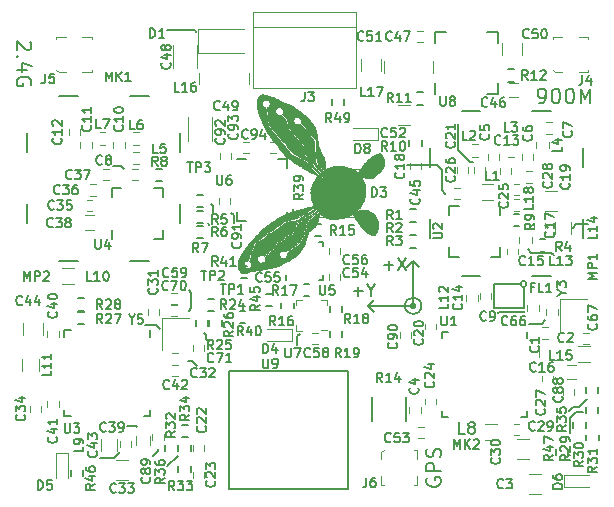
<source format=gto>
G04 #@! TF.GenerationSoftware,KiCad,Pcbnew,(2017-02-19 revision a416f3a4e)-master*
G04 #@! TF.CreationDate,2017-03-09T22:49:21-08:00*
G04 #@! TF.ProjectId,Flight Computer,466C6967687420436F6D70757465722E,rev?*
G04 #@! TF.FileFunction,Legend,Top*
G04 #@! TF.FilePolarity,Positive*
%FSLAX46Y46*%
G04 Gerber Fmt 4.6, Leading zero omitted, Abs format (unit mm)*
G04 Created by KiCad (PCBNEW (2017-02-19 revision a416f3a4e)-master) date 03/09/17 22:49:21*
%MOMM*%
%LPD*%
G01*
G04 APERTURE LIST*
%ADD10C,0.150000*%
%ADD11C,0.200000*%
%ADD12C,0.120000*%
%ADD13C,0.010000*%
%ADD14C,0.130000*%
G04 APERTURE END LIST*
D10*
D11*
X84400000Y-108800000D02*
G75*
G03X84400000Y-108800000I-200000J0D01*
G01*
X84900000Y-108800000D02*
G75*
G03X84900000Y-108800000I-700000J0D01*
G01*
D10*
X81742857Y-105371428D02*
X82504761Y-105371428D01*
X82123809Y-105752380D02*
X82123809Y-104990476D01*
X82885714Y-104752380D02*
X83552380Y-105752380D01*
X83552380Y-104752380D02*
X82885714Y-105752380D01*
X79190476Y-107571428D02*
X79952380Y-107571428D01*
X79571428Y-107952380D02*
X79571428Y-107190476D01*
X80619047Y-107476190D02*
X80619047Y-107952380D01*
X80285714Y-106952380D02*
X80619047Y-107476190D01*
X80952380Y-106952380D01*
D11*
X84200000Y-105000000D02*
X84700001Y-105500000D01*
X84200000Y-105000000D02*
X83700002Y-105500000D01*
X84200000Y-108800000D02*
X84200000Y-105000000D01*
X80400000Y-108800000D02*
X80900000Y-108300000D01*
X80400000Y-108800000D02*
X80900000Y-109300000D01*
X84200000Y-108800000D02*
X80400000Y-108800000D01*
X74600000Y-111150000D02*
X74400000Y-111350000D01*
X74400000Y-112100000D02*
X74400000Y-111350000D01*
X66800000Y-101800000D02*
X66800000Y-101800000D01*
X66950000Y-101950000D02*
X66800000Y-101800000D01*
X67050000Y-100150000D02*
X67250000Y-100350000D01*
X67250000Y-100900000D02*
X67250000Y-100350000D01*
X68750000Y-100900000D02*
X69000000Y-101150000D01*
X69000000Y-101800000D02*
X69000000Y-101150000D01*
X65850000Y-85600000D02*
X65700000Y-85450000D01*
X63350000Y-85450000D02*
X65700000Y-85450000D01*
X62450000Y-110450000D02*
X62750000Y-110750000D01*
X61500000Y-110450000D02*
X62450000Y-110450000D01*
X59400000Y-121200000D02*
X58900000Y-121700000D01*
X57700000Y-121700000D02*
X58900000Y-121700000D01*
X62600000Y-120900000D02*
X62600000Y-121100000D01*
X62200000Y-121500000D02*
X62600000Y-121100000D01*
X98900000Y-116700000D02*
X98900000Y-116700000D01*
X98200000Y-117400000D02*
X98900000Y-116700000D01*
X97700000Y-117400000D02*
X98200000Y-117400000D01*
X97400000Y-117700000D02*
X97700000Y-117400000D01*
X98600000Y-117800000D02*
X98000000Y-117800000D01*
X97500000Y-118300000D02*
X98000000Y-117800000D01*
X97500000Y-119600000D02*
X97500000Y-118300000D01*
X65400000Y-109000000D02*
X65200000Y-109200000D01*
X65400000Y-107700000D02*
X65400000Y-109000000D01*
X65200000Y-107500000D02*
X65400000Y-107700000D01*
X65700000Y-113700000D02*
X65700000Y-113700000D01*
X65500000Y-113500000D02*
X65900000Y-113900000D01*
X65100000Y-113500000D02*
X65500000Y-113500000D01*
X66700000Y-111600000D02*
X66900000Y-111800000D01*
X66500000Y-111100000D02*
X66500000Y-111100000D01*
X66700000Y-111300000D02*
X66500000Y-111100000D01*
X66700000Y-111600000D02*
X66700000Y-111300000D01*
X63400000Y-122350000D02*
X64300000Y-121500000D01*
X60700000Y-119000000D02*
X60800000Y-119100000D01*
X60000000Y-119000000D02*
X60700000Y-119000000D01*
X93600000Y-109300000D02*
X93700000Y-109200000D01*
X95100000Y-110300000D02*
X95400000Y-110000000D01*
X94000000Y-110300000D02*
X95100000Y-110300000D01*
X91500000Y-109300000D02*
X93600000Y-109300000D01*
X91400000Y-109400000D02*
X91500000Y-109300000D01*
X95900000Y-104300000D02*
X96100000Y-104500000D01*
X94200000Y-104300000D02*
X95900000Y-104300000D01*
X93900000Y-104000000D02*
X94200000Y-104300000D01*
X86600000Y-99000000D02*
X86900000Y-99300000D01*
X86600000Y-97300000D02*
X86600000Y-99000000D01*
X86200000Y-96900000D02*
X86600000Y-97300000D01*
X83700000Y-96900000D02*
X86200000Y-96900000D01*
X88000000Y-95600000D02*
X88000000Y-93400000D01*
X89000000Y-96600000D02*
X88000000Y-95600000D01*
X89300000Y-96600000D02*
X89000000Y-96600000D01*
X98000000Y-101900000D02*
X97700000Y-102200000D01*
X99000000Y-101900000D02*
X98000000Y-101900000D01*
X59500000Y-97000000D02*
X59700000Y-97200000D01*
X58800000Y-97000000D02*
X59500000Y-97000000D01*
D10*
X85375000Y-123392857D02*
X85315476Y-123511904D01*
X85315476Y-123690476D01*
X85375000Y-123869047D01*
X85494047Y-123988095D01*
X85613095Y-124047619D01*
X85851190Y-124107142D01*
X86029761Y-124107142D01*
X86267857Y-124047619D01*
X86386904Y-123988095D01*
X86505952Y-123869047D01*
X86565476Y-123690476D01*
X86565476Y-123571428D01*
X86505952Y-123392857D01*
X86446428Y-123333333D01*
X86029761Y-123333333D01*
X86029761Y-123571428D01*
X86565476Y-122797619D02*
X85315476Y-122797619D01*
X85315476Y-122321428D01*
X85375000Y-122202380D01*
X85434523Y-122142857D01*
X85553571Y-122083333D01*
X85732142Y-122083333D01*
X85851190Y-122142857D01*
X85910714Y-122202380D01*
X85970238Y-122321428D01*
X85970238Y-122797619D01*
X86505952Y-121607142D02*
X86565476Y-121428571D01*
X86565476Y-121130952D01*
X86505952Y-121011904D01*
X86446428Y-120952380D01*
X86327380Y-120892857D01*
X86208333Y-120892857D01*
X86089285Y-120952380D01*
X86029761Y-121011904D01*
X85970238Y-121130952D01*
X85910714Y-121369047D01*
X85851190Y-121488095D01*
X85791666Y-121547619D01*
X85672619Y-121607142D01*
X85553571Y-121607142D01*
X85434523Y-121547619D01*
X85375000Y-121488095D01*
X85315476Y-121369047D01*
X85315476Y-121071428D01*
X85375000Y-120892857D01*
X51765476Y-86425000D02*
X51825000Y-86484523D01*
X51884523Y-86603571D01*
X51884523Y-86901190D01*
X51825000Y-87020238D01*
X51765476Y-87079761D01*
X51646428Y-87139285D01*
X51527380Y-87139285D01*
X51348809Y-87079761D01*
X50634523Y-86365476D01*
X50634523Y-87139285D01*
X50753571Y-87675000D02*
X50694047Y-87734523D01*
X50634523Y-87675000D01*
X50694047Y-87615476D01*
X50753571Y-87675000D01*
X50634523Y-87675000D01*
X51467857Y-88805952D02*
X50634523Y-88805952D01*
X51944047Y-88508333D02*
X51051190Y-88210714D01*
X51051190Y-88984523D01*
X51825000Y-90115476D02*
X51884523Y-89996428D01*
X51884523Y-89817857D01*
X51825000Y-89639285D01*
X51705952Y-89520238D01*
X51586904Y-89460714D01*
X51348809Y-89401190D01*
X51170238Y-89401190D01*
X50932142Y-89460714D01*
X50813095Y-89520238D01*
X50694047Y-89639285D01*
X50634523Y-89817857D01*
X50634523Y-89936904D01*
X50694047Y-90115476D01*
X50753571Y-90175000D01*
X51170238Y-90175000D01*
X51170238Y-89936904D01*
X94857142Y-91665476D02*
X95095238Y-91665476D01*
X95214285Y-91605952D01*
X95273809Y-91546428D01*
X95392857Y-91367857D01*
X95452380Y-91129761D01*
X95452380Y-90653571D01*
X95392857Y-90534523D01*
X95333333Y-90475000D01*
X95214285Y-90415476D01*
X94976190Y-90415476D01*
X94857142Y-90475000D01*
X94797619Y-90534523D01*
X94738095Y-90653571D01*
X94738095Y-90951190D01*
X94797619Y-91070238D01*
X94857142Y-91129761D01*
X94976190Y-91189285D01*
X95214285Y-91189285D01*
X95333333Y-91129761D01*
X95392857Y-91070238D01*
X95452380Y-90951190D01*
X96226190Y-90415476D02*
X96345238Y-90415476D01*
X96464285Y-90475000D01*
X96523809Y-90534523D01*
X96583333Y-90653571D01*
X96642857Y-90891666D01*
X96642857Y-91189285D01*
X96583333Y-91427380D01*
X96523809Y-91546428D01*
X96464285Y-91605952D01*
X96345238Y-91665476D01*
X96226190Y-91665476D01*
X96107142Y-91605952D01*
X96047619Y-91546428D01*
X95988095Y-91427380D01*
X95928571Y-91189285D01*
X95928571Y-90891666D01*
X95988095Y-90653571D01*
X96047619Y-90534523D01*
X96107142Y-90475000D01*
X96226190Y-90415476D01*
X97416666Y-90415476D02*
X97535714Y-90415476D01*
X97654761Y-90475000D01*
X97714285Y-90534523D01*
X97773809Y-90653571D01*
X97833333Y-90891666D01*
X97833333Y-91189285D01*
X97773809Y-91427380D01*
X97714285Y-91546428D01*
X97654761Y-91605952D01*
X97535714Y-91665476D01*
X97416666Y-91665476D01*
X97297619Y-91605952D01*
X97238095Y-91546428D01*
X97178571Y-91427380D01*
X97119047Y-91189285D01*
X97119047Y-90891666D01*
X97178571Y-90653571D01*
X97238095Y-90534523D01*
X97297619Y-90475000D01*
X97416666Y-90415476D01*
X98369047Y-91665476D02*
X98369047Y-90415476D01*
X98785714Y-91308333D01*
X99202380Y-90415476D01*
X99202380Y-91665476D01*
X78650435Y-124300076D02*
X78650435Y-124300076D01*
X78650435Y-114300076D02*
X78650435Y-124300076D01*
X68650435Y-114300076D02*
X78650435Y-114300076D01*
X68650435Y-124300076D02*
X68650435Y-114300076D01*
X78650435Y-124300076D02*
X68650435Y-124300076D01*
D12*
X90300000Y-118770000D02*
X91300000Y-118770000D01*
X91300000Y-120130000D02*
X90300000Y-120130000D01*
D13*
G36*
X71043123Y-91180286D02*
X71126706Y-91049425D01*
X71233942Y-90954201D01*
X71328056Y-90910032D01*
X71374978Y-90897676D01*
X71420499Y-90892635D01*
X71474836Y-90896234D01*
X71548202Y-90909802D01*
X71650809Y-90934663D01*
X71780207Y-90968755D01*
X71930212Y-91010746D01*
X72058955Y-91052018D01*
X72182170Y-91098607D01*
X72315593Y-91156548D01*
X72474959Y-91231875D01*
X72507496Y-91247688D01*
X72659113Y-91319974D01*
X72817649Y-91392797D01*
X72967843Y-91459321D01*
X73094434Y-91512715D01*
X73137424Y-91529785D01*
X73353451Y-91613757D01*
X73527461Y-91682927D01*
X73665155Y-91739907D01*
X73772241Y-91787305D01*
X73854420Y-91827733D01*
X73917399Y-91863802D01*
X73966880Y-91898121D01*
X73997618Y-91923447D01*
X74183040Y-92071970D01*
X74416671Y-92233481D01*
X74496515Y-92284698D01*
X74583954Y-92345278D01*
X74690671Y-92427007D01*
X74799024Y-92516142D01*
X74844590Y-92555873D01*
X74957220Y-92656077D01*
X75085633Y-92769949D01*
X75207438Y-92877645D01*
X75243942Y-92909835D01*
X75355491Y-93018303D01*
X75479907Y-93155902D01*
X75606721Y-93309507D01*
X75725462Y-93465995D01*
X75825657Y-93612240D01*
X75886708Y-93715450D01*
X75929985Y-93820190D01*
X75972329Y-93964723D01*
X76011821Y-94138053D01*
X76046537Y-94329184D01*
X76074554Y-94527119D01*
X76093954Y-94720861D01*
X76102814Y-94899413D01*
X76103091Y-94953882D01*
X76113118Y-95094047D01*
X76146874Y-95246093D01*
X76206436Y-95415057D01*
X76293885Y-95605975D01*
X76411299Y-95823882D01*
X76560757Y-96073816D01*
X76574579Y-96096015D01*
X76624222Y-96191536D01*
X76658150Y-96300040D01*
X76681854Y-96439551D01*
X76683637Y-96453937D01*
X76700656Y-96583112D01*
X76720635Y-96718004D01*
X76739727Y-96832888D01*
X76742865Y-96849947D01*
X76758526Y-96948848D01*
X76767672Y-97038059D01*
X76768538Y-97091648D01*
X76766296Y-97152353D01*
X76769285Y-97187222D01*
X76794275Y-97189220D01*
X76855129Y-97175132D01*
X76940574Y-97147819D01*
X76977821Y-97134314D01*
X77231926Y-97052592D01*
X77475982Y-97004125D01*
X77733769Y-96984267D01*
X77747041Y-96983950D01*
X77946073Y-96982061D01*
X78111305Y-96987295D01*
X78259474Y-97001600D01*
X78407319Y-97026926D01*
X78571575Y-97065223D01*
X78671731Y-97091641D01*
X78872112Y-97149978D01*
X79030689Y-97206369D01*
X79156073Y-97265055D01*
X79256882Y-97330281D01*
X79341731Y-97406288D01*
X79367621Y-97434373D01*
X79439033Y-97506591D01*
X79491911Y-97535229D01*
X79533660Y-97520389D01*
X79571682Y-97462170D01*
X79583012Y-97437312D01*
X79628595Y-97350257D01*
X79688196Y-97258301D01*
X79709716Y-97229698D01*
X79765138Y-97154525D01*
X79831329Y-97057063D01*
X79891239Y-96962785D01*
X79951674Y-96870232D01*
X80014004Y-96785274D01*
X80064887Y-96726080D01*
X80065540Y-96725438D01*
X80116955Y-96674780D01*
X80191473Y-96601092D01*
X80276167Y-96517162D01*
X80311628Y-96481969D01*
X80463319Y-96339925D01*
X80605183Y-96228267D01*
X80754899Y-96134674D01*
X80930145Y-96046821D01*
X80946798Y-96039218D01*
X81107069Y-95969163D01*
X81230438Y-95923185D01*
X81324470Y-95900805D01*
X81396736Y-95901546D01*
X81454801Y-95924928D01*
X81506235Y-95970474D01*
X81532451Y-96002212D01*
X81574361Y-96073399D01*
X81621345Y-96179398D01*
X81668293Y-96305257D01*
X81710090Y-96436019D01*
X81741626Y-96556730D01*
X81757785Y-96652437D01*
X81758557Y-96663539D01*
X81748877Y-96769530D01*
X81709965Y-96908144D01*
X81640916Y-97082261D01*
X81593875Y-97185506D01*
X81505738Y-97334091D01*
X81392066Y-97469693D01*
X81267425Y-97575556D01*
X81238903Y-97593837D01*
X81155186Y-97648197D01*
X81062258Y-97714515D01*
X81023011Y-97744576D01*
X80850241Y-97861632D01*
X80679656Y-97935763D01*
X80611611Y-97954230D01*
X80496731Y-97969064D01*
X80355873Y-97970971D01*
X80211941Y-97960835D01*
X80087842Y-97939538D01*
X80064375Y-97933112D01*
X79952158Y-97901240D01*
X79879706Y-97886167D01*
X79839184Y-97886934D01*
X79822760Y-97902589D01*
X79822466Y-97903617D01*
X79830637Y-97938954D01*
X79859814Y-98004937D01*
X79904264Y-98089016D01*
X79918468Y-98113753D01*
X79972218Y-98214754D01*
X80015804Y-98319859D01*
X80051323Y-98437853D01*
X80080873Y-98577517D01*
X80106552Y-98747634D01*
X80130458Y-98956987D01*
X80137970Y-99032599D01*
X80140255Y-99129662D01*
X80133759Y-99259949D01*
X80120202Y-99406984D01*
X80101298Y-99554288D01*
X80078765Y-99685382D01*
X80062667Y-99755296D01*
X80001403Y-99929607D01*
X79910670Y-100117396D01*
X79799546Y-100303820D01*
X79677108Y-100474034D01*
X79671541Y-100480248D01*
X79762820Y-100139591D01*
X79783381Y-100109319D01*
X79812234Y-100048506D01*
X79845865Y-99962698D01*
X79854668Y-99937820D01*
X79889906Y-99836539D01*
X79922479Y-99743640D01*
X79945616Y-99678425D01*
X79946460Y-99676081D01*
X79960122Y-99615962D01*
X79954843Y-99576659D01*
X79953736Y-99575322D01*
X79944034Y-99578833D01*
X80023397Y-99282648D01*
X80036918Y-99258623D01*
X80043216Y-99237300D01*
X80048912Y-99186356D01*
X80037136Y-99163357D01*
X80010516Y-99175691D01*
X80002878Y-99220470D01*
X80010840Y-99261495D01*
X80023397Y-99282648D01*
X79944034Y-99578833D01*
X79934196Y-99582396D01*
X79909911Y-99634914D01*
X79898679Y-99670348D01*
X79873073Y-99754520D01*
X79848941Y-99827453D01*
X79841707Y-99847280D01*
X79805286Y-99943095D01*
X79794491Y-99973338D01*
X80022996Y-99120548D01*
X80028422Y-99107287D01*
X80027853Y-99058275D01*
X80022714Y-98988016D01*
X80014431Y-98911016D01*
X80004428Y-98841777D01*
X79994130Y-98794804D01*
X79990040Y-98785174D01*
X79982359Y-98790295D01*
X79983057Y-98820166D01*
X79988463Y-98879145D01*
X79995154Y-98960932D01*
X79997252Y-98988290D01*
X80005984Y-99061162D01*
X80017945Y-99111129D01*
X80022996Y-99120548D01*
X79794491Y-99973338D01*
X79782655Y-100006503D01*
X79768797Y-100052286D01*
X79760621Y-100086323D01*
X79754062Y-100133774D01*
X79762820Y-100139591D01*
X79671541Y-100480248D01*
X79612461Y-100546194D01*
X79703936Y-100204805D01*
X79733693Y-100193690D01*
X79736493Y-100187232D01*
X79734525Y-100161093D01*
X79732248Y-100159799D01*
X79706694Y-100171379D01*
X79699692Y-100177371D01*
X79695578Y-100200501D01*
X79703936Y-100204805D01*
X79612461Y-100546194D01*
X79552437Y-100613193D01*
X79519317Y-100643737D01*
X79457040Y-100700240D01*
X79413027Y-100743825D01*
X79398277Y-100762507D01*
X79409299Y-100783224D01*
X79460334Y-100783314D01*
X79553461Y-100762498D01*
X79675872Y-100725369D01*
X79829739Y-100680753D01*
X79956513Y-100659083D01*
X80073954Y-100659448D01*
X80199817Y-100680938D01*
X80257686Y-100695566D01*
X80496559Y-100781018D01*
X80701200Y-100901079D01*
X80876331Y-101059520D01*
X81026671Y-101260113D01*
X81081182Y-101353473D01*
X81176491Y-101553416D01*
X81232088Y-101736675D01*
X81250009Y-101915515D01*
X81232282Y-102102204D01*
X81217283Y-102174918D01*
X81186909Y-102288520D01*
X81150492Y-102399825D01*
X81115652Y-102485659D01*
X81113980Y-102489086D01*
X81041777Y-102630256D01*
X80982607Y-102730003D01*
X80929912Y-102793781D01*
X80877137Y-102827037D01*
X80817726Y-102835223D01*
X80745121Y-102823788D01*
X80719257Y-102817205D01*
X80570835Y-102760083D01*
X80397504Y-102662204D01*
X80202206Y-102525297D01*
X80142510Y-102479037D01*
X80000566Y-102360864D01*
X79890333Y-102252937D01*
X79799074Y-102140908D01*
X79714049Y-102010430D01*
X79690128Y-101969512D01*
X79641296Y-101889383D01*
X79599164Y-101829013D01*
X79571988Y-101800104D01*
X79570037Y-101799280D01*
X79548544Y-101776450D01*
X79505194Y-101717459D01*
X79444837Y-101629360D01*
X79372318Y-101519206D01*
X79302809Y-101410449D01*
X79071192Y-101043248D01*
X79127576Y-100832820D01*
X79154292Y-100832326D01*
X79211501Y-100792191D01*
X79298556Y-100712911D01*
X79348542Y-100663338D01*
X79420931Y-100591126D01*
X79493513Y-100520228D01*
X79517967Y-100496823D01*
X79573954Y-100440566D01*
X79596925Y-100405800D01*
X79596105Y-100400757D01*
X79753590Y-99813018D01*
X79755502Y-99812574D01*
X79779151Y-99783115D01*
X79806865Y-99714804D01*
X79835805Y-99619120D01*
X79863135Y-99507540D01*
X79886015Y-99391543D01*
X79901609Y-99282605D01*
X79907072Y-99199563D01*
X79904326Y-99108599D01*
X79895905Y-99003744D01*
X79890572Y-98957947D01*
X79949839Y-98736761D01*
X79965327Y-98737301D01*
X79970578Y-98724786D01*
X79967012Y-98702186D01*
X79958604Y-98704048D01*
X79947866Y-98732378D01*
X79949839Y-98736761D01*
X79890572Y-98957947D01*
X79883509Y-98897290D01*
X79879238Y-98869398D01*
X79937944Y-98650302D01*
X79960889Y-98655248D01*
X79964990Y-98647506D01*
X79956379Y-98608024D01*
X79951092Y-98601233D01*
X79928146Y-98596288D01*
X79924047Y-98604031D01*
X79932657Y-98643512D01*
X79937944Y-98650302D01*
X79879238Y-98869398D01*
X79868845Y-98801529D01*
X79853612Y-98728751D01*
X79852194Y-98724981D01*
X79906191Y-98523462D01*
X79921745Y-98514482D01*
X79912765Y-98498927D01*
X79897211Y-98507908D01*
X79906191Y-98523462D01*
X79852194Y-98724981D01*
X79839516Y-98691249D01*
X79836314Y-98688810D01*
X79829221Y-98705867D01*
X79833188Y-98734272D01*
X79860406Y-98920727D01*
X79864576Y-99132797D01*
X79846758Y-99351382D01*
X79808018Y-99557387D01*
X79782477Y-99645664D01*
X79753007Y-99743088D01*
X79743571Y-99797675D01*
X79753590Y-99813018D01*
X79596105Y-100400757D01*
X79592997Y-100381626D01*
X79586854Y-100374129D01*
X79563886Y-100383290D01*
X79518815Y-100423576D01*
X79461202Y-100486390D01*
X79458627Y-100489421D01*
X79350857Y-100609100D01*
X79321692Y-100637693D01*
X79376631Y-100432656D01*
X79410977Y-100418507D01*
X79461988Y-100370272D01*
X79520862Y-100297818D01*
X79578797Y-100211015D01*
X79587553Y-100196174D01*
X79641026Y-100099988D01*
X79668194Y-100040842D01*
X79671223Y-100013704D01*
X79667273Y-100010909D01*
X79649764Y-100029282D01*
X79614938Y-100079860D01*
X79578483Y-100138320D01*
X79528322Y-100216524D01*
X79481280Y-100281226D01*
X79472790Y-100290883D01*
X79624952Y-99723007D01*
X79646142Y-99694487D01*
X79671526Y-99628037D01*
X79698121Y-99536021D01*
X79722943Y-99430800D01*
X79743010Y-99324737D01*
X79755339Y-99230193D01*
X79757680Y-99172984D01*
X79750964Y-99083247D01*
X79738892Y-99038330D01*
X79724575Y-99039777D01*
X79711129Y-99089138D01*
X79704422Y-99146520D01*
X79694624Y-99228665D01*
X79677442Y-99340326D01*
X79656056Y-99461329D01*
X79648770Y-99499112D01*
X79631220Y-99598242D01*
X79621593Y-99674516D01*
X79621007Y-99717430D01*
X79624952Y-99723007D01*
X79472790Y-100290883D01*
X79456489Y-100309426D01*
X79423634Y-100344280D01*
X79527402Y-99957012D01*
X79539866Y-99924178D01*
X79545342Y-99888316D01*
X79540212Y-99889316D01*
X79551195Y-99848326D01*
X79566749Y-99839345D01*
X79557769Y-99823791D01*
X79542215Y-99832771D01*
X79551195Y-99848326D01*
X79540212Y-99889316D01*
X79535709Y-99890194D01*
X79519009Y-99939557D01*
X79519274Y-99951531D01*
X79527402Y-99957012D01*
X79423634Y-100344280D01*
X79403633Y-100365498D01*
X79386005Y-100392289D01*
X79476747Y-100053637D01*
X79487137Y-100030573D01*
X79491153Y-99997543D01*
X79482880Y-99994920D01*
X79468224Y-100026187D01*
X79468342Y-100041424D01*
X79476747Y-100053637D01*
X79386005Y-100392289D01*
X79374309Y-100410065D01*
X79375535Y-100432296D01*
X79376631Y-100432656D01*
X79321692Y-100637693D01*
X79274766Y-100683698D01*
X79318054Y-100522144D01*
X79333608Y-100513164D01*
X79324628Y-100497610D01*
X79309074Y-100506590D01*
X79318054Y-100522144D01*
X79274766Y-100683698D01*
X79246131Y-100711772D01*
X79156869Y-100785307D01*
X79152376Y-100788459D01*
X79127007Y-100819153D01*
X79127576Y-100832820D01*
X79071192Y-101043248D01*
X79062016Y-101028700D01*
X78837957Y-101147838D01*
X78656625Y-101231238D01*
X78653773Y-101232248D01*
X78686416Y-101110419D01*
X78713487Y-101111380D01*
X78770362Y-101091375D01*
X78844054Y-101056825D01*
X78921578Y-101014146D01*
X78989948Y-100969756D01*
X79021174Y-100944971D01*
X79076448Y-100895302D01*
X79100864Y-100870043D01*
X79101203Y-100859490D01*
X79084692Y-100854055D01*
X79050187Y-100863095D01*
X78993223Y-100893590D01*
X78971773Y-100907459D01*
X78891631Y-100960657D01*
X78802443Y-101018451D01*
X78780913Y-101032157D01*
X78722792Y-101072435D01*
X78689657Y-101102253D01*
X78686416Y-101110419D01*
X78653773Y-101232248D01*
X78453843Y-101303058D01*
X78422805Y-101311670D01*
X78456640Y-101185394D01*
X78472195Y-101176413D01*
X78463214Y-101160859D01*
X78447660Y-101169839D01*
X78456640Y-101185394D01*
X78422805Y-101311670D01*
X78342526Y-101333944D01*
X78205531Y-101362978D01*
X78053004Y-101387540D01*
X77932428Y-101402156D01*
X77949034Y-101340181D01*
X78002893Y-101334614D01*
X78077989Y-101320764D01*
X78160535Y-101301538D01*
X78236751Y-101279842D01*
X78292849Y-101258586D01*
X78294717Y-101257668D01*
X78346799Y-101241287D01*
X78371380Y-101241436D01*
X78402860Y-101232322D01*
X78406690Y-101224602D01*
X78392819Y-101197300D01*
X78377911Y-101190594D01*
X78333321Y-101193295D01*
X78322581Y-101199933D01*
X78289644Y-101214960D01*
X78221257Y-101237173D01*
X78131415Y-101262083D01*
X78119487Y-101265133D01*
X78030316Y-101290407D01*
X77984664Y-101306803D01*
X78019039Y-101178515D01*
X78074276Y-101176474D01*
X78154835Y-101164570D01*
X78248920Y-101144739D01*
X78344739Y-101118915D01*
X78385981Y-101105615D01*
X78449040Y-101079112D01*
X78539081Y-101034956D01*
X78647360Y-100978123D01*
X78765141Y-100913594D01*
X78883683Y-100846347D01*
X78994247Y-100781359D01*
X79088092Y-100723610D01*
X79156479Y-100678080D01*
X79190669Y-100649745D01*
X79192836Y-100645979D01*
X79189928Y-100636097D01*
X79273336Y-100324814D01*
X79306931Y-100309181D01*
X79349438Y-100271161D01*
X79352177Y-100268041D01*
X79399344Y-100203333D01*
X79420438Y-100152444D01*
X79418045Y-100145828D01*
X79751152Y-98902655D01*
X79755385Y-98883580D01*
X79754635Y-98876442D01*
X79874946Y-98427437D01*
X79890434Y-98427977D01*
X79895685Y-98415463D01*
X79892119Y-98392863D01*
X79883711Y-98394724D01*
X79872973Y-98423054D01*
X79874946Y-98427437D01*
X79754635Y-98876442D01*
X79749984Y-98832165D01*
X79738069Y-98765248D01*
X79722762Y-98699663D01*
X79717186Y-98682689D01*
X79777839Y-98456327D01*
X79780336Y-98453400D01*
X79769063Y-98426381D01*
X79763152Y-98419395D01*
X79751780Y-98412764D01*
X79806764Y-98207564D01*
X79822318Y-98198584D01*
X79813338Y-98183030D01*
X79797783Y-98192010D01*
X79806764Y-98207564D01*
X79751780Y-98412764D01*
X79741889Y-98406997D01*
X79739393Y-98409925D01*
X79750665Y-98436943D01*
X79756578Y-98443929D01*
X79777839Y-98456327D01*
X79717186Y-98682689D01*
X79707184Y-98652242D01*
X79703320Y-98644709D01*
X79695975Y-98646849D01*
X79699205Y-98689145D01*
X79710624Y-98753742D01*
X79728245Y-98832226D01*
X79743386Y-98886375D01*
X79751152Y-98902655D01*
X79418045Y-100145828D01*
X79411022Y-100126413D01*
X79409281Y-100125852D01*
X79383539Y-100140811D01*
X79348732Y-100181942D01*
X79306849Y-100240894D01*
X79277322Y-100281140D01*
X79259764Y-100316115D01*
X79273336Y-100324814D01*
X79189928Y-100636097D01*
X79184823Y-100618748D01*
X79180859Y-100617075D01*
X79151866Y-100627996D01*
X79128226Y-100641762D01*
X79197143Y-100384562D01*
X79212697Y-100375582D01*
X79203717Y-100360028D01*
X79188162Y-100369008D01*
X79197143Y-100384562D01*
X79128226Y-100641762D01*
X79094919Y-100661158D01*
X79080327Y-100670812D01*
X79230368Y-100110852D01*
X79241079Y-100104888D01*
X79295521Y-100047089D01*
X79352366Y-99962682D01*
X79399258Y-99872550D01*
X79423837Y-99797576D01*
X79424129Y-99795573D01*
X79437330Y-99699484D01*
X79423294Y-99726738D01*
X79477044Y-99526139D01*
X79498989Y-99526294D01*
X79523974Y-99498892D01*
X79532006Y-99478318D01*
X79540410Y-99430468D01*
X79550150Y-99351505D01*
X79556910Y-99282748D01*
X79563280Y-99193817D01*
X79565938Y-99121574D01*
X79564963Y-99089430D01*
X79561477Y-99043574D01*
X79561927Y-99031642D01*
X79552453Y-98996748D01*
X79547816Y-98988418D01*
X79540209Y-98989725D01*
X79657186Y-98553160D01*
X79672674Y-98553700D01*
X79677926Y-98541186D01*
X79674360Y-98518586D01*
X79665951Y-98520447D01*
X79665838Y-98520745D01*
X79708840Y-98360262D01*
X79724868Y-98364379D01*
X79726426Y-98360182D01*
X79715147Y-98335209D01*
X79694995Y-98305743D01*
X79671619Y-98276736D01*
X79674307Y-98291074D01*
X79683250Y-98312523D01*
X79708840Y-98360262D01*
X79665838Y-98520745D01*
X79655213Y-98548778D01*
X79657186Y-98553160D01*
X79540209Y-98989725D01*
X79536098Y-98990432D01*
X79530180Y-99034505D01*
X79530026Y-99040625D01*
X79525594Y-99110968D01*
X79515654Y-99209718D01*
X79502534Y-99317891D01*
X79488568Y-99416507D01*
X79476085Y-99486580D01*
X79474347Y-99494013D01*
X79477044Y-99526139D01*
X79423294Y-99726738D01*
X79371879Y-99826574D01*
X79325726Y-99910930D01*
X79280003Y-99986279D01*
X79258961Y-100016907D01*
X79231445Y-100063235D01*
X79220949Y-100099292D01*
X79230368Y-100110852D01*
X79080327Y-100670812D01*
X79033200Y-100701991D01*
X79084095Y-100512047D01*
X79099649Y-100503067D01*
X79090669Y-100487513D01*
X79075115Y-100496493D01*
X79084095Y-100512047D01*
X79033200Y-100701991D01*
X78832254Y-100832231D01*
X78632308Y-100944698D01*
X78441499Y-101035692D01*
X78267958Y-101101507D01*
X78236737Y-101109290D01*
X78273889Y-100970637D01*
X78303059Y-100973907D01*
X78366570Y-100956334D01*
X78454666Y-100922296D01*
X78557589Y-100876167D01*
X78665581Y-100822323D01*
X78768886Y-100765140D01*
X78857748Y-100708994D01*
X78858507Y-100708468D01*
X78962210Y-100634900D01*
X79027039Y-100583962D01*
X79057295Y-100551522D01*
X79057278Y-100533439D01*
X79052653Y-100531264D01*
X79141037Y-100201412D01*
X79154003Y-100202079D01*
X79185815Y-100172669D01*
X79192461Y-100156688D01*
X79187505Y-100133033D01*
X79632969Y-98470538D01*
X79644774Y-98468636D01*
X79636470Y-98437800D01*
X79610387Y-98382364D01*
X79603062Y-98368777D01*
X79595874Y-98356719D01*
X79630854Y-98226169D01*
X79653799Y-98231115D01*
X79657900Y-98223373D01*
X79649289Y-98183891D01*
X79644002Y-98177100D01*
X79621056Y-98172155D01*
X79616957Y-98179898D01*
X79625566Y-98219379D01*
X79630854Y-98226169D01*
X79595874Y-98356719D01*
X79574895Y-98321522D01*
X79565463Y-98317913D01*
X79569023Y-98343246D01*
X79585698Y-98393790D01*
X79610069Y-98441280D01*
X79632969Y-98470538D01*
X79187505Y-100133033D01*
X79186690Y-100129142D01*
X79173725Y-100128475D01*
X79141912Y-100157885D01*
X79135266Y-100173867D01*
X79141037Y-100201412D01*
X79052653Y-100531264D01*
X79046009Y-100528138D01*
X79016242Y-100540368D01*
X78970463Y-100577047D01*
X78967868Y-100579514D01*
X78939694Y-100602140D01*
X78998186Y-100383844D01*
X79028947Y-100368263D01*
X79061955Y-100315447D01*
X79078209Y-100273806D01*
X79072179Y-100263171D01*
X79041480Y-100286559D01*
X79038549Y-100289475D01*
X79027155Y-100302490D01*
X79211957Y-99612799D01*
X79245540Y-99556057D01*
X79272350Y-99490167D01*
X79286884Y-99414276D01*
X79287280Y-99347198D01*
X79280657Y-99330457D01*
X79473328Y-98611398D01*
X79475825Y-98608470D01*
X79469779Y-98593981D01*
X79588957Y-98149203D01*
X79599498Y-98139237D01*
X79576721Y-98098176D01*
X79569271Y-98087983D01*
X79559468Y-98075819D01*
X79602007Y-97917062D01*
X79630750Y-97921693D01*
X79635208Y-97915508D01*
X79620941Y-97893562D01*
X79581276Y-97844480D01*
X79524796Y-97778882D01*
X79524734Y-97778812D01*
X79465879Y-97715678D01*
X79419864Y-97672914D01*
X79396614Y-97659739D01*
X79396576Y-97659760D01*
X79401326Y-97681858D01*
X79433138Y-97724304D01*
X79439150Y-97730912D01*
X79490838Y-97793164D01*
X79529105Y-97849153D01*
X79562447Y-97889330D01*
X79602007Y-97917062D01*
X79559468Y-98075819D01*
X79545895Y-98058976D01*
X79548584Y-98073315D01*
X79557526Y-98094763D01*
X79578687Y-98136852D01*
X79588957Y-98149203D01*
X79469779Y-98593981D01*
X79464552Y-98581452D01*
X79458641Y-98574465D01*
X79437378Y-98562067D01*
X79434882Y-98564995D01*
X79445216Y-98526428D01*
X79435432Y-98498444D01*
X79411333Y-98456605D01*
X79403023Y-98445350D01*
X79476367Y-98171627D01*
X79469964Y-98154187D01*
X79467300Y-98149594D01*
X79505131Y-98008410D01*
X79528259Y-98012523D01*
X79532564Y-98004165D01*
X79521448Y-97974408D01*
X79514992Y-97971608D01*
X79488851Y-97973576D01*
X79487558Y-97975853D01*
X79499137Y-98001407D01*
X79505131Y-98008410D01*
X79467300Y-98149594D01*
X79442151Y-98106232D01*
X79420733Y-98072262D01*
X79458885Y-97929876D01*
X79463214Y-97918873D01*
X79443612Y-97888892D01*
X79409034Y-97855525D01*
X79390647Y-97849834D01*
X79392215Y-97871070D01*
X79418456Y-97903413D01*
X79453151Y-97927834D01*
X79458885Y-97929876D01*
X79420733Y-98072262D01*
X79413370Y-98060584D01*
X79363990Y-97995686D01*
X79317437Y-97952998D01*
X79310423Y-97949963D01*
X79345011Y-97820878D01*
X79367611Y-97817313D01*
X79365750Y-97808904D01*
X79337420Y-97798166D01*
X79333037Y-97800139D01*
X79332497Y-97815627D01*
X79345011Y-97820878D01*
X79310423Y-97949963D01*
X79295710Y-97943595D01*
X79282843Y-97955672D01*
X79308281Y-97997204D01*
X79358707Y-98054638D01*
X79416424Y-98114942D01*
X79459322Y-98157383D01*
X79476367Y-98171627D01*
X79403023Y-98445350D01*
X79383383Y-98418748D01*
X79370876Y-98411318D01*
X79380658Y-98439301D01*
X79404759Y-98481140D01*
X79432708Y-98518997D01*
X79445216Y-98526428D01*
X79434882Y-98564995D01*
X79446154Y-98592013D01*
X79452067Y-98599000D01*
X79473328Y-98611398D01*
X79280657Y-99330457D01*
X79271671Y-99307742D01*
X79270250Y-99306707D01*
X79251593Y-99307957D01*
X79245004Y-99350120D01*
X79245006Y-99373057D01*
X79244316Y-99434952D01*
X79240644Y-99471174D01*
X79240301Y-99472153D01*
X79231562Y-99506393D01*
X79223041Y-99550029D01*
X79211957Y-99612799D01*
X79027155Y-100302490D01*
X78991313Y-100343433D01*
X78982518Y-100373565D01*
X78998186Y-100383844D01*
X78939694Y-100602140D01*
X78893241Y-100639446D01*
X78831662Y-100680429D01*
X78892901Y-100451882D01*
X78903373Y-100450475D01*
X78935700Y-100424303D01*
X78938545Y-100417351D01*
X78926992Y-100399999D01*
X78916521Y-100401406D01*
X78884194Y-100427579D01*
X78881350Y-100434530D01*
X78892901Y-100451882D01*
X78831662Y-100680429D01*
X78787161Y-100710048D01*
X78665030Y-100782358D01*
X78542250Y-100847419D01*
X78434221Y-100896269D01*
X78404396Y-100907319D01*
X78331309Y-100935207D01*
X78284323Y-100958810D01*
X78273889Y-100970637D01*
X78236737Y-101109290D01*
X78119822Y-101138441D01*
X78060406Y-101144811D01*
X78014790Y-101155570D01*
X78000917Y-101168761D01*
X78019039Y-101178515D01*
X77984664Y-101306803D01*
X77963305Y-101314474D01*
X77931203Y-101332657D01*
X77930196Y-101334556D01*
X77949034Y-101340181D01*
X77932428Y-101402156D01*
X77897636Y-101406374D01*
X77890098Y-101406987D01*
X77986428Y-101047477D01*
X78015077Y-101053291D01*
X78072743Y-101046398D01*
X78140592Y-101031158D01*
X78199796Y-101011927D01*
X78231520Y-100993061D01*
X78232758Y-100990485D01*
X78214480Y-100982508D01*
X78161075Y-100987321D01*
X78119605Y-100995690D01*
X78047571Y-101012716D01*
X78014285Y-101020730D01*
X78061225Y-100845551D01*
X78079388Y-100849029D01*
X78131712Y-100837816D01*
X78205151Y-100815984D01*
X78286658Y-100787609D01*
X78363187Y-100756765D01*
X78398424Y-100740228D01*
X78444443Y-100721202D01*
X78462300Y-100722437D01*
X78462161Y-100723169D01*
X78479546Y-100722224D01*
X78529340Y-100701466D01*
X78579931Y-100676197D01*
X78663806Y-100627158D01*
X78706910Y-100590625D01*
X78706280Y-100569288D01*
X78700219Y-100566964D01*
X78672693Y-100576424D01*
X78614949Y-100604564D01*
X78604420Y-100610216D01*
X78670348Y-100364167D01*
X78692533Y-100358222D01*
X78739800Y-100329468D01*
X78798441Y-100287899D01*
X78854751Y-100243511D01*
X78895023Y-100206302D01*
X78905175Y-100192916D01*
X78930407Y-100152883D01*
X78960856Y-100110881D01*
X79035572Y-99995391D01*
X79072601Y-99904159D01*
X79081119Y-99864713D01*
X79066695Y-99866800D01*
X79058825Y-99873634D01*
X79056026Y-99877395D01*
X79297136Y-98977560D01*
X79299416Y-98972424D01*
X79302538Y-98928035D01*
X79299676Y-98874681D01*
X79278658Y-98797225D01*
X79261097Y-98757111D01*
X79362723Y-98377840D01*
X79360094Y-98362379D01*
X79334887Y-98317683D01*
X79294802Y-98255309D01*
X79247538Y-98186812D01*
X79200797Y-98123749D01*
X79197112Y-98119323D01*
X79328167Y-97630217D01*
X79361197Y-97634232D01*
X79363821Y-97625959D01*
X79332554Y-97611304D01*
X79317316Y-97611422D01*
X79305104Y-97619826D01*
X79328167Y-97630217D01*
X79197112Y-98119323D01*
X79163836Y-98079341D01*
X79144188Y-98060214D01*
X79272128Y-97582736D01*
X79277619Y-97581699D01*
X79266886Y-97556854D01*
X79251277Y-97532802D01*
X79225390Y-97509865D01*
X79215984Y-97517312D01*
X79227669Y-97552088D01*
X79242326Y-97566209D01*
X79272128Y-97582736D01*
X79144188Y-98060214D01*
X79123845Y-98040410D01*
X79180889Y-97827521D01*
X79188780Y-97818791D01*
X79172771Y-97789425D01*
X79136783Y-97748935D01*
X79112889Y-97727790D01*
X79087007Y-97710037D01*
X79109450Y-97626279D01*
X79136889Y-97613575D01*
X79139110Y-97607931D01*
X79124909Y-97581048D01*
X79107434Y-97573147D01*
X79078852Y-97578237D01*
X79077774Y-97591496D01*
X79102816Y-97623500D01*
X79109450Y-97626279D01*
X79087007Y-97710037D01*
X79057710Y-97689938D01*
X78983018Y-97647649D01*
X78942250Y-97627251D01*
X79003091Y-97400190D01*
X79016829Y-97378544D01*
X79002658Y-97350985D01*
X78968460Y-97330640D01*
X78906436Y-97305192D01*
X78831734Y-97279487D01*
X78759504Y-97258371D01*
X78704895Y-97246694D01*
X78683135Y-97248755D01*
X78701759Y-97267750D01*
X78755433Y-97294773D01*
X78803814Y-97313601D01*
X78883589Y-97345021D01*
X78946923Y-97375668D01*
X78967670Y-97389048D01*
X79003091Y-97400190D01*
X78942250Y-97627251D01*
X78901104Y-97606662D01*
X78827579Y-97574182D01*
X78853259Y-97478343D01*
X78881779Y-97481729D01*
X78868490Y-97459990D01*
X78864418Y-97455439D01*
X78828045Y-97423369D01*
X78814240Y-97416101D01*
X78801310Y-97428734D01*
X78803082Y-97439004D01*
X78832375Y-97469734D01*
X78853259Y-97478343D01*
X78827579Y-97574182D01*
X78824261Y-97572715D01*
X78764777Y-97551547D01*
X78734947Y-97548897D01*
X78733696Y-97550748D01*
X78752381Y-97569242D01*
X78805827Y-97605173D01*
X78884010Y-97651991D01*
X78918314Y-97671383D01*
X79009896Y-97723316D01*
X79087319Y-97768969D01*
X79137378Y-97800501D01*
X79145176Y-97806103D01*
X79180889Y-97827521D01*
X79123845Y-98040410D01*
X79104124Y-98021211D01*
X79048282Y-97976813D01*
X79007550Y-97954190D01*
X78993345Y-97957390D01*
X79008783Y-97982130D01*
X79053208Y-98027682D01*
X79101007Y-98070377D01*
X79179031Y-98145482D01*
X79251776Y-98229794D01*
X79280424Y-98269654D01*
X79322408Y-98330977D01*
X79353830Y-98370462D01*
X79362723Y-98377840D01*
X79261097Y-98757111D01*
X79228023Y-98681559D01*
X79148791Y-98529990D01*
X79138414Y-98511296D01*
X79097778Y-98469492D01*
X79074067Y-98458271D01*
X79064856Y-98471977D01*
X79084012Y-98523727D01*
X79130251Y-98610324D01*
X79146225Y-98637607D01*
X79196482Y-98726588D01*
X79233532Y-98800634D01*
X79251669Y-98847969D01*
X79252373Y-98856695D01*
X79253970Y-98892808D01*
X79266685Y-98936606D01*
X79283434Y-98970664D01*
X79297136Y-98977560D01*
X79056026Y-99877395D01*
X79027633Y-99915535D01*
X78991541Y-99981332D01*
X78983693Y-99998131D01*
X78943210Y-100063453D01*
X78877925Y-100143937D01*
X78802139Y-100221992D01*
X78736364Y-100285633D01*
X78704673Y-100319427D01*
X78931747Y-99471977D01*
X78953394Y-99455982D01*
X78960030Y-99410748D01*
X78962765Y-99332993D01*
X78966914Y-99261390D01*
X78964605Y-99183732D01*
X78952221Y-99122467D01*
X78938440Y-99089354D01*
X78930870Y-99096882D01*
X78925355Y-99149959D01*
X78925005Y-99154618D01*
X78923138Y-99229756D01*
X78927767Y-99289244D01*
X78928280Y-99291822D01*
X78929653Y-99353149D01*
X78921420Y-99401742D01*
X78917948Y-99451035D01*
X78931747Y-99471977D01*
X78704673Y-100319427D01*
X78689511Y-100335597D01*
X78670246Y-100362535D01*
X78670348Y-100364167D01*
X78604420Y-100610216D01*
X78556886Y-100635736D01*
X78528107Y-100649865D01*
X78773581Y-99733744D01*
X78783972Y-99710681D01*
X78787987Y-99677650D01*
X78779714Y-99675027D01*
X78765058Y-99706294D01*
X78765177Y-99721532D01*
X78773581Y-99733744D01*
X78528107Y-100649865D01*
X78489928Y-100668610D01*
X78923867Y-99049129D01*
X78939421Y-99040149D01*
X78930441Y-99024595D01*
X78914886Y-99033575D01*
X78923867Y-99049129D01*
X78489928Y-100668610D01*
X78462619Y-100682019D01*
X78459713Y-100683235D01*
X78912480Y-98993486D01*
X78928034Y-98984506D01*
X78919054Y-98968952D01*
X78903500Y-98977932D01*
X78912480Y-98993486D01*
X78459713Y-100683235D01*
X78346472Y-100730661D01*
X78246715Y-100766656D01*
X78159215Y-100797446D01*
X78093563Y-100824918D01*
X78062205Y-100843778D01*
X78061225Y-100845551D01*
X78014285Y-101020730D01*
X77998892Y-101024437D01*
X77988479Y-101027080D01*
X77985792Y-101046319D01*
X77986428Y-101047477D01*
X77890098Y-101406987D01*
X77752108Y-101418219D01*
X77704947Y-101419597D01*
X77721815Y-101356642D01*
X77771599Y-101359831D01*
X77828375Y-101351095D01*
X77873253Y-101335130D01*
X77887343Y-101316636D01*
X77886836Y-101315615D01*
X77855078Y-101302330D01*
X77795123Y-101300448D01*
X77786844Y-101301161D01*
X77723659Y-101313799D01*
X77694315Y-101332329D01*
X77705687Y-101350884D01*
X77721815Y-101356642D01*
X77704947Y-101419597D01*
X77629111Y-101421816D01*
X77541329Y-101415906D01*
X77532895Y-101414317D01*
X77504351Y-101411126D01*
X77519476Y-101424579D01*
X77546918Y-101440104D01*
X77592604Y-101466131D01*
X77594354Y-101475693D01*
X77552890Y-101476538D01*
X77550314Y-101476500D01*
X77432838Y-101467235D01*
X77396508Y-101461683D01*
X77405116Y-101429559D01*
X77427716Y-101425994D01*
X77425854Y-101417585D01*
X77397524Y-101406847D01*
X77393141Y-101408820D01*
X77392601Y-101424308D01*
X77405116Y-101429559D01*
X77396508Y-101461683D01*
X77286666Y-101444896D01*
X77183115Y-101423902D01*
X77191656Y-101392027D01*
X77242679Y-101403583D01*
X77257201Y-101401515D01*
X77250004Y-101396226D01*
X77192310Y-101375869D01*
X77151998Y-101369434D01*
X77136668Y-101372254D01*
X77165069Y-101384221D01*
X77191656Y-101392027D01*
X77183115Y-101423902D01*
X77130995Y-101413336D01*
X76995277Y-101379002D01*
X77024600Y-101269566D01*
X77107213Y-101287474D01*
X77210954Y-101306306D01*
X77326069Y-101324220D01*
X77442806Y-101339374D01*
X77499861Y-101345451D01*
X77580693Y-101349698D01*
X77635500Y-101345604D01*
X77652087Y-101334848D01*
X77630519Y-101313745D01*
X77624839Y-101314257D01*
X77588546Y-101313877D01*
X77510855Y-101306208D01*
X77400471Y-101292371D01*
X77266095Y-101273488D01*
X77116430Y-101250680D01*
X77094140Y-101247108D01*
X77123756Y-101136580D01*
X77228951Y-101161222D01*
X77256340Y-101166836D01*
X77403468Y-101193068D01*
X77532357Y-101209577D01*
X77635114Y-101215863D01*
X77703845Y-101211429D01*
X77730448Y-101196784D01*
X77715256Y-101177786D01*
X77690393Y-101174530D01*
X77610311Y-101171646D01*
X77500145Y-101160949D01*
X77379539Y-101144989D01*
X77325476Y-101135923D01*
X77355551Y-101023679D01*
X77470817Y-101046348D01*
X77593524Y-101063310D01*
X77713102Y-101073757D01*
X77818979Y-101076879D01*
X77900586Y-101071869D01*
X77947354Y-101057919D01*
X77954030Y-101049331D01*
X77936709Y-101036168D01*
X77886745Y-101035052D01*
X77885507Y-101035180D01*
X77831312Y-101035516D01*
X77739774Y-101030529D01*
X77623968Y-101021116D01*
X77505158Y-101009085D01*
X77538842Y-100883377D01*
X77607009Y-100893559D01*
X77687974Y-100897823D01*
X77769071Y-100894474D01*
X77789660Y-100891999D01*
X77879036Y-100879627D01*
X77963067Y-100868398D01*
X78012092Y-100856132D01*
X78018460Y-100839802D01*
X78015584Y-100837461D01*
X77976695Y-100830670D01*
X77904568Y-100833255D01*
X77826765Y-100842908D01*
X77759197Y-100850289D01*
X77823917Y-100608752D01*
X77870506Y-100620062D01*
X77888997Y-100621716D01*
X77975684Y-100619216D01*
X78075852Y-100603195D01*
X78175971Y-100577592D01*
X78262512Y-100546338D01*
X78321944Y-100513370D01*
X78340453Y-100490422D01*
X78330277Y-100476097D01*
X78309668Y-100482643D01*
X78237503Y-100507633D01*
X78140039Y-100532472D01*
X78110514Y-100538357D01*
X78195457Y-100221345D01*
X78234796Y-100211786D01*
X78300367Y-100176521D01*
X78380441Y-100123603D01*
X78463292Y-100061089D01*
X78537194Y-99997033D01*
X78569366Y-99964513D01*
X78626860Y-99901504D01*
X78656948Y-99866935D01*
X78666482Y-99851740D01*
X78662321Y-99846853D01*
X78659034Y-99845936D01*
X78657540Y-99846798D01*
X78901093Y-98937843D01*
X78916648Y-98928863D01*
X78907667Y-98913309D01*
X78892113Y-98922289D01*
X78901093Y-98937843D01*
X78657540Y-99846798D01*
X78635463Y-99859543D01*
X78587139Y-99896901D01*
X78863274Y-98866353D01*
X78878762Y-98866893D01*
X78884014Y-98854379D01*
X78880448Y-98831778D01*
X78872039Y-98833640D01*
X78861301Y-98861970D01*
X78863274Y-98866353D01*
X78587139Y-99896901D01*
X78585956Y-99897816D01*
X78537720Y-99938336D01*
X78450802Y-100009957D01*
X78351206Y-100086988D01*
X78300062Y-100124468D01*
X78292292Y-100130404D01*
X78808712Y-98203097D01*
X78824266Y-98194117D01*
X78815286Y-98178563D01*
X78799732Y-98187543D01*
X78808712Y-98203097D01*
X78292292Y-100130404D01*
X78237530Y-100172244D01*
X78222516Y-100186330D01*
X78682289Y-98470434D01*
X78698651Y-98466643D01*
X78683925Y-98438960D01*
X78680627Y-98435772D01*
X78753950Y-98162128D01*
X78776549Y-98158562D01*
X78774688Y-98150154D01*
X78746358Y-98139416D01*
X78741975Y-98141389D01*
X78741435Y-98156877D01*
X78753950Y-98162128D01*
X78680627Y-98435772D01*
X78639691Y-98396201D01*
X78627972Y-98386938D01*
X78699187Y-98121158D01*
X78714742Y-98112178D01*
X78705761Y-98096624D01*
X78690207Y-98105604D01*
X78699187Y-98121158D01*
X78627972Y-98386938D01*
X78616682Y-98378014D01*
X78540440Y-98330874D01*
X78538082Y-98329859D01*
X78614197Y-98045793D01*
X78629752Y-98036813D01*
X78620771Y-98021259D01*
X78605217Y-98030239D01*
X78614197Y-98045793D01*
X78538082Y-98329859D01*
X78479145Y-98304471D01*
X78619639Y-97780140D01*
X78655501Y-97785616D01*
X78653623Y-97775983D01*
X78631521Y-97768505D01*
X78688136Y-97557216D01*
X78703624Y-97557756D01*
X78708876Y-97545242D01*
X78705309Y-97522642D01*
X78696901Y-97524503D01*
X78686163Y-97552833D01*
X78688136Y-97557216D01*
X78631521Y-97768505D01*
X78604260Y-97759282D01*
X78602022Y-97759332D01*
X78695572Y-97410197D01*
X78747707Y-97417135D01*
X78760220Y-97404860D01*
X78735792Y-97382292D01*
X78680279Y-97359281D01*
X78631485Y-97351366D01*
X78613599Y-97362195D01*
X78613949Y-97363776D01*
X78641877Y-97388790D01*
X78695572Y-97410197D01*
X78602022Y-97759332D01*
X78592286Y-97759548D01*
X78586805Y-97767676D01*
X78619639Y-97780140D01*
X78479145Y-98304471D01*
X78463220Y-98297611D01*
X78448654Y-98293600D01*
X78425305Y-98289106D01*
X78500774Y-98007451D01*
X78537263Y-98014082D01*
X78534510Y-97999706D01*
X78500973Y-97977660D01*
X78623005Y-97522233D01*
X78638559Y-97513252D01*
X78629579Y-97497698D01*
X78614025Y-97506678D01*
X78623005Y-97522233D01*
X78500973Y-97977660D01*
X78493199Y-97972549D01*
X78465889Y-97961391D01*
X78520463Y-97757717D01*
X78543063Y-97754152D01*
X78541202Y-97745743D01*
X78512872Y-97735005D01*
X78508489Y-97736978D01*
X78507949Y-97752466D01*
X78520463Y-97757717D01*
X78465889Y-97961391D01*
X78422772Y-97943773D01*
X78383943Y-97931907D01*
X78306617Y-97912959D01*
X78282177Y-97910977D01*
X78344310Y-97679095D01*
X78386920Y-97687670D01*
X78392667Y-97680978D01*
X78390742Y-97679415D01*
X78343337Y-97661510D01*
X78317382Y-97658784D01*
X78305284Y-97663912D01*
X78336734Y-97676891D01*
X78344310Y-97679095D01*
X78282177Y-97910977D01*
X78276526Y-97910519D01*
X78293112Y-97923890D01*
X78355814Y-97952375D01*
X78421742Y-97978943D01*
X78500774Y-98007451D01*
X78425305Y-98289106D01*
X78407970Y-98285771D01*
X78405096Y-98291865D01*
X78442889Y-98315522D01*
X78483733Y-98338266D01*
X78560681Y-98384056D01*
X78625051Y-98428362D01*
X78645669Y-98445414D01*
X78682289Y-98470434D01*
X78222516Y-100186330D01*
X78200123Y-100207340D01*
X78195457Y-100221345D01*
X78110514Y-100538357D01*
X78037710Y-100552871D01*
X77950951Y-100564539D01*
X77914699Y-100565554D01*
X77855001Y-100570594D01*
X77821050Y-100588220D01*
X77823917Y-100608752D01*
X77759197Y-100850289D01*
X77729131Y-100853573D01*
X77717626Y-100853718D01*
X77865292Y-100302620D01*
X77924636Y-100298108D01*
X77969003Y-100284318D01*
X78000372Y-100264607D01*
X77986653Y-100253754D01*
X77933132Y-100254074D01*
X77906880Y-100257129D01*
X77852531Y-100269751D01*
X77830733Y-100285456D01*
X77831434Y-100288098D01*
X77865292Y-100302620D01*
X77717626Y-100853718D01*
X77640472Y-100854691D01*
X77591939Y-100848514D01*
X77531009Y-100841254D01*
X77491561Y-100852051D01*
X77496138Y-100868976D01*
X77538842Y-100883377D01*
X77505158Y-101009085D01*
X77504647Y-101009034D01*
X77393774Y-100997791D01*
X77375112Y-100996372D01*
X77481431Y-100599583D01*
X77554808Y-100617212D01*
X77576208Y-100618743D01*
X77621955Y-100610459D01*
X77620911Y-100593429D01*
X77575906Y-100569810D01*
X77489765Y-100541755D01*
X77467149Y-100535617D01*
X77461529Y-100533999D01*
X77530082Y-100278154D01*
X77553453Y-100275616D01*
X77559473Y-100264663D01*
X77542372Y-100241906D01*
X77492710Y-100211405D01*
X77473326Y-100202193D01*
X77404607Y-100169078D01*
X77352730Y-100139978D01*
X77351295Y-100139002D01*
X77955171Y-97885306D01*
X77978749Y-97890264D01*
X78031417Y-97894866D01*
X78108953Y-97902122D01*
X78137036Y-97904834D01*
X78205994Y-97907294D01*
X78226769Y-97896364D01*
X78220453Y-97886851D01*
X78178787Y-97868809D01*
X78107130Y-97856149D01*
X78067253Y-97853289D01*
X77994817Y-97854190D01*
X77947862Y-97861556D01*
X77938768Y-97867733D01*
X77955171Y-97885306D01*
X77351295Y-100139002D01*
X77346503Y-100135741D01*
X77313990Y-100125602D01*
X77305065Y-100134607D01*
X77321274Y-100160219D01*
X77369770Y-100197228D01*
X77400215Y-100215508D01*
X77482036Y-100259054D01*
X77530082Y-100278154D01*
X77461529Y-100533999D01*
X77345105Y-100500481D01*
X77232829Y-100462899D01*
X77175384Y-100440401D01*
X77263290Y-100112330D01*
X77285963Y-100107759D01*
X77270580Y-100083179D01*
X77244574Y-100071741D01*
X77200624Y-100047890D01*
X77188363Y-100030383D01*
X77162190Y-99998057D01*
X77155239Y-99995212D01*
X77134974Y-99999473D01*
X77146715Y-100025775D01*
X77183628Y-100063419D01*
X77212961Y-100085609D01*
X77263290Y-100112330D01*
X77175384Y-100440401D01*
X77141067Y-100426960D01*
X77080563Y-100396754D01*
X77062844Y-100381728D01*
X77030582Y-100358561D01*
X77012237Y-100352388D01*
X77001181Y-100360028D01*
X77025622Y-100392256D01*
X77035912Y-100402362D01*
X77087754Y-100437228D01*
X77172550Y-100480119D01*
X77275978Y-100525300D01*
X77383713Y-100567033D01*
X77481431Y-100599583D01*
X77375112Y-100996372D01*
X77310419Y-100991451D01*
X77261884Y-100990397D01*
X77255472Y-100995010D01*
X77258298Y-100996111D01*
X77355551Y-101023679D01*
X77325476Y-101135923D01*
X77268141Y-101126309D01*
X77196340Y-101110460D01*
X77145176Y-101100617D01*
X77219494Y-100823260D01*
X77251950Y-100819376D01*
X77254116Y-100815441D01*
X77238076Y-100788868D01*
X77189291Y-100756545D01*
X77173353Y-100748833D01*
X77031247Y-100676460D01*
X76886180Y-100588612D01*
X76881826Y-100585567D01*
X76949120Y-100334423D01*
X76964675Y-100325442D01*
X76955694Y-100309888D01*
X76940140Y-100318868D01*
X76949120Y-100334423D01*
X76881826Y-100585567D01*
X76815391Y-100539091D01*
X77000423Y-99848545D01*
X77015977Y-99839564D01*
X77006997Y-99824010D01*
X76991443Y-99832990D01*
X77000423Y-99848545D01*
X76815391Y-100539091D01*
X76751868Y-100494651D01*
X76725447Y-100472830D01*
X76801328Y-100189638D01*
X76819836Y-100182424D01*
X76806154Y-100146887D01*
X76763714Y-100090921D01*
X76753381Y-100079392D01*
X76734916Y-100061705D01*
X77166762Y-98450034D01*
X77189575Y-98449226D01*
X77242530Y-98425237D01*
X77307112Y-98387575D01*
X77410803Y-98332134D01*
X77528502Y-98283666D01*
X77590404Y-98264437D01*
X77681404Y-98238252D01*
X77724526Y-98219291D01*
X77719176Y-98208308D01*
X77664763Y-98206060D01*
X77635072Y-98207415D01*
X77579343Y-98220304D01*
X77500782Y-98250261D01*
X77449495Y-98273693D01*
X77540173Y-97935280D01*
X77551381Y-97933018D01*
X77583015Y-97916420D01*
X77566280Y-97907324D01*
X77545513Y-97908143D01*
X77513954Y-97919046D01*
X77512320Y-97927353D01*
X77540173Y-97935280D01*
X77449495Y-98273693D01*
X77410848Y-98291352D01*
X77320997Y-98337639D01*
X77242686Y-98383188D01*
X77187371Y-98422063D01*
X77166511Y-98448329D01*
X77166762Y-98450034D01*
X76734916Y-100061705D01*
X76708991Y-100036872D01*
X76681067Y-100021325D01*
X76677215Y-100024322D01*
X76688326Y-100054857D01*
X76720641Y-100104132D01*
X76760491Y-100153945D01*
X76794211Y-100186093D01*
X76801328Y-100189638D01*
X76725447Y-100472830D01*
X76642032Y-100403937D01*
X76589789Y-100350600D01*
X76544603Y-100297973D01*
X76634981Y-99960677D01*
X76645199Y-99947533D01*
X76640387Y-99924944D01*
X76785133Y-99384746D01*
X76798906Y-99371559D01*
X76800735Y-99319098D01*
X76799930Y-99310498D01*
X76784794Y-99272459D01*
X76760720Y-99259511D01*
X76746300Y-99275803D01*
X76750819Y-99312513D01*
X76764243Y-99352925D01*
X76785133Y-99384746D01*
X76640387Y-99924944D01*
X76638850Y-99917724D01*
X76618281Y-99854970D01*
X76596240Y-99795141D01*
X76772953Y-99135636D01*
X76783859Y-99111920D01*
X76797224Y-99050761D01*
X76808442Y-98976530D01*
X76808974Y-98965238D01*
X76835586Y-98865922D01*
X76846717Y-98866112D01*
X76880851Y-98829517D01*
X76898033Y-98809184D01*
X76942695Y-98748601D01*
X76958598Y-98711385D01*
X76945328Y-98703453D01*
X76903597Y-98729809D01*
X76860099Y-98784948D01*
X76841214Y-98831385D01*
X76835586Y-98865922D01*
X76808974Y-98965238D01*
X76810926Y-98923781D01*
X76808425Y-98911325D01*
X76795755Y-98915154D01*
X76781736Y-98953683D01*
X76769768Y-99011031D01*
X76763251Y-99071323D01*
X76764838Y-99114872D01*
X76772953Y-99135636D01*
X76596240Y-99795141D01*
X76591364Y-99781906D01*
X76555500Y-99691842D01*
X76541194Y-99658177D01*
X76900742Y-98316324D01*
X76926669Y-98306496D01*
X76974616Y-98274103D01*
X77038543Y-98222003D01*
X77067421Y-98196115D01*
X77138869Y-98140388D01*
X77233333Y-98079401D01*
X77308501Y-98037781D01*
X77400666Y-97988319D01*
X77455356Y-97952650D01*
X77469950Y-97933073D01*
X77441830Y-97931888D01*
X77437662Y-97932752D01*
X77502275Y-97691613D01*
X77535986Y-97690321D01*
X77600792Y-97680750D01*
X77705765Y-97662478D01*
X77716205Y-97660622D01*
X77879833Y-97639867D01*
X78027187Y-97642660D01*
X78187350Y-97669738D01*
X78201337Y-97672917D01*
X78241560Y-97678258D01*
X78239000Y-97663330D01*
X78232158Y-97656030D01*
X78188537Y-97636675D01*
X78107156Y-97621324D01*
X78032968Y-97614312D01*
X77890017Y-97609531D01*
X77806349Y-97611476D01*
X77859688Y-97412414D01*
X77925163Y-97422307D01*
X78016080Y-97431793D01*
X78044233Y-97434119D01*
X78162244Y-97445563D01*
X78279832Y-97460616D01*
X78372504Y-97476124D01*
X78376293Y-97476906D01*
X78446592Y-97487611D01*
X78489878Y-97486336D01*
X78497127Y-97478695D01*
X78470198Y-97462483D01*
X78406118Y-97442928D01*
X78318015Y-97423935D01*
X78305547Y-97421723D01*
X78270819Y-97416451D01*
X78302756Y-97297258D01*
X78388317Y-97315803D01*
X78389022Y-97315950D01*
X78497003Y-97337446D01*
X78557456Y-97347019D01*
X78572263Y-97344561D01*
X78564310Y-97340553D01*
X78595655Y-97223572D01*
X78628685Y-97227588D01*
X78631309Y-97219315D01*
X78600041Y-97204659D01*
X78584804Y-97204777D01*
X78572591Y-97213182D01*
X78595655Y-97223572D01*
X78564310Y-97340553D01*
X78543300Y-97329963D01*
X78491659Y-97310130D01*
X78403428Y-97286721D01*
X78425099Y-97205842D01*
X78470571Y-97208442D01*
X78486775Y-97196474D01*
X78479000Y-97169137D01*
X78474848Y-97167385D01*
X78437160Y-97170425D01*
X78413172Y-97176752D01*
X78389108Y-97189486D01*
X78411871Y-97202005D01*
X78425099Y-97205842D01*
X78403428Y-97286721D01*
X78403057Y-97286623D01*
X78315042Y-97276564D01*
X78303403Y-97276673D01*
X78264538Y-97279637D01*
X78262909Y-97285851D01*
X78302756Y-97297258D01*
X78270819Y-97416451D01*
X78203075Y-97406169D01*
X78110530Y-97395884D01*
X78047766Y-97393071D01*
X78047277Y-97393091D01*
X77961856Y-97394348D01*
X77904068Y-97393078D01*
X77969028Y-97150646D01*
X77991591Y-97155230D01*
X78141498Y-97165473D01*
X78245596Y-97171031D01*
X78308656Y-97171953D01*
X78335449Y-97168290D01*
X78330745Y-97160096D01*
X78328390Y-97158859D01*
X78279791Y-97145553D01*
X78200201Y-97134173D01*
X78131903Y-97128719D01*
X78048215Y-97126860D01*
X77986312Y-97130224D01*
X77963017Y-97136326D01*
X77969028Y-97150646D01*
X77904068Y-97393078D01*
X77898530Y-97392957D01*
X77868477Y-97394027D01*
X77900117Y-97275944D01*
X77915672Y-97266963D01*
X77906691Y-97251409D01*
X77891137Y-97260389D01*
X77900117Y-97275944D01*
X77868477Y-97394027D01*
X77848658Y-97394734D01*
X77840855Y-97398976D01*
X77908453Y-97146697D01*
X77924007Y-97137717D01*
X77915027Y-97122162D01*
X77899473Y-97131143D01*
X77908453Y-97146697D01*
X77840855Y-97398976D01*
X77832167Y-97403699D01*
X77832282Y-97403911D01*
X77859688Y-97412414D01*
X77806349Y-97611476D01*
X77755978Y-97612647D01*
X77730416Y-97614862D01*
X77780496Y-97427963D01*
X77796050Y-97418983D01*
X77787070Y-97403429D01*
X77771515Y-97412409D01*
X77780496Y-97427963D01*
X77730416Y-97614862D01*
X77640178Y-97622682D01*
X77551947Y-97638658D01*
X77500617Y-97659596D01*
X77491847Y-97671043D01*
X77490585Y-97685046D01*
X77502275Y-97691613D01*
X77437662Y-97932752D01*
X77425343Y-97935305D01*
X77376350Y-97956547D01*
X77304952Y-97997194D01*
X77439817Y-97493871D01*
X77480059Y-97493929D01*
X77541934Y-97483607D01*
X77605128Y-97467645D01*
X77649325Y-97450784D01*
X77658160Y-97442905D01*
X77683458Y-97430025D01*
X77707214Y-97431574D01*
X77734074Y-97434476D01*
X77715681Y-97420582D01*
X77706051Y-97415113D01*
X77662808Y-97405116D01*
X77644754Y-97414886D01*
X77608688Y-97433647D01*
X77599549Y-97432655D01*
X77566237Y-97435655D01*
X77516939Y-97449955D01*
X77468858Y-97468964D01*
X77439196Y-97486090D01*
X77439817Y-97493871D01*
X77304952Y-97997194D01*
X77299346Y-98000385D01*
X77206720Y-98058626D01*
X77124276Y-98114058D01*
X77204534Y-97814530D01*
X77235608Y-97796282D01*
X77278916Y-97758454D01*
X77281479Y-97745271D01*
X77245077Y-97757826D01*
X77204144Y-97788111D01*
X77193458Y-97806382D01*
X77204534Y-97814530D01*
X77124276Y-98114058D01*
X77110865Y-98123075D01*
X77024173Y-98185538D01*
X76959035Y-98237820D01*
X76939100Y-98256853D01*
X76902873Y-98300729D01*
X76900742Y-98316324D01*
X76541194Y-99658177D01*
X76522045Y-99613118D01*
X76511639Y-99590870D01*
X76836018Y-98380269D01*
X76851329Y-98377974D01*
X76884287Y-98360328D01*
X76882689Y-98344678D01*
X76879325Y-98343520D01*
X76864412Y-98350480D01*
X76975622Y-97935438D01*
X76989546Y-97937068D01*
X77032600Y-97913613D01*
X77062849Y-97893239D01*
X77117152Y-97850680D01*
X77146611Y-97819532D01*
X77148478Y-97812028D01*
X77124946Y-97815854D01*
X77076851Y-97843399D01*
X77061252Y-97854227D01*
X77008351Y-97897035D01*
X76977739Y-97930767D01*
X76975622Y-97935438D01*
X76864412Y-98350480D01*
X76853903Y-98355387D01*
X76843409Y-98364256D01*
X76836018Y-98380269D01*
X76511639Y-99590870D01*
X76502919Y-99572227D01*
X76482032Y-99519109D01*
X76478789Y-99489065D01*
X76471595Y-99473848D01*
X76466271Y-99476007D01*
X76463268Y-99503765D01*
X76476343Y-99561639D01*
X76500630Y-99633464D01*
X76531262Y-99703075D01*
X76539008Y-99717638D01*
X76559597Y-99765527D01*
X76584390Y-99837081D01*
X76590326Y-99856295D01*
X76616538Y-99932749D01*
X76634981Y-99960677D01*
X76544603Y-100297973D01*
X76539685Y-100292245D01*
X76571752Y-100358935D01*
X76612876Y-100418654D01*
X76673629Y-100481259D01*
X76687131Y-100492626D01*
X76737458Y-100538280D01*
X76763878Y-100572513D01*
X76765136Y-100579442D01*
X76782463Y-100599553D01*
X76827256Y-100617484D01*
X76894782Y-100648220D01*
X76957983Y-100693899D01*
X77016004Y-100736848D01*
X77087966Y-100776434D01*
X77160315Y-100807092D01*
X77219494Y-100823260D01*
X77145176Y-101100617D01*
X77123524Y-101096453D01*
X77070987Y-101096090D01*
X77058556Y-101101130D01*
X77067419Y-101116702D01*
X77123756Y-101136580D01*
X77094140Y-101247108D01*
X77054643Y-101240777D01*
X76995269Y-101237184D01*
X76961775Y-101243884D01*
X76972870Y-101254423D01*
X77024600Y-101269566D01*
X76995277Y-101379002D01*
X76985027Y-101376410D01*
X76912793Y-101353024D01*
X76979727Y-101103222D01*
X77009282Y-101100296D01*
X77010393Y-101087129D01*
X76981675Y-101059137D01*
X76941454Y-101042361D01*
X76919817Y-101032785D01*
X76948163Y-100926996D01*
X77016011Y-100941978D01*
X77026458Y-100942474D01*
X77066191Y-100940900D01*
X77069230Y-100932856D01*
X77031576Y-100913775D01*
X76983439Y-100893310D01*
X76891194Y-100853467D01*
X76800961Y-100812426D01*
X76774591Y-100799846D01*
X76714057Y-100775056D01*
X76692387Y-100779134D01*
X76693201Y-100786361D01*
X76723023Y-100818892D01*
X76785943Y-100858087D01*
X76866232Y-100896577D01*
X76948163Y-100926996D01*
X76919817Y-101032785D01*
X76891521Y-101020260D01*
X76815989Y-100977029D01*
X76730248Y-100921547D01*
X76720746Y-100915002D01*
X76637014Y-100857612D01*
X76564737Y-100809259D01*
X76518113Y-100779423D01*
X76514847Y-100777497D01*
X76512511Y-100776402D01*
X76553933Y-100621811D01*
X76576833Y-100621430D01*
X76562715Y-100597681D01*
X76521270Y-100557249D01*
X76476585Y-100505586D01*
X76415731Y-100420481D01*
X76355610Y-100327579D01*
X76417324Y-100097261D01*
X76419829Y-100072114D01*
X76404554Y-100015023D01*
X76371484Y-99931208D01*
X76359422Y-99904500D01*
X76320289Y-99813388D01*
X76293556Y-99740469D01*
X76477616Y-99053547D01*
X76492493Y-99012233D01*
X76511581Y-98922371D01*
X76515074Y-98903320D01*
X76530525Y-98811412D01*
X76540296Y-98740603D01*
X76542598Y-98704185D01*
X76542131Y-98702393D01*
X76531485Y-98711863D01*
X76515917Y-98757750D01*
X76498441Y-98826295D01*
X76482074Y-98903739D01*
X76469832Y-98976322D01*
X76464732Y-99030284D01*
X76466368Y-99048045D01*
X76477616Y-99053547D01*
X76293556Y-99740469D01*
X76290008Y-99730790D01*
X76276496Y-99680865D01*
X76266556Y-99638491D01*
X76256259Y-99643344D01*
X76251664Y-99656382D01*
X76250197Y-99717108D01*
X76267949Y-99805838D01*
X76300113Y-99905814D01*
X76341887Y-100000276D01*
X76359039Y-100030843D01*
X76397055Y-100085245D01*
X76417324Y-100097261D01*
X76355610Y-100327579D01*
X76346397Y-100313340D01*
X76276271Y-100195570D01*
X76269845Y-100184239D01*
X76202340Y-100067913D01*
X76154266Y-99992253D01*
X76138540Y-99973157D01*
X76240576Y-99592352D01*
X76248407Y-99581152D01*
X76250955Y-99538672D01*
X76249546Y-99500385D01*
X76573752Y-98290432D01*
X76604594Y-98275612D01*
X76650932Y-98239077D01*
X76703809Y-98189098D01*
X76754267Y-98133954D01*
X76793351Y-98081917D01*
X76809079Y-98051944D01*
X76796718Y-98044157D01*
X76767777Y-98053653D01*
X76755771Y-98062800D01*
X76835839Y-97763984D01*
X76854003Y-97759989D01*
X76906515Y-97734971D01*
X76983910Y-97693622D01*
X77028847Y-97668364D01*
X77135890Y-97605066D01*
X77198526Y-97562760D01*
X77216408Y-97541784D01*
X77189192Y-97542471D01*
X77145098Y-97555369D01*
X77097080Y-97577644D01*
X77144983Y-97398867D01*
X77171837Y-97399644D01*
X77235641Y-97387946D01*
X77324748Y-97366103D01*
X77367038Y-97354431D01*
X77485647Y-97324763D01*
X77605960Y-97301382D01*
X77705112Y-97288610D01*
X77719456Y-97287750D01*
X77797119Y-97281175D01*
X77850082Y-97270650D01*
X77864353Y-97262210D01*
X77846496Y-97250914D01*
X77796201Y-97250749D01*
X77795078Y-97250869D01*
X77761689Y-97252804D01*
X77791473Y-97141648D01*
X77814073Y-97138083D01*
X77812212Y-97129675D01*
X77783882Y-97118937D01*
X77779499Y-97120910D01*
X77778959Y-97136398D01*
X77791473Y-97141648D01*
X77761689Y-97252804D01*
X77716599Y-97255419D01*
X77672128Y-97254620D01*
X77697477Y-97160015D01*
X77708009Y-97158728D01*
X77737322Y-97142953D01*
X77739505Y-97139320D01*
X77723346Y-97123696D01*
X77717870Y-97121926D01*
X77689224Y-97134467D01*
X77686373Y-97141336D01*
X77697477Y-97160015D01*
X77672128Y-97254620D01*
X77659113Y-97254386D01*
X77622659Y-97253693D01*
X77579749Y-97258338D01*
X77521960Y-97270340D01*
X77440870Y-97291721D01*
X77328058Y-97324500D01*
X77292575Y-97335215D01*
X77334943Y-97177098D01*
X77357543Y-97173532D01*
X77355681Y-97165124D01*
X77327351Y-97154386D01*
X77322968Y-97156359D01*
X77322428Y-97171847D01*
X77334943Y-97177098D01*
X77292575Y-97335215D01*
X77178369Y-97369703D01*
X77146705Y-97388138D01*
X77144983Y-97398867D01*
X77097080Y-97577644D01*
X77092081Y-97579964D01*
X77021471Y-97621425D01*
X76991651Y-97641070D01*
X77034873Y-97479765D01*
X77066929Y-97467738D01*
X77077920Y-97449351D01*
X77063179Y-97432239D01*
X77043469Y-97431279D01*
X77012443Y-97447919D01*
X77010868Y-97461591D01*
X77034873Y-97479765D01*
X76991651Y-97641070D01*
X76947115Y-97670411D01*
X76921641Y-97689112D01*
X76965572Y-97525157D01*
X76981126Y-97516177D01*
X76972146Y-97500623D01*
X76956592Y-97509603D01*
X76965572Y-97525157D01*
X76921641Y-97689112D01*
X76882862Y-97717580D01*
X76842562Y-97753591D01*
X76835839Y-97763984D01*
X76755771Y-98062800D01*
X76730004Y-98082433D01*
X76676992Y-98134997D01*
X76622791Y-98195812D01*
X76581450Y-98249341D01*
X76569485Y-98271354D01*
X76660948Y-97930010D01*
X76674902Y-97932821D01*
X76716836Y-97909920D01*
X76735189Y-97897310D01*
X76788275Y-97854326D01*
X76818853Y-97820263D01*
X76821056Y-97815135D01*
X76807102Y-97812324D01*
X76780496Y-97826854D01*
X76851426Y-97562139D01*
X76882500Y-97543891D01*
X76925807Y-97506063D01*
X76928371Y-97492880D01*
X76891969Y-97505435D01*
X76889762Y-97507068D01*
X76936336Y-97333251D01*
X76975433Y-97327730D01*
X77041067Y-97304957D01*
X77117381Y-97272131D01*
X77188519Y-97236452D01*
X77238626Y-97205120D01*
X77252704Y-97189604D01*
X77234773Y-97186854D01*
X77187894Y-97198795D01*
X77122886Y-97223961D01*
X77052443Y-97256688D01*
X76989208Y-97290220D01*
X76945824Y-97317798D01*
X76934936Y-97332664D01*
X76936336Y-97333251D01*
X76889762Y-97507068D01*
X76851036Y-97535720D01*
X76840350Y-97553991D01*
X76851426Y-97562139D01*
X76780496Y-97826854D01*
X76765168Y-97835225D01*
X76746815Y-97847834D01*
X76713764Y-97874596D01*
X76774642Y-97647396D01*
X76787901Y-97648475D01*
X76819904Y-97623432D01*
X76822685Y-97616799D01*
X76809980Y-97589360D01*
X76804336Y-97587138D01*
X76777453Y-97601339D01*
X76769553Y-97618815D01*
X76774642Y-97647396D01*
X76713764Y-97874596D01*
X76693729Y-97890819D01*
X76663151Y-97924882D01*
X76660948Y-97930010D01*
X76569485Y-98271354D01*
X76567363Y-98275258D01*
X76573752Y-98290432D01*
X76249546Y-99500385D01*
X76248057Y-99459965D01*
X76239545Y-99340087D01*
X76238926Y-99332852D01*
X76595958Y-98000393D01*
X76611269Y-97998098D01*
X76644227Y-97980452D01*
X76642629Y-97964802D01*
X76639264Y-97963644D01*
X76613842Y-97975510D01*
X76603348Y-97984379D01*
X76595958Y-98000393D01*
X76238926Y-99332852D01*
X76230368Y-99232730D01*
X76542161Y-98069105D01*
X76571918Y-98057990D01*
X76574718Y-98051533D01*
X76572749Y-98025393D01*
X76570473Y-98024099D01*
X76544919Y-98035679D01*
X76537916Y-98041672D01*
X76533803Y-98064801D01*
X76542161Y-98069105D01*
X76230368Y-99232730D01*
X76227330Y-99197174D01*
X76216806Y-99168448D01*
X76209690Y-99167885D01*
X76201771Y-99196856D01*
X76199846Y-99260927D01*
X76202841Y-99345366D01*
X76209686Y-99435441D01*
X76219309Y-99516420D01*
X76230638Y-99573569D01*
X76240576Y-99592352D01*
X76138540Y-99973157D01*
X76126685Y-99958762D01*
X76120657Y-99968941D01*
X76121742Y-99974626D01*
X76151575Y-100064218D01*
X76202679Y-100171392D01*
X76268297Y-100286030D01*
X76341669Y-100398012D01*
X76416038Y-100497217D01*
X76484645Y-100573526D01*
X76540734Y-100616818D01*
X76553933Y-100621811D01*
X76512511Y-100776402D01*
X76483089Y-100762610D01*
X76486592Y-100781563D01*
X76495953Y-100798941D01*
X76532739Y-100842479D01*
X76595060Y-100894262D01*
X76674059Y-100949329D01*
X76760882Y-101002720D01*
X76846672Y-101049473D01*
X76922572Y-101084627D01*
X76979727Y-101103222D01*
X76912793Y-101353024D01*
X76876551Y-101341290D01*
X76712738Y-101268842D01*
X76681436Y-101252059D01*
X76710745Y-101142676D01*
X76755458Y-101154435D01*
X76785972Y-101150941D01*
X76778680Y-101134007D01*
X76742703Y-101103900D01*
X76687643Y-101065177D01*
X76646127Y-101043310D01*
X76645955Y-101043257D01*
X76611553Y-101022335D01*
X76552845Y-100977196D01*
X76487764Y-100922135D01*
X76413241Y-100859851D01*
X76370435Y-100833792D01*
X76356095Y-100843333D01*
X76366970Y-100887847D01*
X76371446Y-100899763D01*
X76404530Y-100941723D01*
X76469175Y-100996395D01*
X76551209Y-101054377D01*
X76636457Y-101106272D01*
X76710745Y-101142676D01*
X76681436Y-101252059D01*
X76528057Y-101169817D01*
X76535021Y-101143826D01*
X76557621Y-101140260D01*
X76555760Y-101131852D01*
X76527430Y-101121114D01*
X76523047Y-101123087D01*
X76522507Y-101138575D01*
X76535021Y-101143826D01*
X76528057Y-101169817D01*
X76524669Y-101168000D01*
X76324818Y-101045457D01*
X76322579Y-101043999D01*
X76312235Y-101036961D01*
X76303072Y-101034231D01*
X76293062Y-101040692D01*
X76280177Y-101061221D01*
X76262388Y-101100702D01*
X76237666Y-101164015D01*
X76203983Y-101256042D01*
X76159310Y-101381663D01*
X76101621Y-101545759D01*
X76034520Y-101737141D01*
X75989334Y-101861201D01*
X75945750Y-101972410D01*
X75908414Y-102059444D01*
X75881974Y-102110980D01*
X75879754Y-102114241D01*
X75835764Y-102157142D01*
X75762363Y-102211495D01*
X75675361Y-102265604D01*
X75674494Y-102266093D01*
X75524628Y-102361617D01*
X75412583Y-102462404D01*
X75327561Y-102581730D01*
X75258766Y-102732875D01*
X75231528Y-102810818D01*
X75192818Y-102927562D01*
X75155046Y-103039146D01*
X75124197Y-103127975D01*
X75114098Y-103156028D01*
X75087238Y-103230936D01*
X75050843Y-103334836D01*
X75011604Y-103448577D01*
X75000661Y-103480629D01*
X74946076Y-103625029D01*
X74877696Y-103782235D01*
X74802356Y-103938343D01*
X74726895Y-104079446D01*
X74658154Y-104191643D01*
X74634981Y-104224117D01*
X74581202Y-104283562D01*
X74502600Y-104357103D01*
X74415700Y-104429327D01*
X74411268Y-104432755D01*
X74335781Y-104493394D01*
X74278054Y-104544470D01*
X74248523Y-104576629D01*
X74246879Y-104580110D01*
X74223822Y-104600975D01*
X74165116Y-104641982D01*
X74079156Y-104697968D01*
X73974342Y-104763771D01*
X73859072Y-104834227D01*
X73741744Y-104904175D01*
X73630755Y-104968450D01*
X73534504Y-105021890D01*
X73491454Y-105044508D01*
X73387612Y-105099044D01*
X73282224Y-105157046D01*
X73185756Y-105212440D01*
X73108677Y-105259153D01*
X73061455Y-105291112D01*
X73052756Y-105299034D01*
X73012497Y-105325740D01*
X72930632Y-105360597D01*
X72815238Y-105401174D01*
X72674393Y-105445042D01*
X72516176Y-105489768D01*
X72348664Y-105532924D01*
X72179938Y-105572077D01*
X72068421Y-105595216D01*
X71994520Y-105612482D01*
X71900480Y-105637974D01*
X71852648Y-105652115D01*
X71761220Y-105674393D01*
X71642901Y-105695546D01*
X71521509Y-105711386D01*
X71507702Y-105712747D01*
X71316976Y-105732307D01*
X71146273Y-105752827D01*
X71003355Y-105773206D01*
X70895986Y-105792343D01*
X70833980Y-105808370D01*
X70770062Y-105822042D01*
X70728834Y-105820218D01*
X70677838Y-105819805D01*
X70593276Y-105832049D01*
X70489794Y-105853598D01*
X70382038Y-105881101D01*
X70284655Y-105911205D01*
X70220482Y-105936565D01*
X70095809Y-105981936D01*
X69955602Y-106012289D01*
X69938452Y-106013878D01*
X70048392Y-105603579D01*
X70166248Y-105630085D01*
X70283991Y-105615067D01*
X70389071Y-105558770D01*
X70423738Y-105525870D01*
X70485059Y-105439002D01*
X70510289Y-105345585D01*
X70503866Y-105228071D01*
X70502005Y-105216428D01*
X70479639Y-105133405D01*
X70440532Y-105083298D01*
X70411885Y-105065351D01*
X70359890Y-105032682D01*
X70333769Y-105005337D01*
X70333671Y-105005027D01*
X70339049Y-104973856D01*
X70358598Y-104902135D01*
X70389864Y-104797316D01*
X70430394Y-104666850D01*
X70477735Y-104518189D01*
X70529431Y-104358788D01*
X70583029Y-104196094D01*
X70636075Y-104037564D01*
X70686115Y-103890647D01*
X70730694Y-103762795D01*
X70767360Y-103661461D01*
X70793658Y-103594098D01*
X70806758Y-103568388D01*
X70831712Y-103550326D01*
X70894455Y-103505355D01*
X70991401Y-103436036D01*
X71118961Y-103344931D01*
X71273545Y-103234599D01*
X71451567Y-103107602D01*
X71649438Y-102966501D01*
X71863569Y-102813857D01*
X72090374Y-102652230D01*
X72136519Y-102619352D01*
X72410053Y-102424758D01*
X72645474Y-102257990D01*
X72845787Y-102117037D01*
X73013995Y-101999889D01*
X73153100Y-101904536D01*
X73266106Y-101828968D01*
X73356016Y-101771174D01*
X73425833Y-101729145D01*
X73478562Y-101700871D01*
X73517205Y-101684340D01*
X73543417Y-101677708D01*
X73605223Y-101668412D01*
X73705155Y-101651940D01*
X73831378Y-101630303D01*
X73972057Y-101605510D01*
X74034530Y-101594292D01*
X74421398Y-101524412D01*
X75106965Y-101058737D01*
X75274520Y-100944709D01*
X75430020Y-100838475D01*
X75568090Y-100743737D01*
X75683358Y-100664200D01*
X75770446Y-100603567D01*
X75823983Y-100565541D01*
X75837596Y-100555260D01*
X75878981Y-100532577D01*
X75917898Y-100550886D01*
X75927975Y-100559944D01*
X75957653Y-100599604D01*
X75959601Y-100623021D01*
X75936627Y-100641779D01*
X75876677Y-100686828D01*
X75784145Y-100754972D01*
X75663419Y-100843011D01*
X75518890Y-100947751D01*
X75354952Y-101065995D01*
X75175993Y-101194545D01*
X75087847Y-101257684D01*
X74229782Y-101871759D01*
X74156020Y-102211303D01*
X74082259Y-102550847D01*
X72525940Y-103593317D01*
X72320921Y-103926221D01*
X72115904Y-104259125D01*
X71848507Y-104417139D01*
X71581110Y-104575152D01*
X71461131Y-104528593D01*
X71327401Y-104498833D01*
X71205756Y-104515870D01*
X71101801Y-104578633D01*
X71079092Y-104601500D01*
X71012303Y-104699515D01*
X70991203Y-104802560D01*
X71003025Y-104892817D01*
X71051187Y-105002285D01*
X71130675Y-105082794D01*
X71230790Y-105132452D01*
X71340836Y-105149367D01*
X71450116Y-105131647D01*
X71547933Y-105077398D01*
X71614202Y-105000947D01*
X71651417Y-104928531D01*
X71663884Y-104859254D01*
X71661315Y-104793424D01*
X71651658Y-104677897D01*
X71921687Y-104522832D01*
X72191715Y-104367765D01*
X72410383Y-104022722D01*
X72629053Y-103677680D01*
X74192794Y-102633057D01*
X74348472Y-101938482D01*
X75164967Y-101355233D01*
X75345914Y-101226083D01*
X75514855Y-101105704D01*
X75667116Y-100997415D01*
X75798016Y-100904533D01*
X75902882Y-100830375D01*
X75977035Y-100778258D01*
X76015799Y-100751498D01*
X76019566Y-100749067D01*
X76057256Y-100739205D01*
X76089013Y-100767675D01*
X76095590Y-100784616D01*
X76088325Y-100806528D01*
X76062631Y-100837628D01*
X76013923Y-100882129D01*
X75937615Y-100944250D01*
X75829122Y-101028205D01*
X75695689Y-101129295D01*
X75271023Y-101449391D01*
X74795289Y-103215231D01*
X74107544Y-103714647D01*
X73943089Y-103833044D01*
X73791195Y-103940436D01*
X73656819Y-104033470D01*
X73544921Y-104108792D01*
X73460458Y-104163047D01*
X73408389Y-104192883D01*
X73393795Y-104197398D01*
X73267211Y-104140010D01*
X73139660Y-104124607D01*
X73021541Y-104150577D01*
X72923247Y-104217302D01*
X72915312Y-104225745D01*
X72848523Y-104323760D01*
X72827423Y-104426805D01*
X72839245Y-104517063D01*
X72890465Y-104631087D01*
X72978857Y-104716525D01*
X73094736Y-104764421D01*
X73109647Y-104767160D01*
X73242103Y-104766536D01*
X73354261Y-104723615D01*
X73439087Y-104644447D01*
X73489551Y-104535081D01*
X73500486Y-104430903D01*
X73498762Y-104402560D01*
X73497890Y-104378920D01*
X73501528Y-104356815D01*
X73513331Y-104333077D01*
X73536956Y-104304538D01*
X73576063Y-104268031D01*
X73634306Y-104220388D01*
X73715344Y-104158443D01*
X73822832Y-104079027D01*
X73960429Y-103978972D01*
X74131791Y-103855113D01*
X74333442Y-103709436D01*
X74903967Y-103296943D01*
X75380185Y-101528210D01*
X75763010Y-101237858D01*
X75884121Y-101145500D01*
X75991377Y-101062755D01*
X76078127Y-100994830D01*
X76137722Y-100946934D01*
X76163513Y-100924273D01*
X76163639Y-100924111D01*
X76197007Y-100916200D01*
X76253779Y-100928803D01*
X76257949Y-100930375D01*
X76293255Y-100943756D01*
X76312007Y-100947401D01*
X76311437Y-100942052D01*
X76379995Y-100686190D01*
X76377265Y-100666776D01*
X76343224Y-100615263D01*
X76321604Y-100587607D01*
X76273712Y-100521897D01*
X76212644Y-100429407D01*
X76149929Y-100327743D01*
X76136431Y-100304824D01*
X76084708Y-100218377D01*
X76041982Y-100151182D01*
X76014919Y-100113548D01*
X76009849Y-100109042D01*
X76003948Y-100123984D01*
X76019704Y-100172033D01*
X76051912Y-100243174D01*
X76095368Y-100327397D01*
X76144868Y-100414690D01*
X76195208Y-100495039D01*
X76241181Y-100558435D01*
X76247215Y-100565673D01*
X76310279Y-100634256D01*
X76356102Y-100674889D01*
X76379995Y-100686190D01*
X76311437Y-100942052D01*
X76310785Y-100935937D01*
X76286172Y-100903990D01*
X76234746Y-100846183D01*
X76199593Y-100807850D01*
X76222300Y-100723104D01*
X76250236Y-100729970D01*
X76250508Y-100705326D01*
X76223393Y-100654536D01*
X76169170Y-100582966D01*
X76160926Y-100573317D01*
X76094946Y-100489102D01*
X76035359Y-100399949D01*
X76009672Y-100354000D01*
X75976618Y-100292737D01*
X75954451Y-100271542D01*
X75934790Y-100283472D01*
X75930794Y-100288707D01*
X75929151Y-100330039D01*
X75955449Y-100397739D01*
X76003114Y-100480904D01*
X76065566Y-100568631D01*
X76136232Y-100650018D01*
X76166424Y-100679362D01*
X76222300Y-100723104D01*
X76199593Y-100807850D01*
X76153091Y-100757142D01*
X76135803Y-100738343D01*
X76055084Y-100645517D01*
X75972670Y-100542821D01*
X75919714Y-100471158D01*
X75866575Y-100399096D01*
X75865759Y-100398292D01*
X76073287Y-99623786D01*
X76079996Y-99589623D01*
X76075695Y-99514530D01*
X76073204Y-99494243D01*
X76222459Y-98937216D01*
X76237454Y-98924008D01*
X76261397Y-98872071D01*
X76289777Y-98791661D01*
X76297646Y-98766295D01*
X76330255Y-98667839D01*
X76363421Y-98583280D01*
X76390617Y-98529056D01*
X76393491Y-98524935D01*
X76429534Y-98470939D01*
X76436245Y-98448983D01*
X76415395Y-98463632D01*
X76383832Y-98500009D01*
X76347359Y-98557989D01*
X76308080Y-98639215D01*
X76270858Y-98730517D01*
X76240557Y-98818720D01*
X76222037Y-98890650D01*
X76220161Y-98933135D01*
X76222459Y-98937216D01*
X76073204Y-99494243D01*
X76072027Y-99484661D01*
X76057576Y-99420110D01*
X76038171Y-99382188D01*
X76032849Y-99378916D01*
X76014223Y-99393925D01*
X76010633Y-99444034D01*
X76022019Y-99515838D01*
X76033617Y-99556620D01*
X76057263Y-99613843D01*
X76073287Y-99623786D01*
X75865759Y-100398292D01*
X75836774Y-100369711D01*
X75946405Y-99960562D01*
X75960319Y-99950191D01*
X75963830Y-99905511D01*
X75956779Y-99821504D01*
X75939012Y-99693146D01*
X75937838Y-99685468D01*
X75936461Y-99676562D01*
X76023903Y-99350223D01*
X76041156Y-99333027D01*
X76049036Y-99284643D01*
X76053036Y-99225667D01*
X76061919Y-99133963D01*
X76073940Y-99027174D01*
X76076901Y-99002853D01*
X76081017Y-98961741D01*
X76170716Y-98626977D01*
X76186270Y-98617997D01*
X76184230Y-98614463D01*
X76193345Y-98580448D01*
X76215129Y-98562809D01*
X76246209Y-98511384D01*
X76263670Y-98474386D01*
X76298107Y-98403909D01*
X76329617Y-98353732D01*
X76340523Y-98342262D01*
X76370099Y-98311118D01*
X76414066Y-98255338D01*
X76459118Y-98192869D01*
X76491950Y-98141663D01*
X76498137Y-98129623D01*
X76487243Y-98107602D01*
X76481393Y-98105414D01*
X76454897Y-98119902D01*
X76445871Y-98139844D01*
X76416514Y-98187685D01*
X76390611Y-98210499D01*
X76355935Y-98247347D01*
X76308896Y-98314425D01*
X76263478Y-98390553D01*
X76214599Y-98480110D01*
X76187060Y-98534662D01*
X76177411Y-98563545D01*
X76182203Y-98576097D01*
X76193345Y-98580448D01*
X76184230Y-98614463D01*
X76177290Y-98602442D01*
X76161736Y-98611423D01*
X76170716Y-98626977D01*
X76081017Y-98961741D01*
X76086559Y-98906378D01*
X76089729Y-98831900D01*
X76089673Y-98831295D01*
X76271088Y-98154247D01*
X76286642Y-98145267D01*
X76282595Y-98138256D01*
X76290830Y-98107521D01*
X76303238Y-98107361D01*
X76326480Y-98088861D01*
X76367778Y-98045974D01*
X76434349Y-97972653D01*
X76452110Y-97952940D01*
X76526619Y-97869112D01*
X76570961Y-97815159D01*
X76589734Y-97783914D01*
X76587533Y-97768211D01*
X76574462Y-97762208D01*
X76542102Y-97775219D01*
X76491721Y-97816000D01*
X76435908Y-97871781D01*
X76387259Y-97929795D01*
X76358359Y-97977270D01*
X76356288Y-97983482D01*
X76327495Y-98034888D01*
X76306577Y-98052875D01*
X76280952Y-98081583D01*
X76282038Y-98095386D01*
X76290830Y-98107521D01*
X76282595Y-98138256D01*
X76277662Y-98129713D01*
X76262108Y-98138693D01*
X76271088Y-98154247D01*
X76089673Y-98831295D01*
X76086061Y-98791458D01*
X76083108Y-98787575D01*
X76064077Y-98798521D01*
X76047993Y-98845474D01*
X76033970Y-98932886D01*
X76021116Y-99065209D01*
X76017066Y-99118301D01*
X76012224Y-99218997D01*
X76013091Y-99298040D01*
X76019322Y-99343679D01*
X76023903Y-99350223D01*
X75936461Y-99676562D01*
X75921224Y-99578065D01*
X75906518Y-99484635D01*
X75896140Y-99420510D01*
X75893908Y-99407427D01*
X75889412Y-99316290D01*
X75894439Y-99249146D01*
X76123272Y-98395131D01*
X76138760Y-98395671D01*
X76144011Y-98383157D01*
X76140445Y-98360557D01*
X76137597Y-98361188D01*
X76145682Y-98331013D01*
X76169807Y-98315520D01*
X76203687Y-98273551D01*
X76233558Y-98223659D01*
X76243337Y-98199403D01*
X76242069Y-98179210D01*
X76212174Y-98195444D01*
X76205190Y-98200782D01*
X76168102Y-98241385D01*
X76142961Y-98288355D01*
X76138063Y-98323542D01*
X76145682Y-98331013D01*
X76137597Y-98361188D01*
X76132037Y-98362418D01*
X76121299Y-98390749D01*
X76123272Y-98395131D01*
X75894439Y-99249146D01*
X75899501Y-99181545D01*
X75923653Y-99008084D01*
X75955588Y-98830053D01*
X75957747Y-98818445D01*
X76173150Y-98014550D01*
X76192287Y-98003114D01*
X76237105Y-97961015D01*
X76299839Y-97895823D01*
X76339736Y-97852230D01*
X76420663Y-97764535D01*
X76499302Y-97683046D01*
X76562489Y-97621280D01*
X76579256Y-97606186D01*
X76637416Y-97551413D01*
X76662929Y-97518010D01*
X76654688Y-97510350D01*
X76611585Y-97532805D01*
X76595069Y-97543747D01*
X76550874Y-97580802D01*
X76488495Y-97641746D01*
X76415831Y-97717764D01*
X76340780Y-97800041D01*
X76271239Y-97879768D01*
X76215108Y-97948129D01*
X76184923Y-97989894D01*
X76244375Y-97768013D01*
X76256332Y-97768816D01*
X76283702Y-97748024D01*
X76294651Y-97720817D01*
X76287332Y-97711568D01*
X76266418Y-97726591D01*
X76252876Y-97743146D01*
X76244375Y-97768013D01*
X76184923Y-97989894D01*
X76180285Y-97996311D01*
X76173150Y-98014550D01*
X75957747Y-98818445D01*
X75976775Y-98716143D01*
X75986837Y-98647021D01*
X75986024Y-98617967D01*
X75974587Y-98624259D01*
X75965779Y-98637804D01*
X75942506Y-98689102D01*
X75916280Y-98765014D01*
X75890305Y-98853149D01*
X75867781Y-98941109D01*
X75851915Y-99016503D01*
X75845906Y-99066932D01*
X75851305Y-99080821D01*
X75858534Y-99098812D01*
X75853278Y-99151158D01*
X75847633Y-99179165D01*
X75835858Y-99260787D01*
X75831423Y-99357106D01*
X75833896Y-99451850D01*
X75842852Y-99528752D01*
X75857860Y-99571537D01*
X75857971Y-99571662D01*
X75869457Y-99603492D01*
X75867629Y-99608640D01*
X75868312Y-99638824D01*
X75878511Y-99701165D01*
X75894717Y-99779991D01*
X75913420Y-99859627D01*
X75931112Y-99924397D01*
X75944285Y-99958627D01*
X75946405Y-99960562D01*
X75836774Y-100369711D01*
X75831377Y-100364387D01*
X75806330Y-100360584D01*
X75795261Y-100368180D01*
X75779905Y-100399565D01*
X75796773Y-100415325D01*
X75808938Y-100433382D01*
X75778723Y-100458599D01*
X75757008Y-100470410D01*
X75751249Y-100473890D01*
X75855890Y-100083363D01*
X75868027Y-100085196D01*
X75863839Y-100047156D01*
X75843156Y-99966279D01*
X75817883Y-99879632D01*
X75766611Y-99696234D01*
X75733349Y-99544376D01*
X75715505Y-99409163D01*
X75712831Y-99338087D01*
X75989213Y-98306618D01*
X76004701Y-98307158D01*
X76009952Y-98294644D01*
X76007115Y-98276662D01*
X76026910Y-98202785D01*
X76044207Y-98203804D01*
X76078817Y-98166036D01*
X76125317Y-98096122D01*
X76152728Y-98048667D01*
X76137559Y-98047771D01*
X76126284Y-98050710D01*
X76083744Y-98081178D01*
X76077153Y-98090230D01*
X76145255Y-97836073D01*
X76171853Y-97839493D01*
X76203134Y-97809556D01*
X76226867Y-97754989D01*
X76271220Y-97687483D01*
X76338406Y-97645398D01*
X76400182Y-97609803D01*
X76438000Y-97574922D01*
X76441870Y-97566989D01*
X76466233Y-97534447D01*
X76520058Y-97484571D01*
X76582000Y-97435527D01*
X76657893Y-97378951D01*
X76698674Y-97345916D01*
X76710125Y-97329824D01*
X76698027Y-97324076D01*
X76680774Y-97322787D01*
X76653440Y-97303757D01*
X76599164Y-97251997D01*
X76523789Y-97173590D01*
X76433158Y-97074611D01*
X76333239Y-96961284D01*
X76021802Y-96601726D01*
X75999713Y-96069887D01*
X75991388Y-95877265D01*
X75981915Y-95670841D01*
X75972096Y-95467293D01*
X75962731Y-95283301D01*
X75955574Y-95152007D01*
X75933523Y-94765966D01*
X75408855Y-94137746D01*
X75235543Y-93930174D01*
X75092058Y-93758002D01*
X74975657Y-93617646D01*
X74883595Y-93505520D01*
X74813133Y-93418040D01*
X74761527Y-93351620D01*
X74726034Y-93302673D01*
X74703912Y-93267616D01*
X74692419Y-93242863D01*
X74688812Y-93224828D01*
X74690347Y-93209926D01*
X74692523Y-93201273D01*
X74696197Y-93145735D01*
X74689332Y-93065888D01*
X74683525Y-93030616D01*
X74661028Y-92948907D01*
X74623377Y-92896246D01*
X74566649Y-92856989D01*
X74484637Y-92819342D01*
X74402265Y-92795930D01*
X74388197Y-92793973D01*
X74263866Y-92803157D01*
X74159567Y-92851576D01*
X74081190Y-92930311D01*
X74034629Y-93030442D01*
X74025773Y-93143052D01*
X74060517Y-93259219D01*
X74069684Y-93276111D01*
X74152764Y-93373995D01*
X74260878Y-93430884D01*
X74385971Y-93444325D01*
X74518208Y-93412602D01*
X74607537Y-93376031D01*
X75213740Y-94101158D01*
X75819944Y-94826286D01*
X75835516Y-95336139D01*
X75840633Y-95505390D01*
X75845503Y-95669565D01*
X75849795Y-95817261D01*
X75853177Y-95937076D01*
X75855318Y-96017607D01*
X75855329Y-96018052D01*
X75858641Y-96128765D01*
X75863513Y-96263787D01*
X75868980Y-96396694D01*
X75869863Y-96416386D01*
X75880156Y-96642660D01*
X76054635Y-96838879D01*
X76186808Y-96988540D01*
X76302942Y-97122050D01*
X76399456Y-97235159D01*
X76472766Y-97323611D01*
X76519293Y-97383151D01*
X76535452Y-97409525D01*
X76535399Y-97409893D01*
X76514788Y-97432540D01*
X76474574Y-97465886D01*
X76417309Y-97509685D01*
X75738428Y-96737008D01*
X75567710Y-96542330D01*
X75427829Y-96381752D01*
X75315787Y-96251484D01*
X75228586Y-96147735D01*
X75163228Y-96066712D01*
X75116715Y-96004625D01*
X75086048Y-95957683D01*
X75068229Y-95922096D01*
X75060259Y-95894071D01*
X75058939Y-95877840D01*
X75059324Y-95814995D01*
X75060855Y-95717412D01*
X75063258Y-95601131D01*
X75064870Y-95534257D01*
X75071409Y-95277165D01*
X73716585Y-93723445D01*
X73614572Y-93366617D01*
X73512560Y-93009788D01*
X73310781Y-92774236D01*
X73109001Y-92538682D01*
X73148624Y-92450045D01*
X73173035Y-92363114D01*
X73168803Y-92262199D01*
X73164152Y-92235483D01*
X73142444Y-92152506D01*
X73108510Y-92099784D01*
X73048903Y-92056788D01*
X73045981Y-92055087D01*
X72917040Y-92002932D01*
X72790884Y-91992997D01*
X72677078Y-92024230D01*
X72585188Y-92095582D01*
X72576131Y-92106735D01*
X72517810Y-92204438D01*
X72501343Y-92301967D01*
X72513444Y-92386190D01*
X72564114Y-92500537D01*
X72650101Y-92584852D01*
X72762062Y-92633316D01*
X72890654Y-92640110D01*
X72915161Y-92636400D01*
X73010728Y-92618885D01*
X73201049Y-92837910D01*
X73274117Y-92922859D01*
X73327987Y-92990643D01*
X73368485Y-93052784D01*
X73401436Y-93120803D01*
X73432670Y-93206221D01*
X73468011Y-93320558D01*
X73499485Y-93427986D01*
X73607599Y-93799036D01*
X74273169Y-94555655D01*
X74938737Y-95312272D01*
X74932009Y-95658422D01*
X74925280Y-96004571D01*
X75598614Y-96770547D01*
X75746076Y-96938274D01*
X75883299Y-97094312D01*
X76006609Y-97234484D01*
X76112332Y-97354617D01*
X76196793Y-97450537D01*
X76256319Y-97518066D01*
X76287235Y-97553034D01*
X76290578Y-97556764D01*
X76297042Y-97591309D01*
X76272631Y-97622825D01*
X76235195Y-97633920D01*
X76218270Y-97627200D01*
X76192707Y-97602471D01*
X76137576Y-97544955D01*
X76057404Y-97459516D01*
X75956723Y-97351023D01*
X75840062Y-97224342D01*
X75711952Y-97084340D01*
X75664506Y-97032279D01*
X75146438Y-96463215D01*
X74640437Y-96192597D01*
X74489169Y-96111576D01*
X74348507Y-96036013D01*
X74226188Y-95970083D01*
X74129949Y-95917956D01*
X74067529Y-95883810D01*
X74053215Y-95875809D01*
X74021710Y-95847887D01*
X73960610Y-95784211D01*
X73872807Y-95688081D01*
X73761200Y-95562793D01*
X73628685Y-95411645D01*
X73478156Y-95237933D01*
X73312510Y-95044956D01*
X73134643Y-94836010D01*
X72995982Y-94672013D01*
X72019970Y-93514385D01*
X71922596Y-92773432D01*
X71898105Y-92584425D01*
X71876337Y-92411299D01*
X71858061Y-92260585D01*
X71844046Y-92138814D01*
X71835057Y-92052520D01*
X71831866Y-92008230D01*
X71832111Y-92004268D01*
X71859816Y-91977292D01*
X71880808Y-91971668D01*
X71925824Y-91947423D01*
X71978716Y-91893135D01*
X72026184Y-91824941D01*
X72054355Y-91761174D01*
X72058491Y-91703703D01*
X72051843Y-91622582D01*
X72046128Y-91587639D01*
X72023631Y-91505931D01*
X71985980Y-91453269D01*
X71929251Y-91414012D01*
X71800696Y-91362782D01*
X71674833Y-91354114D01*
X71560560Y-91385056D01*
X71466773Y-91452656D01*
X71402370Y-91553962D01*
X71389388Y-91593137D01*
X71385708Y-91696578D01*
X71420698Y-91803592D01*
X71485614Y-91899507D01*
X71571713Y-91969657D01*
X71627501Y-91992647D01*
X71644601Y-91997719D01*
X71659236Y-92005944D01*
X71672256Y-92021807D01*
X71684514Y-92049794D01*
X71696860Y-92094387D01*
X71710147Y-92160070D01*
X71725224Y-92251329D01*
X71742944Y-92372646D01*
X71764158Y-92528506D01*
X71789716Y-92723392D01*
X71820471Y-92961790D01*
X71839260Y-93108011D01*
X71897890Y-93564388D01*
X73894882Y-95932766D01*
X74483344Y-96249952D01*
X74635583Y-96331558D01*
X74760353Y-96398598D01*
X74863335Y-96455854D01*
X74950210Y-96508106D01*
X75026658Y-96560137D01*
X75098361Y-96616726D01*
X75170999Y-96682655D01*
X75250255Y-96762706D01*
X75341810Y-96861659D01*
X75451343Y-96984296D01*
X75584538Y-97135398D01*
X75725500Y-97295335D01*
X75825616Y-97407924D01*
X75918095Y-97510547D01*
X75996049Y-97595668D01*
X76052593Y-97655747D01*
X76076792Y-97679824D01*
X76118894Y-97737314D01*
X76134557Y-97794494D01*
X76145255Y-97836073D01*
X76077153Y-98090230D01*
X76045441Y-98133790D01*
X76025968Y-98186214D01*
X76026910Y-98202785D01*
X76007115Y-98276662D01*
X76006386Y-98272044D01*
X75997978Y-98273905D01*
X75987240Y-98302235D01*
X75989213Y-98306618D01*
X75712831Y-99338087D01*
X75710485Y-99275700D01*
X75710575Y-99263196D01*
X75708656Y-99168211D01*
X75701952Y-99098726D01*
X75692343Y-99060343D01*
X75681712Y-99058667D01*
X75671943Y-99099297D01*
X75668024Y-99136533D01*
X75665152Y-99281497D01*
X75676301Y-99445105D01*
X75699160Y-99614202D01*
X75731415Y-99775635D01*
X75770757Y-99916249D01*
X75814872Y-100022888D01*
X75827607Y-100044622D01*
X75855890Y-100083363D01*
X75751249Y-100473890D01*
X75718143Y-100493900D01*
X75643234Y-100542303D01*
X75538097Y-100611744D01*
X75408544Y-100698351D01*
X75260388Y-100798247D01*
X75099445Y-100907560D01*
X75034241Y-100952061D01*
X74384707Y-101395975D01*
X73869532Y-101488557D01*
X73697847Y-101521088D01*
X73548271Y-101552715D01*
X73427868Y-101581738D01*
X73343701Y-101606456D01*
X73303201Y-101624852D01*
X73276931Y-101644475D01*
X73213652Y-101690480D01*
X73117716Y-101759751D01*
X72993476Y-101849174D01*
X72845284Y-101955638D01*
X72677492Y-102076026D01*
X72494452Y-102207227D01*
X72300516Y-102346125D01*
X72100037Y-102489609D01*
X71897365Y-102634561D01*
X71696855Y-102777872D01*
X71502860Y-102916425D01*
X71319729Y-103047108D01*
X71151815Y-103166807D01*
X71003471Y-103272408D01*
X70879049Y-103360797D01*
X70782901Y-103428861D01*
X70719380Y-103473485D01*
X70715379Y-103476267D01*
X70691970Y-103510911D01*
X70657025Y-103590840D01*
X70610152Y-103717095D01*
X70550956Y-103890712D01*
X70503142Y-104037355D01*
X70448081Y-104207853D01*
X70393513Y-104375489D01*
X70342982Y-104529475D01*
X70300032Y-104659025D01*
X70268204Y-104753350D01*
X70263029Y-104768353D01*
X70228506Y-104865637D01*
X70202556Y-104925415D01*
X70177145Y-104958193D01*
X70144238Y-104974472D01*
X70097792Y-104984395D01*
X69986136Y-105027303D01*
X69903841Y-105102983D01*
X69853900Y-105200790D01*
X69839305Y-105310075D01*
X69863048Y-105420193D01*
X69928121Y-105520495D01*
X69942971Y-105535301D01*
X70048392Y-105603579D01*
X69938452Y-106013878D01*
X69818596Y-106024983D01*
X69703529Y-106017379D01*
X69682019Y-106012448D01*
X69605619Y-105984318D01*
X69548254Y-105941314D01*
X69499819Y-105872374D01*
X69450214Y-105766435D01*
X69444287Y-105752133D01*
X69399740Y-105594027D01*
X69379591Y-105407543D01*
X69382697Y-105207478D01*
X69407913Y-105008630D01*
X69454095Y-104825792D01*
X69520096Y-104673762D01*
X69528850Y-104659012D01*
X69575798Y-104574469D01*
X69612949Y-104493215D01*
X69625585Y-104456576D01*
X69638599Y-104419173D01*
X69661211Y-104374863D01*
X69697762Y-104317282D01*
X69752602Y-104240060D01*
X69830073Y-104136834D01*
X69934521Y-104001237D01*
X69950076Y-103981197D01*
X70060405Y-103838740D01*
X70143466Y-103730427D01*
X70203516Y-103650568D01*
X70244816Y-103593474D01*
X70271622Y-103553458D01*
X70277954Y-103543132D01*
X70318110Y-103489032D01*
X70385254Y-103411811D01*
X70468856Y-103322602D01*
X70558385Y-103232535D01*
X70643315Y-103152742D01*
X70666840Y-103132025D01*
X70732060Y-103068509D01*
X70784821Y-103004768D01*
X70798561Y-102983247D01*
X70839703Y-102927024D01*
X70902379Y-102860457D01*
X70935305Y-102830372D01*
X70991699Y-102776686D01*
X71070039Y-102695265D01*
X71159742Y-102597391D01*
X71245752Y-102499545D01*
X71327293Y-102406331D01*
X71398300Y-102328228D01*
X71451633Y-102272874D01*
X71480151Y-102247912D01*
X71481444Y-102247355D01*
X71513217Y-102227968D01*
X71576820Y-102181621D01*
X71665077Y-102113904D01*
X71770820Y-102030408D01*
X71886871Y-101936723D01*
X72004830Y-101839466D01*
X72101961Y-101767457D01*
X72219984Y-101692552D01*
X72329866Y-101632759D01*
X72429147Y-101581546D01*
X72520284Y-101529335D01*
X72585366Y-101486460D01*
X72590885Y-101482185D01*
X72725289Y-101386818D01*
X72891819Y-101286902D01*
X73073756Y-101191839D01*
X73241992Y-101116081D01*
X73356472Y-101068147D01*
X73466394Y-101020622D01*
X73554412Y-100981064D01*
X73582491Y-100967759D01*
X73687248Y-100922401D01*
X73825257Y-100870831D01*
X73980356Y-100818603D01*
X74136377Y-100771270D01*
X74222764Y-100747774D01*
X74405455Y-100700603D01*
X74545961Y-100664029D01*
X74651344Y-100636179D01*
X74728663Y-100615178D01*
X74784980Y-100599152D01*
X74804858Y-100593213D01*
X74889399Y-100569067D01*
X75003029Y-100538729D01*
X75134359Y-100505003D01*
X75271996Y-100470696D01*
X75404551Y-100438612D01*
X75520632Y-100411554D01*
X75608847Y-100392327D01*
X75653857Y-100384179D01*
X75715024Y-100368875D01*
X75748948Y-100346229D01*
X75750412Y-100342780D01*
X75750852Y-100285814D01*
X75735696Y-100207719D01*
X75710864Y-100133388D01*
X75692479Y-100099084D01*
X75652187Y-100019708D01*
X75614806Y-99905383D01*
X75584360Y-99771944D01*
X75564871Y-99635231D01*
X75560945Y-99581170D01*
X75553643Y-99442483D01*
X75551960Y-99419113D01*
X75709654Y-98830591D01*
X75727480Y-98832459D01*
X75748721Y-98786681D01*
X75751909Y-98776403D01*
X75779993Y-98702777D01*
X75821818Y-98614474D01*
X75841346Y-98578167D01*
X75887604Y-98494820D01*
X75910312Y-98448213D01*
X75911466Y-98431177D01*
X75907303Y-98432390D01*
X76007782Y-98057399D01*
X76023336Y-98048418D01*
X76014356Y-98032864D01*
X75998802Y-98041844D01*
X76007782Y-98057399D01*
X75907303Y-98432390D01*
X75893062Y-98436543D01*
X75878546Y-98444580D01*
X75877412Y-98445810D01*
X75970100Y-98099894D01*
X75985654Y-98090913D01*
X75976674Y-98075359D01*
X75961119Y-98084339D01*
X75970100Y-98099894D01*
X75877412Y-98445810D01*
X75844976Y-98481002D01*
X75805002Y-98547932D01*
X75765010Y-98630773D01*
X75731386Y-98714929D01*
X75710516Y-98785807D01*
X75708785Y-98828812D01*
X75709654Y-98830591D01*
X75551960Y-99419113D01*
X75546754Y-99346862D01*
X75539274Y-99286589D01*
X75530201Y-99253949D01*
X75518528Y-99241226D01*
X75516631Y-99240596D01*
X75504027Y-99215382D01*
X75507050Y-99190121D01*
X75512385Y-99139519D01*
X75512531Y-99060870D01*
X75510322Y-99014919D01*
X75508544Y-98946983D01*
X75515509Y-98884140D01*
X75534599Y-98811832D01*
X75569195Y-98715502D01*
X75595325Y-98648843D01*
X75653750Y-98516912D01*
X75726069Y-98374820D01*
X75799078Y-98248080D01*
X75818131Y-98218387D01*
X75886504Y-98113130D01*
X75953590Y-98006426D01*
X76007429Y-97917389D01*
X76018347Y-97898496D01*
X76089464Y-97773486D01*
X75849793Y-97676104D01*
X75617687Y-97577491D01*
X75426077Y-97486916D01*
X75277904Y-97405865D01*
X75178151Y-97337489D01*
X75101767Y-97281421D01*
X75023914Y-97233396D01*
X75008021Y-97225137D01*
X74937452Y-97183473D01*
X74857132Y-97126393D01*
X74829936Y-97104656D01*
X74767388Y-97058904D01*
X74673887Y-96998177D01*
X74563375Y-96931270D01*
X74476284Y-96881531D01*
X74343180Y-96802904D01*
X74198773Y-96709978D01*
X74065435Y-96617433D01*
X74006642Y-96573357D01*
X73896734Y-96489917D01*
X73780801Y-96405355D01*
X73677210Y-96332947D01*
X73637031Y-96306253D01*
X73469530Y-96188359D01*
X73349869Y-96082440D01*
X73278654Y-95989036D01*
X73276252Y-95984464D01*
X73237503Y-95926251D01*
X73178774Y-95855775D01*
X73148378Y-95823799D01*
X73051693Y-95719952D01*
X72941388Y-95589969D01*
X72831233Y-95450501D01*
X72761075Y-95355427D01*
X72717478Y-95296333D01*
X72650441Y-95207992D01*
X72568070Y-95100975D01*
X72478466Y-94985855D01*
X72449322Y-94948694D01*
X72347478Y-94818854D01*
X72260848Y-94707078D01*
X72185743Y-94607437D01*
X72118474Y-94513998D01*
X72055350Y-94420830D01*
X71992684Y-94322001D01*
X71926787Y-94211579D01*
X71853969Y-94083635D01*
X71770542Y-93932235D01*
X71672816Y-93751448D01*
X71557102Y-93535344D01*
X71477086Y-93385476D01*
X71416234Y-93266695D01*
X71362173Y-93152449D01*
X71321110Y-93056397D01*
X71300253Y-92996246D01*
X71274215Y-92916010D01*
X71233685Y-92812323D01*
X71187219Y-92707004D01*
X71185051Y-92702417D01*
X71137643Y-92600348D01*
X71102502Y-92516135D01*
X71076175Y-92436977D01*
X71055205Y-92350071D01*
X71036141Y-92242617D01*
X71015525Y-92101815D01*
X71007698Y-92045160D01*
X70987025Y-91844037D01*
X70979773Y-91648748D01*
X70985519Y-91469596D01*
X71003843Y-91316885D01*
X71034323Y-91200921D01*
X71043123Y-91180286D01*
X71043123Y-91180286D01*
G37*
X71043123Y-91180286D02*
X71126706Y-91049425D01*
X71233942Y-90954201D01*
X71328056Y-90910032D01*
X71374978Y-90897676D01*
X71420499Y-90892635D01*
X71474836Y-90896234D01*
X71548202Y-90909802D01*
X71650809Y-90934663D01*
X71780207Y-90968755D01*
X71930212Y-91010746D01*
X72058955Y-91052018D01*
X72182170Y-91098607D01*
X72315593Y-91156548D01*
X72474959Y-91231875D01*
X72507496Y-91247688D01*
X72659113Y-91319974D01*
X72817649Y-91392797D01*
X72967843Y-91459321D01*
X73094434Y-91512715D01*
X73137424Y-91529785D01*
X73353451Y-91613757D01*
X73527461Y-91682927D01*
X73665155Y-91739907D01*
X73772241Y-91787305D01*
X73854420Y-91827733D01*
X73917399Y-91863802D01*
X73966880Y-91898121D01*
X73997618Y-91923447D01*
X74183040Y-92071970D01*
X74416671Y-92233481D01*
X74496515Y-92284698D01*
X74583954Y-92345278D01*
X74690671Y-92427007D01*
X74799024Y-92516142D01*
X74844590Y-92555873D01*
X74957220Y-92656077D01*
X75085633Y-92769949D01*
X75207438Y-92877645D01*
X75243942Y-92909835D01*
X75355491Y-93018303D01*
X75479907Y-93155902D01*
X75606721Y-93309507D01*
X75725462Y-93465995D01*
X75825657Y-93612240D01*
X75886708Y-93715450D01*
X75929985Y-93820190D01*
X75972329Y-93964723D01*
X76011821Y-94138053D01*
X76046537Y-94329184D01*
X76074554Y-94527119D01*
X76093954Y-94720861D01*
X76102814Y-94899413D01*
X76103091Y-94953882D01*
X76113118Y-95094047D01*
X76146874Y-95246093D01*
X76206436Y-95415057D01*
X76293885Y-95605975D01*
X76411299Y-95823882D01*
X76560757Y-96073816D01*
X76574579Y-96096015D01*
X76624222Y-96191536D01*
X76658150Y-96300040D01*
X76681854Y-96439551D01*
X76683637Y-96453937D01*
X76700656Y-96583112D01*
X76720635Y-96718004D01*
X76739727Y-96832888D01*
X76742865Y-96849947D01*
X76758526Y-96948848D01*
X76767672Y-97038059D01*
X76768538Y-97091648D01*
X76766296Y-97152353D01*
X76769285Y-97187222D01*
X76794275Y-97189220D01*
X76855129Y-97175132D01*
X76940574Y-97147819D01*
X76977821Y-97134314D01*
X77231926Y-97052592D01*
X77475982Y-97004125D01*
X77733769Y-96984267D01*
X77747041Y-96983950D01*
X77946073Y-96982061D01*
X78111305Y-96987295D01*
X78259474Y-97001600D01*
X78407319Y-97026926D01*
X78571575Y-97065223D01*
X78671731Y-97091641D01*
X78872112Y-97149978D01*
X79030689Y-97206369D01*
X79156073Y-97265055D01*
X79256882Y-97330281D01*
X79341731Y-97406288D01*
X79367621Y-97434373D01*
X79439033Y-97506591D01*
X79491911Y-97535229D01*
X79533660Y-97520389D01*
X79571682Y-97462170D01*
X79583012Y-97437312D01*
X79628595Y-97350257D01*
X79688196Y-97258301D01*
X79709716Y-97229698D01*
X79765138Y-97154525D01*
X79831329Y-97057063D01*
X79891239Y-96962785D01*
X79951674Y-96870232D01*
X80014004Y-96785274D01*
X80064887Y-96726080D01*
X80065540Y-96725438D01*
X80116955Y-96674780D01*
X80191473Y-96601092D01*
X80276167Y-96517162D01*
X80311628Y-96481969D01*
X80463319Y-96339925D01*
X80605183Y-96228267D01*
X80754899Y-96134674D01*
X80930145Y-96046821D01*
X80946798Y-96039218D01*
X81107069Y-95969163D01*
X81230438Y-95923185D01*
X81324470Y-95900805D01*
X81396736Y-95901546D01*
X81454801Y-95924928D01*
X81506235Y-95970474D01*
X81532451Y-96002212D01*
X81574361Y-96073399D01*
X81621345Y-96179398D01*
X81668293Y-96305257D01*
X81710090Y-96436019D01*
X81741626Y-96556730D01*
X81757785Y-96652437D01*
X81758557Y-96663539D01*
X81748877Y-96769530D01*
X81709965Y-96908144D01*
X81640916Y-97082261D01*
X81593875Y-97185506D01*
X81505738Y-97334091D01*
X81392066Y-97469693D01*
X81267425Y-97575556D01*
X81238903Y-97593837D01*
X81155186Y-97648197D01*
X81062258Y-97714515D01*
X81023011Y-97744576D01*
X80850241Y-97861632D01*
X80679656Y-97935763D01*
X80611611Y-97954230D01*
X80496731Y-97969064D01*
X80355873Y-97970971D01*
X80211941Y-97960835D01*
X80087842Y-97939538D01*
X80064375Y-97933112D01*
X79952158Y-97901240D01*
X79879706Y-97886167D01*
X79839184Y-97886934D01*
X79822760Y-97902589D01*
X79822466Y-97903617D01*
X79830637Y-97938954D01*
X79859814Y-98004937D01*
X79904264Y-98089016D01*
X79918468Y-98113753D01*
X79972218Y-98214754D01*
X80015804Y-98319859D01*
X80051323Y-98437853D01*
X80080873Y-98577517D01*
X80106552Y-98747634D01*
X80130458Y-98956987D01*
X80137970Y-99032599D01*
X80140255Y-99129662D01*
X80133759Y-99259949D01*
X80120202Y-99406984D01*
X80101298Y-99554288D01*
X80078765Y-99685382D01*
X80062667Y-99755296D01*
X80001403Y-99929607D01*
X79910670Y-100117396D01*
X79799546Y-100303820D01*
X79677108Y-100474034D01*
X79671541Y-100480248D01*
X79762820Y-100139591D01*
X79783381Y-100109319D01*
X79812234Y-100048506D01*
X79845865Y-99962698D01*
X79854668Y-99937820D01*
X79889906Y-99836539D01*
X79922479Y-99743640D01*
X79945616Y-99678425D01*
X79946460Y-99676081D01*
X79960122Y-99615962D01*
X79954843Y-99576659D01*
X79953736Y-99575322D01*
X79944034Y-99578833D01*
X80023397Y-99282648D01*
X80036918Y-99258623D01*
X80043216Y-99237300D01*
X80048912Y-99186356D01*
X80037136Y-99163357D01*
X80010516Y-99175691D01*
X80002878Y-99220470D01*
X80010840Y-99261495D01*
X80023397Y-99282648D01*
X79944034Y-99578833D01*
X79934196Y-99582396D01*
X79909911Y-99634914D01*
X79898679Y-99670348D01*
X79873073Y-99754520D01*
X79848941Y-99827453D01*
X79841707Y-99847280D01*
X79805286Y-99943095D01*
X79794491Y-99973338D01*
X80022996Y-99120548D01*
X80028422Y-99107287D01*
X80027853Y-99058275D01*
X80022714Y-98988016D01*
X80014431Y-98911016D01*
X80004428Y-98841777D01*
X79994130Y-98794804D01*
X79990040Y-98785174D01*
X79982359Y-98790295D01*
X79983057Y-98820166D01*
X79988463Y-98879145D01*
X79995154Y-98960932D01*
X79997252Y-98988290D01*
X80005984Y-99061162D01*
X80017945Y-99111129D01*
X80022996Y-99120548D01*
X79794491Y-99973338D01*
X79782655Y-100006503D01*
X79768797Y-100052286D01*
X79760621Y-100086323D01*
X79754062Y-100133774D01*
X79762820Y-100139591D01*
X79671541Y-100480248D01*
X79612461Y-100546194D01*
X79703936Y-100204805D01*
X79733693Y-100193690D01*
X79736493Y-100187232D01*
X79734525Y-100161093D01*
X79732248Y-100159799D01*
X79706694Y-100171379D01*
X79699692Y-100177371D01*
X79695578Y-100200501D01*
X79703936Y-100204805D01*
X79612461Y-100546194D01*
X79552437Y-100613193D01*
X79519317Y-100643737D01*
X79457040Y-100700240D01*
X79413027Y-100743825D01*
X79398277Y-100762507D01*
X79409299Y-100783224D01*
X79460334Y-100783314D01*
X79553461Y-100762498D01*
X79675872Y-100725369D01*
X79829739Y-100680753D01*
X79956513Y-100659083D01*
X80073954Y-100659448D01*
X80199817Y-100680938D01*
X80257686Y-100695566D01*
X80496559Y-100781018D01*
X80701200Y-100901079D01*
X80876331Y-101059520D01*
X81026671Y-101260113D01*
X81081182Y-101353473D01*
X81176491Y-101553416D01*
X81232088Y-101736675D01*
X81250009Y-101915515D01*
X81232282Y-102102204D01*
X81217283Y-102174918D01*
X81186909Y-102288520D01*
X81150492Y-102399825D01*
X81115652Y-102485659D01*
X81113980Y-102489086D01*
X81041777Y-102630256D01*
X80982607Y-102730003D01*
X80929912Y-102793781D01*
X80877137Y-102827037D01*
X80817726Y-102835223D01*
X80745121Y-102823788D01*
X80719257Y-102817205D01*
X80570835Y-102760083D01*
X80397504Y-102662204D01*
X80202206Y-102525297D01*
X80142510Y-102479037D01*
X80000566Y-102360864D01*
X79890333Y-102252937D01*
X79799074Y-102140908D01*
X79714049Y-102010430D01*
X79690128Y-101969512D01*
X79641296Y-101889383D01*
X79599164Y-101829013D01*
X79571988Y-101800104D01*
X79570037Y-101799280D01*
X79548544Y-101776450D01*
X79505194Y-101717459D01*
X79444837Y-101629360D01*
X79372318Y-101519206D01*
X79302809Y-101410449D01*
X79071192Y-101043248D01*
X79127576Y-100832820D01*
X79154292Y-100832326D01*
X79211501Y-100792191D01*
X79298556Y-100712911D01*
X79348542Y-100663338D01*
X79420931Y-100591126D01*
X79493513Y-100520228D01*
X79517967Y-100496823D01*
X79573954Y-100440566D01*
X79596925Y-100405800D01*
X79596105Y-100400757D01*
X79753590Y-99813018D01*
X79755502Y-99812574D01*
X79779151Y-99783115D01*
X79806865Y-99714804D01*
X79835805Y-99619120D01*
X79863135Y-99507540D01*
X79886015Y-99391543D01*
X79901609Y-99282605D01*
X79907072Y-99199563D01*
X79904326Y-99108599D01*
X79895905Y-99003744D01*
X79890572Y-98957947D01*
X79949839Y-98736761D01*
X79965327Y-98737301D01*
X79970578Y-98724786D01*
X79967012Y-98702186D01*
X79958604Y-98704048D01*
X79947866Y-98732378D01*
X79949839Y-98736761D01*
X79890572Y-98957947D01*
X79883509Y-98897290D01*
X79879238Y-98869398D01*
X79937944Y-98650302D01*
X79960889Y-98655248D01*
X79964990Y-98647506D01*
X79956379Y-98608024D01*
X79951092Y-98601233D01*
X79928146Y-98596288D01*
X79924047Y-98604031D01*
X79932657Y-98643512D01*
X79937944Y-98650302D01*
X79879238Y-98869398D01*
X79868845Y-98801529D01*
X79853612Y-98728751D01*
X79852194Y-98724981D01*
X79906191Y-98523462D01*
X79921745Y-98514482D01*
X79912765Y-98498927D01*
X79897211Y-98507908D01*
X79906191Y-98523462D01*
X79852194Y-98724981D01*
X79839516Y-98691249D01*
X79836314Y-98688810D01*
X79829221Y-98705867D01*
X79833188Y-98734272D01*
X79860406Y-98920727D01*
X79864576Y-99132797D01*
X79846758Y-99351382D01*
X79808018Y-99557387D01*
X79782477Y-99645664D01*
X79753007Y-99743088D01*
X79743571Y-99797675D01*
X79753590Y-99813018D01*
X79596105Y-100400757D01*
X79592997Y-100381626D01*
X79586854Y-100374129D01*
X79563886Y-100383290D01*
X79518815Y-100423576D01*
X79461202Y-100486390D01*
X79458627Y-100489421D01*
X79350857Y-100609100D01*
X79321692Y-100637693D01*
X79376631Y-100432656D01*
X79410977Y-100418507D01*
X79461988Y-100370272D01*
X79520862Y-100297818D01*
X79578797Y-100211015D01*
X79587553Y-100196174D01*
X79641026Y-100099988D01*
X79668194Y-100040842D01*
X79671223Y-100013704D01*
X79667273Y-100010909D01*
X79649764Y-100029282D01*
X79614938Y-100079860D01*
X79578483Y-100138320D01*
X79528322Y-100216524D01*
X79481280Y-100281226D01*
X79472790Y-100290883D01*
X79624952Y-99723007D01*
X79646142Y-99694487D01*
X79671526Y-99628037D01*
X79698121Y-99536021D01*
X79722943Y-99430800D01*
X79743010Y-99324737D01*
X79755339Y-99230193D01*
X79757680Y-99172984D01*
X79750964Y-99083247D01*
X79738892Y-99038330D01*
X79724575Y-99039777D01*
X79711129Y-99089138D01*
X79704422Y-99146520D01*
X79694624Y-99228665D01*
X79677442Y-99340326D01*
X79656056Y-99461329D01*
X79648770Y-99499112D01*
X79631220Y-99598242D01*
X79621593Y-99674516D01*
X79621007Y-99717430D01*
X79624952Y-99723007D01*
X79472790Y-100290883D01*
X79456489Y-100309426D01*
X79423634Y-100344280D01*
X79527402Y-99957012D01*
X79539866Y-99924178D01*
X79545342Y-99888316D01*
X79540212Y-99889316D01*
X79551195Y-99848326D01*
X79566749Y-99839345D01*
X79557769Y-99823791D01*
X79542215Y-99832771D01*
X79551195Y-99848326D01*
X79540212Y-99889316D01*
X79535709Y-99890194D01*
X79519009Y-99939557D01*
X79519274Y-99951531D01*
X79527402Y-99957012D01*
X79423634Y-100344280D01*
X79403633Y-100365498D01*
X79386005Y-100392289D01*
X79476747Y-100053637D01*
X79487137Y-100030573D01*
X79491153Y-99997543D01*
X79482880Y-99994920D01*
X79468224Y-100026187D01*
X79468342Y-100041424D01*
X79476747Y-100053637D01*
X79386005Y-100392289D01*
X79374309Y-100410065D01*
X79375535Y-100432296D01*
X79376631Y-100432656D01*
X79321692Y-100637693D01*
X79274766Y-100683698D01*
X79318054Y-100522144D01*
X79333608Y-100513164D01*
X79324628Y-100497610D01*
X79309074Y-100506590D01*
X79318054Y-100522144D01*
X79274766Y-100683698D01*
X79246131Y-100711772D01*
X79156869Y-100785307D01*
X79152376Y-100788459D01*
X79127007Y-100819153D01*
X79127576Y-100832820D01*
X79071192Y-101043248D01*
X79062016Y-101028700D01*
X78837957Y-101147838D01*
X78656625Y-101231238D01*
X78653773Y-101232248D01*
X78686416Y-101110419D01*
X78713487Y-101111380D01*
X78770362Y-101091375D01*
X78844054Y-101056825D01*
X78921578Y-101014146D01*
X78989948Y-100969756D01*
X79021174Y-100944971D01*
X79076448Y-100895302D01*
X79100864Y-100870043D01*
X79101203Y-100859490D01*
X79084692Y-100854055D01*
X79050187Y-100863095D01*
X78993223Y-100893590D01*
X78971773Y-100907459D01*
X78891631Y-100960657D01*
X78802443Y-101018451D01*
X78780913Y-101032157D01*
X78722792Y-101072435D01*
X78689657Y-101102253D01*
X78686416Y-101110419D01*
X78653773Y-101232248D01*
X78453843Y-101303058D01*
X78422805Y-101311670D01*
X78456640Y-101185394D01*
X78472195Y-101176413D01*
X78463214Y-101160859D01*
X78447660Y-101169839D01*
X78456640Y-101185394D01*
X78422805Y-101311670D01*
X78342526Y-101333944D01*
X78205531Y-101362978D01*
X78053004Y-101387540D01*
X77932428Y-101402156D01*
X77949034Y-101340181D01*
X78002893Y-101334614D01*
X78077989Y-101320764D01*
X78160535Y-101301538D01*
X78236751Y-101279842D01*
X78292849Y-101258586D01*
X78294717Y-101257668D01*
X78346799Y-101241287D01*
X78371380Y-101241436D01*
X78402860Y-101232322D01*
X78406690Y-101224602D01*
X78392819Y-101197300D01*
X78377911Y-101190594D01*
X78333321Y-101193295D01*
X78322581Y-101199933D01*
X78289644Y-101214960D01*
X78221257Y-101237173D01*
X78131415Y-101262083D01*
X78119487Y-101265133D01*
X78030316Y-101290407D01*
X77984664Y-101306803D01*
X78019039Y-101178515D01*
X78074276Y-101176474D01*
X78154835Y-101164570D01*
X78248920Y-101144739D01*
X78344739Y-101118915D01*
X78385981Y-101105615D01*
X78449040Y-101079112D01*
X78539081Y-101034956D01*
X78647360Y-100978123D01*
X78765141Y-100913594D01*
X78883683Y-100846347D01*
X78994247Y-100781359D01*
X79088092Y-100723610D01*
X79156479Y-100678080D01*
X79190669Y-100649745D01*
X79192836Y-100645979D01*
X79189928Y-100636097D01*
X79273336Y-100324814D01*
X79306931Y-100309181D01*
X79349438Y-100271161D01*
X79352177Y-100268041D01*
X79399344Y-100203333D01*
X79420438Y-100152444D01*
X79418045Y-100145828D01*
X79751152Y-98902655D01*
X79755385Y-98883580D01*
X79754635Y-98876442D01*
X79874946Y-98427437D01*
X79890434Y-98427977D01*
X79895685Y-98415463D01*
X79892119Y-98392863D01*
X79883711Y-98394724D01*
X79872973Y-98423054D01*
X79874946Y-98427437D01*
X79754635Y-98876442D01*
X79749984Y-98832165D01*
X79738069Y-98765248D01*
X79722762Y-98699663D01*
X79717186Y-98682689D01*
X79777839Y-98456327D01*
X79780336Y-98453400D01*
X79769063Y-98426381D01*
X79763152Y-98419395D01*
X79751780Y-98412764D01*
X79806764Y-98207564D01*
X79822318Y-98198584D01*
X79813338Y-98183030D01*
X79797783Y-98192010D01*
X79806764Y-98207564D01*
X79751780Y-98412764D01*
X79741889Y-98406997D01*
X79739393Y-98409925D01*
X79750665Y-98436943D01*
X79756578Y-98443929D01*
X79777839Y-98456327D01*
X79717186Y-98682689D01*
X79707184Y-98652242D01*
X79703320Y-98644709D01*
X79695975Y-98646849D01*
X79699205Y-98689145D01*
X79710624Y-98753742D01*
X79728245Y-98832226D01*
X79743386Y-98886375D01*
X79751152Y-98902655D01*
X79418045Y-100145828D01*
X79411022Y-100126413D01*
X79409281Y-100125852D01*
X79383539Y-100140811D01*
X79348732Y-100181942D01*
X79306849Y-100240894D01*
X79277322Y-100281140D01*
X79259764Y-100316115D01*
X79273336Y-100324814D01*
X79189928Y-100636097D01*
X79184823Y-100618748D01*
X79180859Y-100617075D01*
X79151866Y-100627996D01*
X79128226Y-100641762D01*
X79197143Y-100384562D01*
X79212697Y-100375582D01*
X79203717Y-100360028D01*
X79188162Y-100369008D01*
X79197143Y-100384562D01*
X79128226Y-100641762D01*
X79094919Y-100661158D01*
X79080327Y-100670812D01*
X79230368Y-100110852D01*
X79241079Y-100104888D01*
X79295521Y-100047089D01*
X79352366Y-99962682D01*
X79399258Y-99872550D01*
X79423837Y-99797576D01*
X79424129Y-99795573D01*
X79437330Y-99699484D01*
X79423294Y-99726738D01*
X79477044Y-99526139D01*
X79498989Y-99526294D01*
X79523974Y-99498892D01*
X79532006Y-99478318D01*
X79540410Y-99430468D01*
X79550150Y-99351505D01*
X79556910Y-99282748D01*
X79563280Y-99193817D01*
X79565938Y-99121574D01*
X79564963Y-99089430D01*
X79561477Y-99043574D01*
X79561927Y-99031642D01*
X79552453Y-98996748D01*
X79547816Y-98988418D01*
X79540209Y-98989725D01*
X79657186Y-98553160D01*
X79672674Y-98553700D01*
X79677926Y-98541186D01*
X79674360Y-98518586D01*
X79665951Y-98520447D01*
X79665838Y-98520745D01*
X79708840Y-98360262D01*
X79724868Y-98364379D01*
X79726426Y-98360182D01*
X79715147Y-98335209D01*
X79694995Y-98305743D01*
X79671619Y-98276736D01*
X79674307Y-98291074D01*
X79683250Y-98312523D01*
X79708840Y-98360262D01*
X79665838Y-98520745D01*
X79655213Y-98548778D01*
X79657186Y-98553160D01*
X79540209Y-98989725D01*
X79536098Y-98990432D01*
X79530180Y-99034505D01*
X79530026Y-99040625D01*
X79525594Y-99110968D01*
X79515654Y-99209718D01*
X79502534Y-99317891D01*
X79488568Y-99416507D01*
X79476085Y-99486580D01*
X79474347Y-99494013D01*
X79477044Y-99526139D01*
X79423294Y-99726738D01*
X79371879Y-99826574D01*
X79325726Y-99910930D01*
X79280003Y-99986279D01*
X79258961Y-100016907D01*
X79231445Y-100063235D01*
X79220949Y-100099292D01*
X79230368Y-100110852D01*
X79080327Y-100670812D01*
X79033200Y-100701991D01*
X79084095Y-100512047D01*
X79099649Y-100503067D01*
X79090669Y-100487513D01*
X79075115Y-100496493D01*
X79084095Y-100512047D01*
X79033200Y-100701991D01*
X78832254Y-100832231D01*
X78632308Y-100944698D01*
X78441499Y-101035692D01*
X78267958Y-101101507D01*
X78236737Y-101109290D01*
X78273889Y-100970637D01*
X78303059Y-100973907D01*
X78366570Y-100956334D01*
X78454666Y-100922296D01*
X78557589Y-100876167D01*
X78665581Y-100822323D01*
X78768886Y-100765140D01*
X78857748Y-100708994D01*
X78858507Y-100708468D01*
X78962210Y-100634900D01*
X79027039Y-100583962D01*
X79057295Y-100551522D01*
X79057278Y-100533439D01*
X79052653Y-100531264D01*
X79141037Y-100201412D01*
X79154003Y-100202079D01*
X79185815Y-100172669D01*
X79192461Y-100156688D01*
X79187505Y-100133033D01*
X79632969Y-98470538D01*
X79644774Y-98468636D01*
X79636470Y-98437800D01*
X79610387Y-98382364D01*
X79603062Y-98368777D01*
X79595874Y-98356719D01*
X79630854Y-98226169D01*
X79653799Y-98231115D01*
X79657900Y-98223373D01*
X79649289Y-98183891D01*
X79644002Y-98177100D01*
X79621056Y-98172155D01*
X79616957Y-98179898D01*
X79625566Y-98219379D01*
X79630854Y-98226169D01*
X79595874Y-98356719D01*
X79574895Y-98321522D01*
X79565463Y-98317913D01*
X79569023Y-98343246D01*
X79585698Y-98393790D01*
X79610069Y-98441280D01*
X79632969Y-98470538D01*
X79187505Y-100133033D01*
X79186690Y-100129142D01*
X79173725Y-100128475D01*
X79141912Y-100157885D01*
X79135266Y-100173867D01*
X79141037Y-100201412D01*
X79052653Y-100531264D01*
X79046009Y-100528138D01*
X79016242Y-100540368D01*
X78970463Y-100577047D01*
X78967868Y-100579514D01*
X78939694Y-100602140D01*
X78998186Y-100383844D01*
X79028947Y-100368263D01*
X79061955Y-100315447D01*
X79078209Y-100273806D01*
X79072179Y-100263171D01*
X79041480Y-100286559D01*
X79038549Y-100289475D01*
X79027155Y-100302490D01*
X79211957Y-99612799D01*
X79245540Y-99556057D01*
X79272350Y-99490167D01*
X79286884Y-99414276D01*
X79287280Y-99347198D01*
X79280657Y-99330457D01*
X79473328Y-98611398D01*
X79475825Y-98608470D01*
X79469779Y-98593981D01*
X79588957Y-98149203D01*
X79599498Y-98139237D01*
X79576721Y-98098176D01*
X79569271Y-98087983D01*
X79559468Y-98075819D01*
X79602007Y-97917062D01*
X79630750Y-97921693D01*
X79635208Y-97915508D01*
X79620941Y-97893562D01*
X79581276Y-97844480D01*
X79524796Y-97778882D01*
X79524734Y-97778812D01*
X79465879Y-97715678D01*
X79419864Y-97672914D01*
X79396614Y-97659739D01*
X79396576Y-97659760D01*
X79401326Y-97681858D01*
X79433138Y-97724304D01*
X79439150Y-97730912D01*
X79490838Y-97793164D01*
X79529105Y-97849153D01*
X79562447Y-97889330D01*
X79602007Y-97917062D01*
X79559468Y-98075819D01*
X79545895Y-98058976D01*
X79548584Y-98073315D01*
X79557526Y-98094763D01*
X79578687Y-98136852D01*
X79588957Y-98149203D01*
X79469779Y-98593981D01*
X79464552Y-98581452D01*
X79458641Y-98574465D01*
X79437378Y-98562067D01*
X79434882Y-98564995D01*
X79445216Y-98526428D01*
X79435432Y-98498444D01*
X79411333Y-98456605D01*
X79403023Y-98445350D01*
X79476367Y-98171627D01*
X79469964Y-98154187D01*
X79467300Y-98149594D01*
X79505131Y-98008410D01*
X79528259Y-98012523D01*
X79532564Y-98004165D01*
X79521448Y-97974408D01*
X79514992Y-97971608D01*
X79488851Y-97973576D01*
X79487558Y-97975853D01*
X79499137Y-98001407D01*
X79505131Y-98008410D01*
X79467300Y-98149594D01*
X79442151Y-98106232D01*
X79420733Y-98072262D01*
X79458885Y-97929876D01*
X79463214Y-97918873D01*
X79443612Y-97888892D01*
X79409034Y-97855525D01*
X79390647Y-97849834D01*
X79392215Y-97871070D01*
X79418456Y-97903413D01*
X79453151Y-97927834D01*
X79458885Y-97929876D01*
X79420733Y-98072262D01*
X79413370Y-98060584D01*
X79363990Y-97995686D01*
X79317437Y-97952998D01*
X79310423Y-97949963D01*
X79345011Y-97820878D01*
X79367611Y-97817313D01*
X79365750Y-97808904D01*
X79337420Y-97798166D01*
X79333037Y-97800139D01*
X79332497Y-97815627D01*
X79345011Y-97820878D01*
X79310423Y-97949963D01*
X79295710Y-97943595D01*
X79282843Y-97955672D01*
X79308281Y-97997204D01*
X79358707Y-98054638D01*
X79416424Y-98114942D01*
X79459322Y-98157383D01*
X79476367Y-98171627D01*
X79403023Y-98445350D01*
X79383383Y-98418748D01*
X79370876Y-98411318D01*
X79380658Y-98439301D01*
X79404759Y-98481140D01*
X79432708Y-98518997D01*
X79445216Y-98526428D01*
X79434882Y-98564995D01*
X79446154Y-98592013D01*
X79452067Y-98599000D01*
X79473328Y-98611398D01*
X79280657Y-99330457D01*
X79271671Y-99307742D01*
X79270250Y-99306707D01*
X79251593Y-99307957D01*
X79245004Y-99350120D01*
X79245006Y-99373057D01*
X79244316Y-99434952D01*
X79240644Y-99471174D01*
X79240301Y-99472153D01*
X79231562Y-99506393D01*
X79223041Y-99550029D01*
X79211957Y-99612799D01*
X79027155Y-100302490D01*
X78991313Y-100343433D01*
X78982518Y-100373565D01*
X78998186Y-100383844D01*
X78939694Y-100602140D01*
X78893241Y-100639446D01*
X78831662Y-100680429D01*
X78892901Y-100451882D01*
X78903373Y-100450475D01*
X78935700Y-100424303D01*
X78938545Y-100417351D01*
X78926992Y-100399999D01*
X78916521Y-100401406D01*
X78884194Y-100427579D01*
X78881350Y-100434530D01*
X78892901Y-100451882D01*
X78831662Y-100680429D01*
X78787161Y-100710048D01*
X78665030Y-100782358D01*
X78542250Y-100847419D01*
X78434221Y-100896269D01*
X78404396Y-100907319D01*
X78331309Y-100935207D01*
X78284323Y-100958810D01*
X78273889Y-100970637D01*
X78236737Y-101109290D01*
X78119822Y-101138441D01*
X78060406Y-101144811D01*
X78014790Y-101155570D01*
X78000917Y-101168761D01*
X78019039Y-101178515D01*
X77984664Y-101306803D01*
X77963305Y-101314474D01*
X77931203Y-101332657D01*
X77930196Y-101334556D01*
X77949034Y-101340181D01*
X77932428Y-101402156D01*
X77897636Y-101406374D01*
X77890098Y-101406987D01*
X77986428Y-101047477D01*
X78015077Y-101053291D01*
X78072743Y-101046398D01*
X78140592Y-101031158D01*
X78199796Y-101011927D01*
X78231520Y-100993061D01*
X78232758Y-100990485D01*
X78214480Y-100982508D01*
X78161075Y-100987321D01*
X78119605Y-100995690D01*
X78047571Y-101012716D01*
X78014285Y-101020730D01*
X78061225Y-100845551D01*
X78079388Y-100849029D01*
X78131712Y-100837816D01*
X78205151Y-100815984D01*
X78286658Y-100787609D01*
X78363187Y-100756765D01*
X78398424Y-100740228D01*
X78444443Y-100721202D01*
X78462300Y-100722437D01*
X78462161Y-100723169D01*
X78479546Y-100722224D01*
X78529340Y-100701466D01*
X78579931Y-100676197D01*
X78663806Y-100627158D01*
X78706910Y-100590625D01*
X78706280Y-100569288D01*
X78700219Y-100566964D01*
X78672693Y-100576424D01*
X78614949Y-100604564D01*
X78604420Y-100610216D01*
X78670348Y-100364167D01*
X78692533Y-100358222D01*
X78739800Y-100329468D01*
X78798441Y-100287899D01*
X78854751Y-100243511D01*
X78895023Y-100206302D01*
X78905175Y-100192916D01*
X78930407Y-100152883D01*
X78960856Y-100110881D01*
X79035572Y-99995391D01*
X79072601Y-99904159D01*
X79081119Y-99864713D01*
X79066695Y-99866800D01*
X79058825Y-99873634D01*
X79056026Y-99877395D01*
X79297136Y-98977560D01*
X79299416Y-98972424D01*
X79302538Y-98928035D01*
X79299676Y-98874681D01*
X79278658Y-98797225D01*
X79261097Y-98757111D01*
X79362723Y-98377840D01*
X79360094Y-98362379D01*
X79334887Y-98317683D01*
X79294802Y-98255309D01*
X79247538Y-98186812D01*
X79200797Y-98123749D01*
X79197112Y-98119323D01*
X79328167Y-97630217D01*
X79361197Y-97634232D01*
X79363821Y-97625959D01*
X79332554Y-97611304D01*
X79317316Y-97611422D01*
X79305104Y-97619826D01*
X79328167Y-97630217D01*
X79197112Y-98119323D01*
X79163836Y-98079341D01*
X79144188Y-98060214D01*
X79272128Y-97582736D01*
X79277619Y-97581699D01*
X79266886Y-97556854D01*
X79251277Y-97532802D01*
X79225390Y-97509865D01*
X79215984Y-97517312D01*
X79227669Y-97552088D01*
X79242326Y-97566209D01*
X79272128Y-97582736D01*
X79144188Y-98060214D01*
X79123845Y-98040410D01*
X79180889Y-97827521D01*
X79188780Y-97818791D01*
X79172771Y-97789425D01*
X79136783Y-97748935D01*
X79112889Y-97727790D01*
X79087007Y-97710037D01*
X79109450Y-97626279D01*
X79136889Y-97613575D01*
X79139110Y-97607931D01*
X79124909Y-97581048D01*
X79107434Y-97573147D01*
X79078852Y-97578237D01*
X79077774Y-97591496D01*
X79102816Y-97623500D01*
X79109450Y-97626279D01*
X79087007Y-97710037D01*
X79057710Y-97689938D01*
X78983018Y-97647649D01*
X78942250Y-97627251D01*
X79003091Y-97400190D01*
X79016829Y-97378544D01*
X79002658Y-97350985D01*
X78968460Y-97330640D01*
X78906436Y-97305192D01*
X78831734Y-97279487D01*
X78759504Y-97258371D01*
X78704895Y-97246694D01*
X78683135Y-97248755D01*
X78701759Y-97267750D01*
X78755433Y-97294773D01*
X78803814Y-97313601D01*
X78883589Y-97345021D01*
X78946923Y-97375668D01*
X78967670Y-97389048D01*
X79003091Y-97400190D01*
X78942250Y-97627251D01*
X78901104Y-97606662D01*
X78827579Y-97574182D01*
X78853259Y-97478343D01*
X78881779Y-97481729D01*
X78868490Y-97459990D01*
X78864418Y-97455439D01*
X78828045Y-97423369D01*
X78814240Y-97416101D01*
X78801310Y-97428734D01*
X78803082Y-97439004D01*
X78832375Y-97469734D01*
X78853259Y-97478343D01*
X78827579Y-97574182D01*
X78824261Y-97572715D01*
X78764777Y-97551547D01*
X78734947Y-97548897D01*
X78733696Y-97550748D01*
X78752381Y-97569242D01*
X78805827Y-97605173D01*
X78884010Y-97651991D01*
X78918314Y-97671383D01*
X79009896Y-97723316D01*
X79087319Y-97768969D01*
X79137378Y-97800501D01*
X79145176Y-97806103D01*
X79180889Y-97827521D01*
X79123845Y-98040410D01*
X79104124Y-98021211D01*
X79048282Y-97976813D01*
X79007550Y-97954190D01*
X78993345Y-97957390D01*
X79008783Y-97982130D01*
X79053208Y-98027682D01*
X79101007Y-98070377D01*
X79179031Y-98145482D01*
X79251776Y-98229794D01*
X79280424Y-98269654D01*
X79322408Y-98330977D01*
X79353830Y-98370462D01*
X79362723Y-98377840D01*
X79261097Y-98757111D01*
X79228023Y-98681559D01*
X79148791Y-98529990D01*
X79138414Y-98511296D01*
X79097778Y-98469492D01*
X79074067Y-98458271D01*
X79064856Y-98471977D01*
X79084012Y-98523727D01*
X79130251Y-98610324D01*
X79146225Y-98637607D01*
X79196482Y-98726588D01*
X79233532Y-98800634D01*
X79251669Y-98847969D01*
X79252373Y-98856695D01*
X79253970Y-98892808D01*
X79266685Y-98936606D01*
X79283434Y-98970664D01*
X79297136Y-98977560D01*
X79056026Y-99877395D01*
X79027633Y-99915535D01*
X78991541Y-99981332D01*
X78983693Y-99998131D01*
X78943210Y-100063453D01*
X78877925Y-100143937D01*
X78802139Y-100221992D01*
X78736364Y-100285633D01*
X78704673Y-100319427D01*
X78931747Y-99471977D01*
X78953394Y-99455982D01*
X78960030Y-99410748D01*
X78962765Y-99332993D01*
X78966914Y-99261390D01*
X78964605Y-99183732D01*
X78952221Y-99122467D01*
X78938440Y-99089354D01*
X78930870Y-99096882D01*
X78925355Y-99149959D01*
X78925005Y-99154618D01*
X78923138Y-99229756D01*
X78927767Y-99289244D01*
X78928280Y-99291822D01*
X78929653Y-99353149D01*
X78921420Y-99401742D01*
X78917948Y-99451035D01*
X78931747Y-99471977D01*
X78704673Y-100319427D01*
X78689511Y-100335597D01*
X78670246Y-100362535D01*
X78670348Y-100364167D01*
X78604420Y-100610216D01*
X78556886Y-100635736D01*
X78528107Y-100649865D01*
X78773581Y-99733744D01*
X78783972Y-99710681D01*
X78787987Y-99677650D01*
X78779714Y-99675027D01*
X78765058Y-99706294D01*
X78765177Y-99721532D01*
X78773581Y-99733744D01*
X78528107Y-100649865D01*
X78489928Y-100668610D01*
X78923867Y-99049129D01*
X78939421Y-99040149D01*
X78930441Y-99024595D01*
X78914886Y-99033575D01*
X78923867Y-99049129D01*
X78489928Y-100668610D01*
X78462619Y-100682019D01*
X78459713Y-100683235D01*
X78912480Y-98993486D01*
X78928034Y-98984506D01*
X78919054Y-98968952D01*
X78903500Y-98977932D01*
X78912480Y-98993486D01*
X78459713Y-100683235D01*
X78346472Y-100730661D01*
X78246715Y-100766656D01*
X78159215Y-100797446D01*
X78093563Y-100824918D01*
X78062205Y-100843778D01*
X78061225Y-100845551D01*
X78014285Y-101020730D01*
X77998892Y-101024437D01*
X77988479Y-101027080D01*
X77985792Y-101046319D01*
X77986428Y-101047477D01*
X77890098Y-101406987D01*
X77752108Y-101418219D01*
X77704947Y-101419597D01*
X77721815Y-101356642D01*
X77771599Y-101359831D01*
X77828375Y-101351095D01*
X77873253Y-101335130D01*
X77887343Y-101316636D01*
X77886836Y-101315615D01*
X77855078Y-101302330D01*
X77795123Y-101300448D01*
X77786844Y-101301161D01*
X77723659Y-101313799D01*
X77694315Y-101332329D01*
X77705687Y-101350884D01*
X77721815Y-101356642D01*
X77704947Y-101419597D01*
X77629111Y-101421816D01*
X77541329Y-101415906D01*
X77532895Y-101414317D01*
X77504351Y-101411126D01*
X77519476Y-101424579D01*
X77546918Y-101440104D01*
X77592604Y-101466131D01*
X77594354Y-101475693D01*
X77552890Y-101476538D01*
X77550314Y-101476500D01*
X77432838Y-101467235D01*
X77396508Y-101461683D01*
X77405116Y-101429559D01*
X77427716Y-101425994D01*
X77425854Y-101417585D01*
X77397524Y-101406847D01*
X77393141Y-101408820D01*
X77392601Y-101424308D01*
X77405116Y-101429559D01*
X77396508Y-101461683D01*
X77286666Y-101444896D01*
X77183115Y-101423902D01*
X77191656Y-101392027D01*
X77242679Y-101403583D01*
X77257201Y-101401515D01*
X77250004Y-101396226D01*
X77192310Y-101375869D01*
X77151998Y-101369434D01*
X77136668Y-101372254D01*
X77165069Y-101384221D01*
X77191656Y-101392027D01*
X77183115Y-101423902D01*
X77130995Y-101413336D01*
X76995277Y-101379002D01*
X77024600Y-101269566D01*
X77107213Y-101287474D01*
X77210954Y-101306306D01*
X77326069Y-101324220D01*
X77442806Y-101339374D01*
X77499861Y-101345451D01*
X77580693Y-101349698D01*
X77635500Y-101345604D01*
X77652087Y-101334848D01*
X77630519Y-101313745D01*
X77624839Y-101314257D01*
X77588546Y-101313877D01*
X77510855Y-101306208D01*
X77400471Y-101292371D01*
X77266095Y-101273488D01*
X77116430Y-101250680D01*
X77094140Y-101247108D01*
X77123756Y-101136580D01*
X77228951Y-101161222D01*
X77256340Y-101166836D01*
X77403468Y-101193068D01*
X77532357Y-101209577D01*
X77635114Y-101215863D01*
X77703845Y-101211429D01*
X77730448Y-101196784D01*
X77715256Y-101177786D01*
X77690393Y-101174530D01*
X77610311Y-101171646D01*
X77500145Y-101160949D01*
X77379539Y-101144989D01*
X77325476Y-101135923D01*
X77355551Y-101023679D01*
X77470817Y-101046348D01*
X77593524Y-101063310D01*
X77713102Y-101073757D01*
X77818979Y-101076879D01*
X77900586Y-101071869D01*
X77947354Y-101057919D01*
X77954030Y-101049331D01*
X77936709Y-101036168D01*
X77886745Y-101035052D01*
X77885507Y-101035180D01*
X77831312Y-101035516D01*
X77739774Y-101030529D01*
X77623968Y-101021116D01*
X77505158Y-101009085D01*
X77538842Y-100883377D01*
X77607009Y-100893559D01*
X77687974Y-100897823D01*
X77769071Y-100894474D01*
X77789660Y-100891999D01*
X77879036Y-100879627D01*
X77963067Y-100868398D01*
X78012092Y-100856132D01*
X78018460Y-100839802D01*
X78015584Y-100837461D01*
X77976695Y-100830670D01*
X77904568Y-100833255D01*
X77826765Y-100842908D01*
X77759197Y-100850289D01*
X77823917Y-100608752D01*
X77870506Y-100620062D01*
X77888997Y-100621716D01*
X77975684Y-100619216D01*
X78075852Y-100603195D01*
X78175971Y-100577592D01*
X78262512Y-100546338D01*
X78321944Y-100513370D01*
X78340453Y-100490422D01*
X78330277Y-100476097D01*
X78309668Y-100482643D01*
X78237503Y-100507633D01*
X78140039Y-100532472D01*
X78110514Y-100538357D01*
X78195457Y-100221345D01*
X78234796Y-100211786D01*
X78300367Y-100176521D01*
X78380441Y-100123603D01*
X78463292Y-100061089D01*
X78537194Y-99997033D01*
X78569366Y-99964513D01*
X78626860Y-99901504D01*
X78656948Y-99866935D01*
X78666482Y-99851740D01*
X78662321Y-99846853D01*
X78659034Y-99845936D01*
X78657540Y-99846798D01*
X78901093Y-98937843D01*
X78916648Y-98928863D01*
X78907667Y-98913309D01*
X78892113Y-98922289D01*
X78901093Y-98937843D01*
X78657540Y-99846798D01*
X78635463Y-99859543D01*
X78587139Y-99896901D01*
X78863274Y-98866353D01*
X78878762Y-98866893D01*
X78884014Y-98854379D01*
X78880448Y-98831778D01*
X78872039Y-98833640D01*
X78861301Y-98861970D01*
X78863274Y-98866353D01*
X78587139Y-99896901D01*
X78585956Y-99897816D01*
X78537720Y-99938336D01*
X78450802Y-100009957D01*
X78351206Y-100086988D01*
X78300062Y-100124468D01*
X78292292Y-100130404D01*
X78808712Y-98203097D01*
X78824266Y-98194117D01*
X78815286Y-98178563D01*
X78799732Y-98187543D01*
X78808712Y-98203097D01*
X78292292Y-100130404D01*
X78237530Y-100172244D01*
X78222516Y-100186330D01*
X78682289Y-98470434D01*
X78698651Y-98466643D01*
X78683925Y-98438960D01*
X78680627Y-98435772D01*
X78753950Y-98162128D01*
X78776549Y-98158562D01*
X78774688Y-98150154D01*
X78746358Y-98139416D01*
X78741975Y-98141389D01*
X78741435Y-98156877D01*
X78753950Y-98162128D01*
X78680627Y-98435772D01*
X78639691Y-98396201D01*
X78627972Y-98386938D01*
X78699187Y-98121158D01*
X78714742Y-98112178D01*
X78705761Y-98096624D01*
X78690207Y-98105604D01*
X78699187Y-98121158D01*
X78627972Y-98386938D01*
X78616682Y-98378014D01*
X78540440Y-98330874D01*
X78538082Y-98329859D01*
X78614197Y-98045793D01*
X78629752Y-98036813D01*
X78620771Y-98021259D01*
X78605217Y-98030239D01*
X78614197Y-98045793D01*
X78538082Y-98329859D01*
X78479145Y-98304471D01*
X78619639Y-97780140D01*
X78655501Y-97785616D01*
X78653623Y-97775983D01*
X78631521Y-97768505D01*
X78688136Y-97557216D01*
X78703624Y-97557756D01*
X78708876Y-97545242D01*
X78705309Y-97522642D01*
X78696901Y-97524503D01*
X78686163Y-97552833D01*
X78688136Y-97557216D01*
X78631521Y-97768505D01*
X78604260Y-97759282D01*
X78602022Y-97759332D01*
X78695572Y-97410197D01*
X78747707Y-97417135D01*
X78760220Y-97404860D01*
X78735792Y-97382292D01*
X78680279Y-97359281D01*
X78631485Y-97351366D01*
X78613599Y-97362195D01*
X78613949Y-97363776D01*
X78641877Y-97388790D01*
X78695572Y-97410197D01*
X78602022Y-97759332D01*
X78592286Y-97759548D01*
X78586805Y-97767676D01*
X78619639Y-97780140D01*
X78479145Y-98304471D01*
X78463220Y-98297611D01*
X78448654Y-98293600D01*
X78425305Y-98289106D01*
X78500774Y-98007451D01*
X78537263Y-98014082D01*
X78534510Y-97999706D01*
X78500973Y-97977660D01*
X78623005Y-97522233D01*
X78638559Y-97513252D01*
X78629579Y-97497698D01*
X78614025Y-97506678D01*
X78623005Y-97522233D01*
X78500973Y-97977660D01*
X78493199Y-97972549D01*
X78465889Y-97961391D01*
X78520463Y-97757717D01*
X78543063Y-97754152D01*
X78541202Y-97745743D01*
X78512872Y-97735005D01*
X78508489Y-97736978D01*
X78507949Y-97752466D01*
X78520463Y-97757717D01*
X78465889Y-97961391D01*
X78422772Y-97943773D01*
X78383943Y-97931907D01*
X78306617Y-97912959D01*
X78282177Y-97910977D01*
X78344310Y-97679095D01*
X78386920Y-97687670D01*
X78392667Y-97680978D01*
X78390742Y-97679415D01*
X78343337Y-97661510D01*
X78317382Y-97658784D01*
X78305284Y-97663912D01*
X78336734Y-97676891D01*
X78344310Y-97679095D01*
X78282177Y-97910977D01*
X78276526Y-97910519D01*
X78293112Y-97923890D01*
X78355814Y-97952375D01*
X78421742Y-97978943D01*
X78500774Y-98007451D01*
X78425305Y-98289106D01*
X78407970Y-98285771D01*
X78405096Y-98291865D01*
X78442889Y-98315522D01*
X78483733Y-98338266D01*
X78560681Y-98384056D01*
X78625051Y-98428362D01*
X78645669Y-98445414D01*
X78682289Y-98470434D01*
X78222516Y-100186330D01*
X78200123Y-100207340D01*
X78195457Y-100221345D01*
X78110514Y-100538357D01*
X78037710Y-100552871D01*
X77950951Y-100564539D01*
X77914699Y-100565554D01*
X77855001Y-100570594D01*
X77821050Y-100588220D01*
X77823917Y-100608752D01*
X77759197Y-100850289D01*
X77729131Y-100853573D01*
X77717626Y-100853718D01*
X77865292Y-100302620D01*
X77924636Y-100298108D01*
X77969003Y-100284318D01*
X78000372Y-100264607D01*
X77986653Y-100253754D01*
X77933132Y-100254074D01*
X77906880Y-100257129D01*
X77852531Y-100269751D01*
X77830733Y-100285456D01*
X77831434Y-100288098D01*
X77865292Y-100302620D01*
X77717626Y-100853718D01*
X77640472Y-100854691D01*
X77591939Y-100848514D01*
X77531009Y-100841254D01*
X77491561Y-100852051D01*
X77496138Y-100868976D01*
X77538842Y-100883377D01*
X77505158Y-101009085D01*
X77504647Y-101009034D01*
X77393774Y-100997791D01*
X77375112Y-100996372D01*
X77481431Y-100599583D01*
X77554808Y-100617212D01*
X77576208Y-100618743D01*
X77621955Y-100610459D01*
X77620911Y-100593429D01*
X77575906Y-100569810D01*
X77489765Y-100541755D01*
X77467149Y-100535617D01*
X77461529Y-100533999D01*
X77530082Y-100278154D01*
X77553453Y-100275616D01*
X77559473Y-100264663D01*
X77542372Y-100241906D01*
X77492710Y-100211405D01*
X77473326Y-100202193D01*
X77404607Y-100169078D01*
X77352730Y-100139978D01*
X77351295Y-100139002D01*
X77955171Y-97885306D01*
X77978749Y-97890264D01*
X78031417Y-97894866D01*
X78108953Y-97902122D01*
X78137036Y-97904834D01*
X78205994Y-97907294D01*
X78226769Y-97896364D01*
X78220453Y-97886851D01*
X78178787Y-97868809D01*
X78107130Y-97856149D01*
X78067253Y-97853289D01*
X77994817Y-97854190D01*
X77947862Y-97861556D01*
X77938768Y-97867733D01*
X77955171Y-97885306D01*
X77351295Y-100139002D01*
X77346503Y-100135741D01*
X77313990Y-100125602D01*
X77305065Y-100134607D01*
X77321274Y-100160219D01*
X77369770Y-100197228D01*
X77400215Y-100215508D01*
X77482036Y-100259054D01*
X77530082Y-100278154D01*
X77461529Y-100533999D01*
X77345105Y-100500481D01*
X77232829Y-100462899D01*
X77175384Y-100440401D01*
X77263290Y-100112330D01*
X77285963Y-100107759D01*
X77270580Y-100083179D01*
X77244574Y-100071741D01*
X77200624Y-100047890D01*
X77188363Y-100030383D01*
X77162190Y-99998057D01*
X77155239Y-99995212D01*
X77134974Y-99999473D01*
X77146715Y-100025775D01*
X77183628Y-100063419D01*
X77212961Y-100085609D01*
X77263290Y-100112330D01*
X77175384Y-100440401D01*
X77141067Y-100426960D01*
X77080563Y-100396754D01*
X77062844Y-100381728D01*
X77030582Y-100358561D01*
X77012237Y-100352388D01*
X77001181Y-100360028D01*
X77025622Y-100392256D01*
X77035912Y-100402362D01*
X77087754Y-100437228D01*
X77172550Y-100480119D01*
X77275978Y-100525300D01*
X77383713Y-100567033D01*
X77481431Y-100599583D01*
X77375112Y-100996372D01*
X77310419Y-100991451D01*
X77261884Y-100990397D01*
X77255472Y-100995010D01*
X77258298Y-100996111D01*
X77355551Y-101023679D01*
X77325476Y-101135923D01*
X77268141Y-101126309D01*
X77196340Y-101110460D01*
X77145176Y-101100617D01*
X77219494Y-100823260D01*
X77251950Y-100819376D01*
X77254116Y-100815441D01*
X77238076Y-100788868D01*
X77189291Y-100756545D01*
X77173353Y-100748833D01*
X77031247Y-100676460D01*
X76886180Y-100588612D01*
X76881826Y-100585567D01*
X76949120Y-100334423D01*
X76964675Y-100325442D01*
X76955694Y-100309888D01*
X76940140Y-100318868D01*
X76949120Y-100334423D01*
X76881826Y-100585567D01*
X76815391Y-100539091D01*
X77000423Y-99848545D01*
X77015977Y-99839564D01*
X77006997Y-99824010D01*
X76991443Y-99832990D01*
X77000423Y-99848545D01*
X76815391Y-100539091D01*
X76751868Y-100494651D01*
X76725447Y-100472830D01*
X76801328Y-100189638D01*
X76819836Y-100182424D01*
X76806154Y-100146887D01*
X76763714Y-100090921D01*
X76753381Y-100079392D01*
X76734916Y-100061705D01*
X77166762Y-98450034D01*
X77189575Y-98449226D01*
X77242530Y-98425237D01*
X77307112Y-98387575D01*
X77410803Y-98332134D01*
X77528502Y-98283666D01*
X77590404Y-98264437D01*
X77681404Y-98238252D01*
X77724526Y-98219291D01*
X77719176Y-98208308D01*
X77664763Y-98206060D01*
X77635072Y-98207415D01*
X77579343Y-98220304D01*
X77500782Y-98250261D01*
X77449495Y-98273693D01*
X77540173Y-97935280D01*
X77551381Y-97933018D01*
X77583015Y-97916420D01*
X77566280Y-97907324D01*
X77545513Y-97908143D01*
X77513954Y-97919046D01*
X77512320Y-97927353D01*
X77540173Y-97935280D01*
X77449495Y-98273693D01*
X77410848Y-98291352D01*
X77320997Y-98337639D01*
X77242686Y-98383188D01*
X77187371Y-98422063D01*
X77166511Y-98448329D01*
X77166762Y-98450034D01*
X76734916Y-100061705D01*
X76708991Y-100036872D01*
X76681067Y-100021325D01*
X76677215Y-100024322D01*
X76688326Y-100054857D01*
X76720641Y-100104132D01*
X76760491Y-100153945D01*
X76794211Y-100186093D01*
X76801328Y-100189638D01*
X76725447Y-100472830D01*
X76642032Y-100403937D01*
X76589789Y-100350600D01*
X76544603Y-100297973D01*
X76634981Y-99960677D01*
X76645199Y-99947533D01*
X76640387Y-99924944D01*
X76785133Y-99384746D01*
X76798906Y-99371559D01*
X76800735Y-99319098D01*
X76799930Y-99310498D01*
X76784794Y-99272459D01*
X76760720Y-99259511D01*
X76746300Y-99275803D01*
X76750819Y-99312513D01*
X76764243Y-99352925D01*
X76785133Y-99384746D01*
X76640387Y-99924944D01*
X76638850Y-99917724D01*
X76618281Y-99854970D01*
X76596240Y-99795141D01*
X76772953Y-99135636D01*
X76783859Y-99111920D01*
X76797224Y-99050761D01*
X76808442Y-98976530D01*
X76808974Y-98965238D01*
X76835586Y-98865922D01*
X76846717Y-98866112D01*
X76880851Y-98829517D01*
X76898033Y-98809184D01*
X76942695Y-98748601D01*
X76958598Y-98711385D01*
X76945328Y-98703453D01*
X76903597Y-98729809D01*
X76860099Y-98784948D01*
X76841214Y-98831385D01*
X76835586Y-98865922D01*
X76808974Y-98965238D01*
X76810926Y-98923781D01*
X76808425Y-98911325D01*
X76795755Y-98915154D01*
X76781736Y-98953683D01*
X76769768Y-99011031D01*
X76763251Y-99071323D01*
X76764838Y-99114872D01*
X76772953Y-99135636D01*
X76596240Y-99795141D01*
X76591364Y-99781906D01*
X76555500Y-99691842D01*
X76541194Y-99658177D01*
X76900742Y-98316324D01*
X76926669Y-98306496D01*
X76974616Y-98274103D01*
X77038543Y-98222003D01*
X77067421Y-98196115D01*
X77138869Y-98140388D01*
X77233333Y-98079401D01*
X77308501Y-98037781D01*
X77400666Y-97988319D01*
X77455356Y-97952650D01*
X77469950Y-97933073D01*
X77441830Y-97931888D01*
X77437662Y-97932752D01*
X77502275Y-97691613D01*
X77535986Y-97690321D01*
X77600792Y-97680750D01*
X77705765Y-97662478D01*
X77716205Y-97660622D01*
X77879833Y-97639867D01*
X78027187Y-97642660D01*
X78187350Y-97669738D01*
X78201337Y-97672917D01*
X78241560Y-97678258D01*
X78239000Y-97663330D01*
X78232158Y-97656030D01*
X78188537Y-97636675D01*
X78107156Y-97621324D01*
X78032968Y-97614312D01*
X77890017Y-97609531D01*
X77806349Y-97611476D01*
X77859688Y-97412414D01*
X77925163Y-97422307D01*
X78016080Y-97431793D01*
X78044233Y-97434119D01*
X78162244Y-97445563D01*
X78279832Y-97460616D01*
X78372504Y-97476124D01*
X78376293Y-97476906D01*
X78446592Y-97487611D01*
X78489878Y-97486336D01*
X78497127Y-97478695D01*
X78470198Y-97462483D01*
X78406118Y-97442928D01*
X78318015Y-97423935D01*
X78305547Y-97421723D01*
X78270819Y-97416451D01*
X78302756Y-97297258D01*
X78388317Y-97315803D01*
X78389022Y-97315950D01*
X78497003Y-97337446D01*
X78557456Y-97347019D01*
X78572263Y-97344561D01*
X78564310Y-97340553D01*
X78595655Y-97223572D01*
X78628685Y-97227588D01*
X78631309Y-97219315D01*
X78600041Y-97204659D01*
X78584804Y-97204777D01*
X78572591Y-97213182D01*
X78595655Y-97223572D01*
X78564310Y-97340553D01*
X78543300Y-97329963D01*
X78491659Y-97310130D01*
X78403428Y-97286721D01*
X78425099Y-97205842D01*
X78470571Y-97208442D01*
X78486775Y-97196474D01*
X78479000Y-97169137D01*
X78474848Y-97167385D01*
X78437160Y-97170425D01*
X78413172Y-97176752D01*
X78389108Y-97189486D01*
X78411871Y-97202005D01*
X78425099Y-97205842D01*
X78403428Y-97286721D01*
X78403057Y-97286623D01*
X78315042Y-97276564D01*
X78303403Y-97276673D01*
X78264538Y-97279637D01*
X78262909Y-97285851D01*
X78302756Y-97297258D01*
X78270819Y-97416451D01*
X78203075Y-97406169D01*
X78110530Y-97395884D01*
X78047766Y-97393071D01*
X78047277Y-97393091D01*
X77961856Y-97394348D01*
X77904068Y-97393078D01*
X77969028Y-97150646D01*
X77991591Y-97155230D01*
X78141498Y-97165473D01*
X78245596Y-97171031D01*
X78308656Y-97171953D01*
X78335449Y-97168290D01*
X78330745Y-97160096D01*
X78328390Y-97158859D01*
X78279791Y-97145553D01*
X78200201Y-97134173D01*
X78131903Y-97128719D01*
X78048215Y-97126860D01*
X77986312Y-97130224D01*
X77963017Y-97136326D01*
X77969028Y-97150646D01*
X77904068Y-97393078D01*
X77898530Y-97392957D01*
X77868477Y-97394027D01*
X77900117Y-97275944D01*
X77915672Y-97266963D01*
X77906691Y-97251409D01*
X77891137Y-97260389D01*
X77900117Y-97275944D01*
X77868477Y-97394027D01*
X77848658Y-97394734D01*
X77840855Y-97398976D01*
X77908453Y-97146697D01*
X77924007Y-97137717D01*
X77915027Y-97122162D01*
X77899473Y-97131143D01*
X77908453Y-97146697D01*
X77840855Y-97398976D01*
X77832167Y-97403699D01*
X77832282Y-97403911D01*
X77859688Y-97412414D01*
X77806349Y-97611476D01*
X77755978Y-97612647D01*
X77730416Y-97614862D01*
X77780496Y-97427963D01*
X77796050Y-97418983D01*
X77787070Y-97403429D01*
X77771515Y-97412409D01*
X77780496Y-97427963D01*
X77730416Y-97614862D01*
X77640178Y-97622682D01*
X77551947Y-97638658D01*
X77500617Y-97659596D01*
X77491847Y-97671043D01*
X77490585Y-97685046D01*
X77502275Y-97691613D01*
X77437662Y-97932752D01*
X77425343Y-97935305D01*
X77376350Y-97956547D01*
X77304952Y-97997194D01*
X77439817Y-97493871D01*
X77480059Y-97493929D01*
X77541934Y-97483607D01*
X77605128Y-97467645D01*
X77649325Y-97450784D01*
X77658160Y-97442905D01*
X77683458Y-97430025D01*
X77707214Y-97431574D01*
X77734074Y-97434476D01*
X77715681Y-97420582D01*
X77706051Y-97415113D01*
X77662808Y-97405116D01*
X77644754Y-97414886D01*
X77608688Y-97433647D01*
X77599549Y-97432655D01*
X77566237Y-97435655D01*
X77516939Y-97449955D01*
X77468858Y-97468964D01*
X77439196Y-97486090D01*
X77439817Y-97493871D01*
X77304952Y-97997194D01*
X77299346Y-98000385D01*
X77206720Y-98058626D01*
X77124276Y-98114058D01*
X77204534Y-97814530D01*
X77235608Y-97796282D01*
X77278916Y-97758454D01*
X77281479Y-97745271D01*
X77245077Y-97757826D01*
X77204144Y-97788111D01*
X77193458Y-97806382D01*
X77204534Y-97814530D01*
X77124276Y-98114058D01*
X77110865Y-98123075D01*
X77024173Y-98185538D01*
X76959035Y-98237820D01*
X76939100Y-98256853D01*
X76902873Y-98300729D01*
X76900742Y-98316324D01*
X76541194Y-99658177D01*
X76522045Y-99613118D01*
X76511639Y-99590870D01*
X76836018Y-98380269D01*
X76851329Y-98377974D01*
X76884287Y-98360328D01*
X76882689Y-98344678D01*
X76879325Y-98343520D01*
X76864412Y-98350480D01*
X76975622Y-97935438D01*
X76989546Y-97937068D01*
X77032600Y-97913613D01*
X77062849Y-97893239D01*
X77117152Y-97850680D01*
X77146611Y-97819532D01*
X77148478Y-97812028D01*
X77124946Y-97815854D01*
X77076851Y-97843399D01*
X77061252Y-97854227D01*
X77008351Y-97897035D01*
X76977739Y-97930767D01*
X76975622Y-97935438D01*
X76864412Y-98350480D01*
X76853903Y-98355387D01*
X76843409Y-98364256D01*
X76836018Y-98380269D01*
X76511639Y-99590870D01*
X76502919Y-99572227D01*
X76482032Y-99519109D01*
X76478789Y-99489065D01*
X76471595Y-99473848D01*
X76466271Y-99476007D01*
X76463268Y-99503765D01*
X76476343Y-99561639D01*
X76500630Y-99633464D01*
X76531262Y-99703075D01*
X76539008Y-99717638D01*
X76559597Y-99765527D01*
X76584390Y-99837081D01*
X76590326Y-99856295D01*
X76616538Y-99932749D01*
X76634981Y-99960677D01*
X76544603Y-100297973D01*
X76539685Y-100292245D01*
X76571752Y-100358935D01*
X76612876Y-100418654D01*
X76673629Y-100481259D01*
X76687131Y-100492626D01*
X76737458Y-100538280D01*
X76763878Y-100572513D01*
X76765136Y-100579442D01*
X76782463Y-100599553D01*
X76827256Y-100617484D01*
X76894782Y-100648220D01*
X76957983Y-100693899D01*
X77016004Y-100736848D01*
X77087966Y-100776434D01*
X77160315Y-100807092D01*
X77219494Y-100823260D01*
X77145176Y-101100617D01*
X77123524Y-101096453D01*
X77070987Y-101096090D01*
X77058556Y-101101130D01*
X77067419Y-101116702D01*
X77123756Y-101136580D01*
X77094140Y-101247108D01*
X77054643Y-101240777D01*
X76995269Y-101237184D01*
X76961775Y-101243884D01*
X76972870Y-101254423D01*
X77024600Y-101269566D01*
X76995277Y-101379002D01*
X76985027Y-101376410D01*
X76912793Y-101353024D01*
X76979727Y-101103222D01*
X77009282Y-101100296D01*
X77010393Y-101087129D01*
X76981675Y-101059137D01*
X76941454Y-101042361D01*
X76919817Y-101032785D01*
X76948163Y-100926996D01*
X77016011Y-100941978D01*
X77026458Y-100942474D01*
X77066191Y-100940900D01*
X77069230Y-100932856D01*
X77031576Y-100913775D01*
X76983439Y-100893310D01*
X76891194Y-100853467D01*
X76800961Y-100812426D01*
X76774591Y-100799846D01*
X76714057Y-100775056D01*
X76692387Y-100779134D01*
X76693201Y-100786361D01*
X76723023Y-100818892D01*
X76785943Y-100858087D01*
X76866232Y-100896577D01*
X76948163Y-100926996D01*
X76919817Y-101032785D01*
X76891521Y-101020260D01*
X76815989Y-100977029D01*
X76730248Y-100921547D01*
X76720746Y-100915002D01*
X76637014Y-100857612D01*
X76564737Y-100809259D01*
X76518113Y-100779423D01*
X76514847Y-100777497D01*
X76512511Y-100776402D01*
X76553933Y-100621811D01*
X76576833Y-100621430D01*
X76562715Y-100597681D01*
X76521270Y-100557249D01*
X76476585Y-100505586D01*
X76415731Y-100420481D01*
X76355610Y-100327579D01*
X76417324Y-100097261D01*
X76419829Y-100072114D01*
X76404554Y-100015023D01*
X76371484Y-99931208D01*
X76359422Y-99904500D01*
X76320289Y-99813388D01*
X76293556Y-99740469D01*
X76477616Y-99053547D01*
X76492493Y-99012233D01*
X76511581Y-98922371D01*
X76515074Y-98903320D01*
X76530525Y-98811412D01*
X76540296Y-98740603D01*
X76542598Y-98704185D01*
X76542131Y-98702393D01*
X76531485Y-98711863D01*
X76515917Y-98757750D01*
X76498441Y-98826295D01*
X76482074Y-98903739D01*
X76469832Y-98976322D01*
X76464732Y-99030284D01*
X76466368Y-99048045D01*
X76477616Y-99053547D01*
X76293556Y-99740469D01*
X76290008Y-99730790D01*
X76276496Y-99680865D01*
X76266556Y-99638491D01*
X76256259Y-99643344D01*
X76251664Y-99656382D01*
X76250197Y-99717108D01*
X76267949Y-99805838D01*
X76300113Y-99905814D01*
X76341887Y-100000276D01*
X76359039Y-100030843D01*
X76397055Y-100085245D01*
X76417324Y-100097261D01*
X76355610Y-100327579D01*
X76346397Y-100313340D01*
X76276271Y-100195570D01*
X76269845Y-100184239D01*
X76202340Y-100067913D01*
X76154266Y-99992253D01*
X76138540Y-99973157D01*
X76240576Y-99592352D01*
X76248407Y-99581152D01*
X76250955Y-99538672D01*
X76249546Y-99500385D01*
X76573752Y-98290432D01*
X76604594Y-98275612D01*
X76650932Y-98239077D01*
X76703809Y-98189098D01*
X76754267Y-98133954D01*
X76793351Y-98081917D01*
X76809079Y-98051944D01*
X76796718Y-98044157D01*
X76767777Y-98053653D01*
X76755771Y-98062800D01*
X76835839Y-97763984D01*
X76854003Y-97759989D01*
X76906515Y-97734971D01*
X76983910Y-97693622D01*
X77028847Y-97668364D01*
X77135890Y-97605066D01*
X77198526Y-97562760D01*
X77216408Y-97541784D01*
X77189192Y-97542471D01*
X77145098Y-97555369D01*
X77097080Y-97577644D01*
X77144983Y-97398867D01*
X77171837Y-97399644D01*
X77235641Y-97387946D01*
X77324748Y-97366103D01*
X77367038Y-97354431D01*
X77485647Y-97324763D01*
X77605960Y-97301382D01*
X77705112Y-97288610D01*
X77719456Y-97287750D01*
X77797119Y-97281175D01*
X77850082Y-97270650D01*
X77864353Y-97262210D01*
X77846496Y-97250914D01*
X77796201Y-97250749D01*
X77795078Y-97250869D01*
X77761689Y-97252804D01*
X77791473Y-97141648D01*
X77814073Y-97138083D01*
X77812212Y-97129675D01*
X77783882Y-97118937D01*
X77779499Y-97120910D01*
X77778959Y-97136398D01*
X77791473Y-97141648D01*
X77761689Y-97252804D01*
X77716599Y-97255419D01*
X77672128Y-97254620D01*
X77697477Y-97160015D01*
X77708009Y-97158728D01*
X77737322Y-97142953D01*
X77739505Y-97139320D01*
X77723346Y-97123696D01*
X77717870Y-97121926D01*
X77689224Y-97134467D01*
X77686373Y-97141336D01*
X77697477Y-97160015D01*
X77672128Y-97254620D01*
X77659113Y-97254386D01*
X77622659Y-97253693D01*
X77579749Y-97258338D01*
X77521960Y-97270340D01*
X77440870Y-97291721D01*
X77328058Y-97324500D01*
X77292575Y-97335215D01*
X77334943Y-97177098D01*
X77357543Y-97173532D01*
X77355681Y-97165124D01*
X77327351Y-97154386D01*
X77322968Y-97156359D01*
X77322428Y-97171847D01*
X77334943Y-97177098D01*
X77292575Y-97335215D01*
X77178369Y-97369703D01*
X77146705Y-97388138D01*
X77144983Y-97398867D01*
X77097080Y-97577644D01*
X77092081Y-97579964D01*
X77021471Y-97621425D01*
X76991651Y-97641070D01*
X77034873Y-97479765D01*
X77066929Y-97467738D01*
X77077920Y-97449351D01*
X77063179Y-97432239D01*
X77043469Y-97431279D01*
X77012443Y-97447919D01*
X77010868Y-97461591D01*
X77034873Y-97479765D01*
X76991651Y-97641070D01*
X76947115Y-97670411D01*
X76921641Y-97689112D01*
X76965572Y-97525157D01*
X76981126Y-97516177D01*
X76972146Y-97500623D01*
X76956592Y-97509603D01*
X76965572Y-97525157D01*
X76921641Y-97689112D01*
X76882862Y-97717580D01*
X76842562Y-97753591D01*
X76835839Y-97763984D01*
X76755771Y-98062800D01*
X76730004Y-98082433D01*
X76676992Y-98134997D01*
X76622791Y-98195812D01*
X76581450Y-98249341D01*
X76569485Y-98271354D01*
X76660948Y-97930010D01*
X76674902Y-97932821D01*
X76716836Y-97909920D01*
X76735189Y-97897310D01*
X76788275Y-97854326D01*
X76818853Y-97820263D01*
X76821056Y-97815135D01*
X76807102Y-97812324D01*
X76780496Y-97826854D01*
X76851426Y-97562139D01*
X76882500Y-97543891D01*
X76925807Y-97506063D01*
X76928371Y-97492880D01*
X76891969Y-97505435D01*
X76889762Y-97507068D01*
X76936336Y-97333251D01*
X76975433Y-97327730D01*
X77041067Y-97304957D01*
X77117381Y-97272131D01*
X77188519Y-97236452D01*
X77238626Y-97205120D01*
X77252704Y-97189604D01*
X77234773Y-97186854D01*
X77187894Y-97198795D01*
X77122886Y-97223961D01*
X77052443Y-97256688D01*
X76989208Y-97290220D01*
X76945824Y-97317798D01*
X76934936Y-97332664D01*
X76936336Y-97333251D01*
X76889762Y-97507068D01*
X76851036Y-97535720D01*
X76840350Y-97553991D01*
X76851426Y-97562139D01*
X76780496Y-97826854D01*
X76765168Y-97835225D01*
X76746815Y-97847834D01*
X76713764Y-97874596D01*
X76774642Y-97647396D01*
X76787901Y-97648475D01*
X76819904Y-97623432D01*
X76822685Y-97616799D01*
X76809980Y-97589360D01*
X76804336Y-97587138D01*
X76777453Y-97601339D01*
X76769553Y-97618815D01*
X76774642Y-97647396D01*
X76713764Y-97874596D01*
X76693729Y-97890819D01*
X76663151Y-97924882D01*
X76660948Y-97930010D01*
X76569485Y-98271354D01*
X76567363Y-98275258D01*
X76573752Y-98290432D01*
X76249546Y-99500385D01*
X76248057Y-99459965D01*
X76239545Y-99340087D01*
X76238926Y-99332852D01*
X76595958Y-98000393D01*
X76611269Y-97998098D01*
X76644227Y-97980452D01*
X76642629Y-97964802D01*
X76639264Y-97963644D01*
X76613842Y-97975510D01*
X76603348Y-97984379D01*
X76595958Y-98000393D01*
X76238926Y-99332852D01*
X76230368Y-99232730D01*
X76542161Y-98069105D01*
X76571918Y-98057990D01*
X76574718Y-98051533D01*
X76572749Y-98025393D01*
X76570473Y-98024099D01*
X76544919Y-98035679D01*
X76537916Y-98041672D01*
X76533803Y-98064801D01*
X76542161Y-98069105D01*
X76230368Y-99232730D01*
X76227330Y-99197174D01*
X76216806Y-99168448D01*
X76209690Y-99167885D01*
X76201771Y-99196856D01*
X76199846Y-99260927D01*
X76202841Y-99345366D01*
X76209686Y-99435441D01*
X76219309Y-99516420D01*
X76230638Y-99573569D01*
X76240576Y-99592352D01*
X76138540Y-99973157D01*
X76126685Y-99958762D01*
X76120657Y-99968941D01*
X76121742Y-99974626D01*
X76151575Y-100064218D01*
X76202679Y-100171392D01*
X76268297Y-100286030D01*
X76341669Y-100398012D01*
X76416038Y-100497217D01*
X76484645Y-100573526D01*
X76540734Y-100616818D01*
X76553933Y-100621811D01*
X76512511Y-100776402D01*
X76483089Y-100762610D01*
X76486592Y-100781563D01*
X76495953Y-100798941D01*
X76532739Y-100842479D01*
X76595060Y-100894262D01*
X76674059Y-100949329D01*
X76760882Y-101002720D01*
X76846672Y-101049473D01*
X76922572Y-101084627D01*
X76979727Y-101103222D01*
X76912793Y-101353024D01*
X76876551Y-101341290D01*
X76712738Y-101268842D01*
X76681436Y-101252059D01*
X76710745Y-101142676D01*
X76755458Y-101154435D01*
X76785972Y-101150941D01*
X76778680Y-101134007D01*
X76742703Y-101103900D01*
X76687643Y-101065177D01*
X76646127Y-101043310D01*
X76645955Y-101043257D01*
X76611553Y-101022335D01*
X76552845Y-100977196D01*
X76487764Y-100922135D01*
X76413241Y-100859851D01*
X76370435Y-100833792D01*
X76356095Y-100843333D01*
X76366970Y-100887847D01*
X76371446Y-100899763D01*
X76404530Y-100941723D01*
X76469175Y-100996395D01*
X76551209Y-101054377D01*
X76636457Y-101106272D01*
X76710745Y-101142676D01*
X76681436Y-101252059D01*
X76528057Y-101169817D01*
X76535021Y-101143826D01*
X76557621Y-101140260D01*
X76555760Y-101131852D01*
X76527430Y-101121114D01*
X76523047Y-101123087D01*
X76522507Y-101138575D01*
X76535021Y-101143826D01*
X76528057Y-101169817D01*
X76524669Y-101168000D01*
X76324818Y-101045457D01*
X76322579Y-101043999D01*
X76312235Y-101036961D01*
X76303072Y-101034231D01*
X76293062Y-101040692D01*
X76280177Y-101061221D01*
X76262388Y-101100702D01*
X76237666Y-101164015D01*
X76203983Y-101256042D01*
X76159310Y-101381663D01*
X76101621Y-101545759D01*
X76034520Y-101737141D01*
X75989334Y-101861201D01*
X75945750Y-101972410D01*
X75908414Y-102059444D01*
X75881974Y-102110980D01*
X75879754Y-102114241D01*
X75835764Y-102157142D01*
X75762363Y-102211495D01*
X75675361Y-102265604D01*
X75674494Y-102266093D01*
X75524628Y-102361617D01*
X75412583Y-102462404D01*
X75327561Y-102581730D01*
X75258766Y-102732875D01*
X75231528Y-102810818D01*
X75192818Y-102927562D01*
X75155046Y-103039146D01*
X75124197Y-103127975D01*
X75114098Y-103156028D01*
X75087238Y-103230936D01*
X75050843Y-103334836D01*
X75011604Y-103448577D01*
X75000661Y-103480629D01*
X74946076Y-103625029D01*
X74877696Y-103782235D01*
X74802356Y-103938343D01*
X74726895Y-104079446D01*
X74658154Y-104191643D01*
X74634981Y-104224117D01*
X74581202Y-104283562D01*
X74502600Y-104357103D01*
X74415700Y-104429327D01*
X74411268Y-104432755D01*
X74335781Y-104493394D01*
X74278054Y-104544470D01*
X74248523Y-104576629D01*
X74246879Y-104580110D01*
X74223822Y-104600975D01*
X74165116Y-104641982D01*
X74079156Y-104697968D01*
X73974342Y-104763771D01*
X73859072Y-104834227D01*
X73741744Y-104904175D01*
X73630755Y-104968450D01*
X73534504Y-105021890D01*
X73491454Y-105044508D01*
X73387612Y-105099044D01*
X73282224Y-105157046D01*
X73185756Y-105212440D01*
X73108677Y-105259153D01*
X73061455Y-105291112D01*
X73052756Y-105299034D01*
X73012497Y-105325740D01*
X72930632Y-105360597D01*
X72815238Y-105401174D01*
X72674393Y-105445042D01*
X72516176Y-105489768D01*
X72348664Y-105532924D01*
X72179938Y-105572077D01*
X72068421Y-105595216D01*
X71994520Y-105612482D01*
X71900480Y-105637974D01*
X71852648Y-105652115D01*
X71761220Y-105674393D01*
X71642901Y-105695546D01*
X71521509Y-105711386D01*
X71507702Y-105712747D01*
X71316976Y-105732307D01*
X71146273Y-105752827D01*
X71003355Y-105773206D01*
X70895986Y-105792343D01*
X70833980Y-105808370D01*
X70770062Y-105822042D01*
X70728834Y-105820218D01*
X70677838Y-105819805D01*
X70593276Y-105832049D01*
X70489794Y-105853598D01*
X70382038Y-105881101D01*
X70284655Y-105911205D01*
X70220482Y-105936565D01*
X70095809Y-105981936D01*
X69955602Y-106012289D01*
X69938452Y-106013878D01*
X70048392Y-105603579D01*
X70166248Y-105630085D01*
X70283991Y-105615067D01*
X70389071Y-105558770D01*
X70423738Y-105525870D01*
X70485059Y-105439002D01*
X70510289Y-105345585D01*
X70503866Y-105228071D01*
X70502005Y-105216428D01*
X70479639Y-105133405D01*
X70440532Y-105083298D01*
X70411885Y-105065351D01*
X70359890Y-105032682D01*
X70333769Y-105005337D01*
X70333671Y-105005027D01*
X70339049Y-104973856D01*
X70358598Y-104902135D01*
X70389864Y-104797316D01*
X70430394Y-104666850D01*
X70477735Y-104518189D01*
X70529431Y-104358788D01*
X70583029Y-104196094D01*
X70636075Y-104037564D01*
X70686115Y-103890647D01*
X70730694Y-103762795D01*
X70767360Y-103661461D01*
X70793658Y-103594098D01*
X70806758Y-103568388D01*
X70831712Y-103550326D01*
X70894455Y-103505355D01*
X70991401Y-103436036D01*
X71118961Y-103344931D01*
X71273545Y-103234599D01*
X71451567Y-103107602D01*
X71649438Y-102966501D01*
X71863569Y-102813857D01*
X72090374Y-102652230D01*
X72136519Y-102619352D01*
X72410053Y-102424758D01*
X72645474Y-102257990D01*
X72845787Y-102117037D01*
X73013995Y-101999889D01*
X73153100Y-101904536D01*
X73266106Y-101828968D01*
X73356016Y-101771174D01*
X73425833Y-101729145D01*
X73478562Y-101700871D01*
X73517205Y-101684340D01*
X73543417Y-101677708D01*
X73605223Y-101668412D01*
X73705155Y-101651940D01*
X73831378Y-101630303D01*
X73972057Y-101605510D01*
X74034530Y-101594292D01*
X74421398Y-101524412D01*
X75106965Y-101058737D01*
X75274520Y-100944709D01*
X75430020Y-100838475D01*
X75568090Y-100743737D01*
X75683358Y-100664200D01*
X75770446Y-100603567D01*
X75823983Y-100565541D01*
X75837596Y-100555260D01*
X75878981Y-100532577D01*
X75917898Y-100550886D01*
X75927975Y-100559944D01*
X75957653Y-100599604D01*
X75959601Y-100623021D01*
X75936627Y-100641779D01*
X75876677Y-100686828D01*
X75784145Y-100754972D01*
X75663419Y-100843011D01*
X75518890Y-100947751D01*
X75354952Y-101065995D01*
X75175993Y-101194545D01*
X75087847Y-101257684D01*
X74229782Y-101871759D01*
X74156020Y-102211303D01*
X74082259Y-102550847D01*
X72525940Y-103593317D01*
X72320921Y-103926221D01*
X72115904Y-104259125D01*
X71848507Y-104417139D01*
X71581110Y-104575152D01*
X71461131Y-104528593D01*
X71327401Y-104498833D01*
X71205756Y-104515870D01*
X71101801Y-104578633D01*
X71079092Y-104601500D01*
X71012303Y-104699515D01*
X70991203Y-104802560D01*
X71003025Y-104892817D01*
X71051187Y-105002285D01*
X71130675Y-105082794D01*
X71230790Y-105132452D01*
X71340836Y-105149367D01*
X71450116Y-105131647D01*
X71547933Y-105077398D01*
X71614202Y-105000947D01*
X71651417Y-104928531D01*
X71663884Y-104859254D01*
X71661315Y-104793424D01*
X71651658Y-104677897D01*
X71921687Y-104522832D01*
X72191715Y-104367765D01*
X72410383Y-104022722D01*
X72629053Y-103677680D01*
X74192794Y-102633057D01*
X74348472Y-101938482D01*
X75164967Y-101355233D01*
X75345914Y-101226083D01*
X75514855Y-101105704D01*
X75667116Y-100997415D01*
X75798016Y-100904533D01*
X75902882Y-100830375D01*
X75977035Y-100778258D01*
X76015799Y-100751498D01*
X76019566Y-100749067D01*
X76057256Y-100739205D01*
X76089013Y-100767675D01*
X76095590Y-100784616D01*
X76088325Y-100806528D01*
X76062631Y-100837628D01*
X76013923Y-100882129D01*
X75937615Y-100944250D01*
X75829122Y-101028205D01*
X75695689Y-101129295D01*
X75271023Y-101449391D01*
X74795289Y-103215231D01*
X74107544Y-103714647D01*
X73943089Y-103833044D01*
X73791195Y-103940436D01*
X73656819Y-104033470D01*
X73544921Y-104108792D01*
X73460458Y-104163047D01*
X73408389Y-104192883D01*
X73393795Y-104197398D01*
X73267211Y-104140010D01*
X73139660Y-104124607D01*
X73021541Y-104150577D01*
X72923247Y-104217302D01*
X72915312Y-104225745D01*
X72848523Y-104323760D01*
X72827423Y-104426805D01*
X72839245Y-104517063D01*
X72890465Y-104631087D01*
X72978857Y-104716525D01*
X73094736Y-104764421D01*
X73109647Y-104767160D01*
X73242103Y-104766536D01*
X73354261Y-104723615D01*
X73439087Y-104644447D01*
X73489551Y-104535081D01*
X73500486Y-104430903D01*
X73498762Y-104402560D01*
X73497890Y-104378920D01*
X73501528Y-104356815D01*
X73513331Y-104333077D01*
X73536956Y-104304538D01*
X73576063Y-104268031D01*
X73634306Y-104220388D01*
X73715344Y-104158443D01*
X73822832Y-104079027D01*
X73960429Y-103978972D01*
X74131791Y-103855113D01*
X74333442Y-103709436D01*
X74903967Y-103296943D01*
X75380185Y-101528210D01*
X75763010Y-101237858D01*
X75884121Y-101145500D01*
X75991377Y-101062755D01*
X76078127Y-100994830D01*
X76137722Y-100946934D01*
X76163513Y-100924273D01*
X76163639Y-100924111D01*
X76197007Y-100916200D01*
X76253779Y-100928803D01*
X76257949Y-100930375D01*
X76293255Y-100943756D01*
X76312007Y-100947401D01*
X76311437Y-100942052D01*
X76379995Y-100686190D01*
X76377265Y-100666776D01*
X76343224Y-100615263D01*
X76321604Y-100587607D01*
X76273712Y-100521897D01*
X76212644Y-100429407D01*
X76149929Y-100327743D01*
X76136431Y-100304824D01*
X76084708Y-100218377D01*
X76041982Y-100151182D01*
X76014919Y-100113548D01*
X76009849Y-100109042D01*
X76003948Y-100123984D01*
X76019704Y-100172033D01*
X76051912Y-100243174D01*
X76095368Y-100327397D01*
X76144868Y-100414690D01*
X76195208Y-100495039D01*
X76241181Y-100558435D01*
X76247215Y-100565673D01*
X76310279Y-100634256D01*
X76356102Y-100674889D01*
X76379995Y-100686190D01*
X76311437Y-100942052D01*
X76310785Y-100935937D01*
X76286172Y-100903990D01*
X76234746Y-100846183D01*
X76199593Y-100807850D01*
X76222300Y-100723104D01*
X76250236Y-100729970D01*
X76250508Y-100705326D01*
X76223393Y-100654536D01*
X76169170Y-100582966D01*
X76160926Y-100573317D01*
X76094946Y-100489102D01*
X76035359Y-100399949D01*
X76009672Y-100354000D01*
X75976618Y-100292737D01*
X75954451Y-100271542D01*
X75934790Y-100283472D01*
X75930794Y-100288707D01*
X75929151Y-100330039D01*
X75955449Y-100397739D01*
X76003114Y-100480904D01*
X76065566Y-100568631D01*
X76136232Y-100650018D01*
X76166424Y-100679362D01*
X76222300Y-100723104D01*
X76199593Y-100807850D01*
X76153091Y-100757142D01*
X76135803Y-100738343D01*
X76055084Y-100645517D01*
X75972670Y-100542821D01*
X75919714Y-100471158D01*
X75866575Y-100399096D01*
X75865759Y-100398292D01*
X76073287Y-99623786D01*
X76079996Y-99589623D01*
X76075695Y-99514530D01*
X76073204Y-99494243D01*
X76222459Y-98937216D01*
X76237454Y-98924008D01*
X76261397Y-98872071D01*
X76289777Y-98791661D01*
X76297646Y-98766295D01*
X76330255Y-98667839D01*
X76363421Y-98583280D01*
X76390617Y-98529056D01*
X76393491Y-98524935D01*
X76429534Y-98470939D01*
X76436245Y-98448983D01*
X76415395Y-98463632D01*
X76383832Y-98500009D01*
X76347359Y-98557989D01*
X76308080Y-98639215D01*
X76270858Y-98730517D01*
X76240557Y-98818720D01*
X76222037Y-98890650D01*
X76220161Y-98933135D01*
X76222459Y-98937216D01*
X76073204Y-99494243D01*
X76072027Y-99484661D01*
X76057576Y-99420110D01*
X76038171Y-99382188D01*
X76032849Y-99378916D01*
X76014223Y-99393925D01*
X76010633Y-99444034D01*
X76022019Y-99515838D01*
X76033617Y-99556620D01*
X76057263Y-99613843D01*
X76073287Y-99623786D01*
X75865759Y-100398292D01*
X75836774Y-100369711D01*
X75946405Y-99960562D01*
X75960319Y-99950191D01*
X75963830Y-99905511D01*
X75956779Y-99821504D01*
X75939012Y-99693146D01*
X75937838Y-99685468D01*
X75936461Y-99676562D01*
X76023903Y-99350223D01*
X76041156Y-99333027D01*
X76049036Y-99284643D01*
X76053036Y-99225667D01*
X76061919Y-99133963D01*
X76073940Y-99027174D01*
X76076901Y-99002853D01*
X76081017Y-98961741D01*
X76170716Y-98626977D01*
X76186270Y-98617997D01*
X76184230Y-98614463D01*
X76193345Y-98580448D01*
X76215129Y-98562809D01*
X76246209Y-98511384D01*
X76263670Y-98474386D01*
X76298107Y-98403909D01*
X76329617Y-98353732D01*
X76340523Y-98342262D01*
X76370099Y-98311118D01*
X76414066Y-98255338D01*
X76459118Y-98192869D01*
X76491950Y-98141663D01*
X76498137Y-98129623D01*
X76487243Y-98107602D01*
X76481393Y-98105414D01*
X76454897Y-98119902D01*
X76445871Y-98139844D01*
X76416514Y-98187685D01*
X76390611Y-98210499D01*
X76355935Y-98247347D01*
X76308896Y-98314425D01*
X76263478Y-98390553D01*
X76214599Y-98480110D01*
X76187060Y-98534662D01*
X76177411Y-98563545D01*
X76182203Y-98576097D01*
X76193345Y-98580448D01*
X76184230Y-98614463D01*
X76177290Y-98602442D01*
X76161736Y-98611423D01*
X76170716Y-98626977D01*
X76081017Y-98961741D01*
X76086559Y-98906378D01*
X76089729Y-98831900D01*
X76089673Y-98831295D01*
X76271088Y-98154247D01*
X76286642Y-98145267D01*
X76282595Y-98138256D01*
X76290830Y-98107521D01*
X76303238Y-98107361D01*
X76326480Y-98088861D01*
X76367778Y-98045974D01*
X76434349Y-97972653D01*
X76452110Y-97952940D01*
X76526619Y-97869112D01*
X76570961Y-97815159D01*
X76589734Y-97783914D01*
X76587533Y-97768211D01*
X76574462Y-97762208D01*
X76542102Y-97775219D01*
X76491721Y-97816000D01*
X76435908Y-97871781D01*
X76387259Y-97929795D01*
X76358359Y-97977270D01*
X76356288Y-97983482D01*
X76327495Y-98034888D01*
X76306577Y-98052875D01*
X76280952Y-98081583D01*
X76282038Y-98095386D01*
X76290830Y-98107521D01*
X76282595Y-98138256D01*
X76277662Y-98129713D01*
X76262108Y-98138693D01*
X76271088Y-98154247D01*
X76089673Y-98831295D01*
X76086061Y-98791458D01*
X76083108Y-98787575D01*
X76064077Y-98798521D01*
X76047993Y-98845474D01*
X76033970Y-98932886D01*
X76021116Y-99065209D01*
X76017066Y-99118301D01*
X76012224Y-99218997D01*
X76013091Y-99298040D01*
X76019322Y-99343679D01*
X76023903Y-99350223D01*
X75936461Y-99676562D01*
X75921224Y-99578065D01*
X75906518Y-99484635D01*
X75896140Y-99420510D01*
X75893908Y-99407427D01*
X75889412Y-99316290D01*
X75894439Y-99249146D01*
X76123272Y-98395131D01*
X76138760Y-98395671D01*
X76144011Y-98383157D01*
X76140445Y-98360557D01*
X76137597Y-98361188D01*
X76145682Y-98331013D01*
X76169807Y-98315520D01*
X76203687Y-98273551D01*
X76233558Y-98223659D01*
X76243337Y-98199403D01*
X76242069Y-98179210D01*
X76212174Y-98195444D01*
X76205190Y-98200782D01*
X76168102Y-98241385D01*
X76142961Y-98288355D01*
X76138063Y-98323542D01*
X76145682Y-98331013D01*
X76137597Y-98361188D01*
X76132037Y-98362418D01*
X76121299Y-98390749D01*
X76123272Y-98395131D01*
X75894439Y-99249146D01*
X75899501Y-99181545D01*
X75923653Y-99008084D01*
X75955588Y-98830053D01*
X75957747Y-98818445D01*
X76173150Y-98014550D01*
X76192287Y-98003114D01*
X76237105Y-97961015D01*
X76299839Y-97895823D01*
X76339736Y-97852230D01*
X76420663Y-97764535D01*
X76499302Y-97683046D01*
X76562489Y-97621280D01*
X76579256Y-97606186D01*
X76637416Y-97551413D01*
X76662929Y-97518010D01*
X76654688Y-97510350D01*
X76611585Y-97532805D01*
X76595069Y-97543747D01*
X76550874Y-97580802D01*
X76488495Y-97641746D01*
X76415831Y-97717764D01*
X76340780Y-97800041D01*
X76271239Y-97879768D01*
X76215108Y-97948129D01*
X76184923Y-97989894D01*
X76244375Y-97768013D01*
X76256332Y-97768816D01*
X76283702Y-97748024D01*
X76294651Y-97720817D01*
X76287332Y-97711568D01*
X76266418Y-97726591D01*
X76252876Y-97743146D01*
X76244375Y-97768013D01*
X76184923Y-97989894D01*
X76180285Y-97996311D01*
X76173150Y-98014550D01*
X75957747Y-98818445D01*
X75976775Y-98716143D01*
X75986837Y-98647021D01*
X75986024Y-98617967D01*
X75974587Y-98624259D01*
X75965779Y-98637804D01*
X75942506Y-98689102D01*
X75916280Y-98765014D01*
X75890305Y-98853149D01*
X75867781Y-98941109D01*
X75851915Y-99016503D01*
X75845906Y-99066932D01*
X75851305Y-99080821D01*
X75858534Y-99098812D01*
X75853278Y-99151158D01*
X75847633Y-99179165D01*
X75835858Y-99260787D01*
X75831423Y-99357106D01*
X75833896Y-99451850D01*
X75842852Y-99528752D01*
X75857860Y-99571537D01*
X75857971Y-99571662D01*
X75869457Y-99603492D01*
X75867629Y-99608640D01*
X75868312Y-99638824D01*
X75878511Y-99701165D01*
X75894717Y-99779991D01*
X75913420Y-99859627D01*
X75931112Y-99924397D01*
X75944285Y-99958627D01*
X75946405Y-99960562D01*
X75836774Y-100369711D01*
X75831377Y-100364387D01*
X75806330Y-100360584D01*
X75795261Y-100368180D01*
X75779905Y-100399565D01*
X75796773Y-100415325D01*
X75808938Y-100433382D01*
X75778723Y-100458599D01*
X75757008Y-100470410D01*
X75751249Y-100473890D01*
X75855890Y-100083363D01*
X75868027Y-100085196D01*
X75863839Y-100047156D01*
X75843156Y-99966279D01*
X75817883Y-99879632D01*
X75766611Y-99696234D01*
X75733349Y-99544376D01*
X75715505Y-99409163D01*
X75712831Y-99338087D01*
X75989213Y-98306618D01*
X76004701Y-98307158D01*
X76009952Y-98294644D01*
X76007115Y-98276662D01*
X76026910Y-98202785D01*
X76044207Y-98203804D01*
X76078817Y-98166036D01*
X76125317Y-98096122D01*
X76152728Y-98048667D01*
X76137559Y-98047771D01*
X76126284Y-98050710D01*
X76083744Y-98081178D01*
X76077153Y-98090230D01*
X76145255Y-97836073D01*
X76171853Y-97839493D01*
X76203134Y-97809556D01*
X76226867Y-97754989D01*
X76271220Y-97687483D01*
X76338406Y-97645398D01*
X76400182Y-97609803D01*
X76438000Y-97574922D01*
X76441870Y-97566989D01*
X76466233Y-97534447D01*
X76520058Y-97484571D01*
X76582000Y-97435527D01*
X76657893Y-97378951D01*
X76698674Y-97345916D01*
X76710125Y-97329824D01*
X76698027Y-97324076D01*
X76680774Y-97322787D01*
X76653440Y-97303757D01*
X76599164Y-97251997D01*
X76523789Y-97173590D01*
X76433158Y-97074611D01*
X76333239Y-96961284D01*
X76021802Y-96601726D01*
X75999713Y-96069887D01*
X75991388Y-95877265D01*
X75981915Y-95670841D01*
X75972096Y-95467293D01*
X75962731Y-95283301D01*
X75955574Y-95152007D01*
X75933523Y-94765966D01*
X75408855Y-94137746D01*
X75235543Y-93930174D01*
X75092058Y-93758002D01*
X74975657Y-93617646D01*
X74883595Y-93505520D01*
X74813133Y-93418040D01*
X74761527Y-93351620D01*
X74726034Y-93302673D01*
X74703912Y-93267616D01*
X74692419Y-93242863D01*
X74688812Y-93224828D01*
X74690347Y-93209926D01*
X74692523Y-93201273D01*
X74696197Y-93145735D01*
X74689332Y-93065888D01*
X74683525Y-93030616D01*
X74661028Y-92948907D01*
X74623377Y-92896246D01*
X74566649Y-92856989D01*
X74484637Y-92819342D01*
X74402265Y-92795930D01*
X74388197Y-92793973D01*
X74263866Y-92803157D01*
X74159567Y-92851576D01*
X74081190Y-92930311D01*
X74034629Y-93030442D01*
X74025773Y-93143052D01*
X74060517Y-93259219D01*
X74069684Y-93276111D01*
X74152764Y-93373995D01*
X74260878Y-93430884D01*
X74385971Y-93444325D01*
X74518208Y-93412602D01*
X74607537Y-93376031D01*
X75213740Y-94101158D01*
X75819944Y-94826286D01*
X75835516Y-95336139D01*
X75840633Y-95505390D01*
X75845503Y-95669565D01*
X75849795Y-95817261D01*
X75853177Y-95937076D01*
X75855318Y-96017607D01*
X75855329Y-96018052D01*
X75858641Y-96128765D01*
X75863513Y-96263787D01*
X75868980Y-96396694D01*
X75869863Y-96416386D01*
X75880156Y-96642660D01*
X76054635Y-96838879D01*
X76186808Y-96988540D01*
X76302942Y-97122050D01*
X76399456Y-97235159D01*
X76472766Y-97323611D01*
X76519293Y-97383151D01*
X76535452Y-97409525D01*
X76535399Y-97409893D01*
X76514788Y-97432540D01*
X76474574Y-97465886D01*
X76417309Y-97509685D01*
X75738428Y-96737008D01*
X75567710Y-96542330D01*
X75427829Y-96381752D01*
X75315787Y-96251484D01*
X75228586Y-96147735D01*
X75163228Y-96066712D01*
X75116715Y-96004625D01*
X75086048Y-95957683D01*
X75068229Y-95922096D01*
X75060259Y-95894071D01*
X75058939Y-95877840D01*
X75059324Y-95814995D01*
X75060855Y-95717412D01*
X75063258Y-95601131D01*
X75064870Y-95534257D01*
X75071409Y-95277165D01*
X73716585Y-93723445D01*
X73614572Y-93366617D01*
X73512560Y-93009788D01*
X73310781Y-92774236D01*
X73109001Y-92538682D01*
X73148624Y-92450045D01*
X73173035Y-92363114D01*
X73168803Y-92262199D01*
X73164152Y-92235483D01*
X73142444Y-92152506D01*
X73108510Y-92099784D01*
X73048903Y-92056788D01*
X73045981Y-92055087D01*
X72917040Y-92002932D01*
X72790884Y-91992997D01*
X72677078Y-92024230D01*
X72585188Y-92095582D01*
X72576131Y-92106735D01*
X72517810Y-92204438D01*
X72501343Y-92301967D01*
X72513444Y-92386190D01*
X72564114Y-92500537D01*
X72650101Y-92584852D01*
X72762062Y-92633316D01*
X72890654Y-92640110D01*
X72915161Y-92636400D01*
X73010728Y-92618885D01*
X73201049Y-92837910D01*
X73274117Y-92922859D01*
X73327987Y-92990643D01*
X73368485Y-93052784D01*
X73401436Y-93120803D01*
X73432670Y-93206221D01*
X73468011Y-93320558D01*
X73499485Y-93427986D01*
X73607599Y-93799036D01*
X74273169Y-94555655D01*
X74938737Y-95312272D01*
X74932009Y-95658422D01*
X74925280Y-96004571D01*
X75598614Y-96770547D01*
X75746076Y-96938274D01*
X75883299Y-97094312D01*
X76006609Y-97234484D01*
X76112332Y-97354617D01*
X76196793Y-97450537D01*
X76256319Y-97518066D01*
X76287235Y-97553034D01*
X76290578Y-97556764D01*
X76297042Y-97591309D01*
X76272631Y-97622825D01*
X76235195Y-97633920D01*
X76218270Y-97627200D01*
X76192707Y-97602471D01*
X76137576Y-97544955D01*
X76057404Y-97459516D01*
X75956723Y-97351023D01*
X75840062Y-97224342D01*
X75711952Y-97084340D01*
X75664506Y-97032279D01*
X75146438Y-96463215D01*
X74640437Y-96192597D01*
X74489169Y-96111576D01*
X74348507Y-96036013D01*
X74226188Y-95970083D01*
X74129949Y-95917956D01*
X74067529Y-95883810D01*
X74053215Y-95875809D01*
X74021710Y-95847887D01*
X73960610Y-95784211D01*
X73872807Y-95688081D01*
X73761200Y-95562793D01*
X73628685Y-95411645D01*
X73478156Y-95237933D01*
X73312510Y-95044956D01*
X73134643Y-94836010D01*
X72995982Y-94672013D01*
X72019970Y-93514385D01*
X71922596Y-92773432D01*
X71898105Y-92584425D01*
X71876337Y-92411299D01*
X71858061Y-92260585D01*
X71844046Y-92138814D01*
X71835057Y-92052520D01*
X71831866Y-92008230D01*
X71832111Y-92004268D01*
X71859816Y-91977292D01*
X71880808Y-91971668D01*
X71925824Y-91947423D01*
X71978716Y-91893135D01*
X72026184Y-91824941D01*
X72054355Y-91761174D01*
X72058491Y-91703703D01*
X72051843Y-91622582D01*
X72046128Y-91587639D01*
X72023631Y-91505931D01*
X71985980Y-91453269D01*
X71929251Y-91414012D01*
X71800696Y-91362782D01*
X71674833Y-91354114D01*
X71560560Y-91385056D01*
X71466773Y-91452656D01*
X71402370Y-91553962D01*
X71389388Y-91593137D01*
X71385708Y-91696578D01*
X71420698Y-91803592D01*
X71485614Y-91899507D01*
X71571713Y-91969657D01*
X71627501Y-91992647D01*
X71644601Y-91997719D01*
X71659236Y-92005944D01*
X71672256Y-92021807D01*
X71684514Y-92049794D01*
X71696860Y-92094387D01*
X71710147Y-92160070D01*
X71725224Y-92251329D01*
X71742944Y-92372646D01*
X71764158Y-92528506D01*
X71789716Y-92723392D01*
X71820471Y-92961790D01*
X71839260Y-93108011D01*
X71897890Y-93564388D01*
X73894882Y-95932766D01*
X74483344Y-96249952D01*
X74635583Y-96331558D01*
X74760353Y-96398598D01*
X74863335Y-96455854D01*
X74950210Y-96508106D01*
X75026658Y-96560137D01*
X75098361Y-96616726D01*
X75170999Y-96682655D01*
X75250255Y-96762706D01*
X75341810Y-96861659D01*
X75451343Y-96984296D01*
X75584538Y-97135398D01*
X75725500Y-97295335D01*
X75825616Y-97407924D01*
X75918095Y-97510547D01*
X75996049Y-97595668D01*
X76052593Y-97655747D01*
X76076792Y-97679824D01*
X76118894Y-97737314D01*
X76134557Y-97794494D01*
X76145255Y-97836073D01*
X76077153Y-98090230D01*
X76045441Y-98133790D01*
X76025968Y-98186214D01*
X76026910Y-98202785D01*
X76007115Y-98276662D01*
X76006386Y-98272044D01*
X75997978Y-98273905D01*
X75987240Y-98302235D01*
X75989213Y-98306618D01*
X75712831Y-99338087D01*
X75710485Y-99275700D01*
X75710575Y-99263196D01*
X75708656Y-99168211D01*
X75701952Y-99098726D01*
X75692343Y-99060343D01*
X75681712Y-99058667D01*
X75671943Y-99099297D01*
X75668024Y-99136533D01*
X75665152Y-99281497D01*
X75676301Y-99445105D01*
X75699160Y-99614202D01*
X75731415Y-99775635D01*
X75770757Y-99916249D01*
X75814872Y-100022888D01*
X75827607Y-100044622D01*
X75855890Y-100083363D01*
X75751249Y-100473890D01*
X75718143Y-100493900D01*
X75643234Y-100542303D01*
X75538097Y-100611744D01*
X75408544Y-100698351D01*
X75260388Y-100798247D01*
X75099445Y-100907560D01*
X75034241Y-100952061D01*
X74384707Y-101395975D01*
X73869532Y-101488557D01*
X73697847Y-101521088D01*
X73548271Y-101552715D01*
X73427868Y-101581738D01*
X73343701Y-101606456D01*
X73303201Y-101624852D01*
X73276931Y-101644475D01*
X73213652Y-101690480D01*
X73117716Y-101759751D01*
X72993476Y-101849174D01*
X72845284Y-101955638D01*
X72677492Y-102076026D01*
X72494452Y-102207227D01*
X72300516Y-102346125D01*
X72100037Y-102489609D01*
X71897365Y-102634561D01*
X71696855Y-102777872D01*
X71502860Y-102916425D01*
X71319729Y-103047108D01*
X71151815Y-103166807D01*
X71003471Y-103272408D01*
X70879049Y-103360797D01*
X70782901Y-103428861D01*
X70719380Y-103473485D01*
X70715379Y-103476267D01*
X70691970Y-103510911D01*
X70657025Y-103590840D01*
X70610152Y-103717095D01*
X70550956Y-103890712D01*
X70503142Y-104037355D01*
X70448081Y-104207853D01*
X70393513Y-104375489D01*
X70342982Y-104529475D01*
X70300032Y-104659025D01*
X70268204Y-104753350D01*
X70263029Y-104768353D01*
X70228506Y-104865637D01*
X70202556Y-104925415D01*
X70177145Y-104958193D01*
X70144238Y-104974472D01*
X70097792Y-104984395D01*
X69986136Y-105027303D01*
X69903841Y-105102983D01*
X69853900Y-105200790D01*
X69839305Y-105310075D01*
X69863048Y-105420193D01*
X69928121Y-105520495D01*
X69942971Y-105535301D01*
X70048392Y-105603579D01*
X69938452Y-106013878D01*
X69818596Y-106024983D01*
X69703529Y-106017379D01*
X69682019Y-106012448D01*
X69605619Y-105984318D01*
X69548254Y-105941314D01*
X69499819Y-105872374D01*
X69450214Y-105766435D01*
X69444287Y-105752133D01*
X69399740Y-105594027D01*
X69379591Y-105407543D01*
X69382697Y-105207478D01*
X69407913Y-105008630D01*
X69454095Y-104825792D01*
X69520096Y-104673762D01*
X69528850Y-104659012D01*
X69575798Y-104574469D01*
X69612949Y-104493215D01*
X69625585Y-104456576D01*
X69638599Y-104419173D01*
X69661211Y-104374863D01*
X69697762Y-104317282D01*
X69752602Y-104240060D01*
X69830073Y-104136834D01*
X69934521Y-104001237D01*
X69950076Y-103981197D01*
X70060405Y-103838740D01*
X70143466Y-103730427D01*
X70203516Y-103650568D01*
X70244816Y-103593474D01*
X70271622Y-103553458D01*
X70277954Y-103543132D01*
X70318110Y-103489032D01*
X70385254Y-103411811D01*
X70468856Y-103322602D01*
X70558385Y-103232535D01*
X70643315Y-103152742D01*
X70666840Y-103132025D01*
X70732060Y-103068509D01*
X70784821Y-103004768D01*
X70798561Y-102983247D01*
X70839703Y-102927024D01*
X70902379Y-102860457D01*
X70935305Y-102830372D01*
X70991699Y-102776686D01*
X71070039Y-102695265D01*
X71159742Y-102597391D01*
X71245752Y-102499545D01*
X71327293Y-102406331D01*
X71398300Y-102328228D01*
X71451633Y-102272874D01*
X71480151Y-102247912D01*
X71481444Y-102247355D01*
X71513217Y-102227968D01*
X71576820Y-102181621D01*
X71665077Y-102113904D01*
X71770820Y-102030408D01*
X71886871Y-101936723D01*
X72004830Y-101839466D01*
X72101961Y-101767457D01*
X72219984Y-101692552D01*
X72329866Y-101632759D01*
X72429147Y-101581546D01*
X72520284Y-101529335D01*
X72585366Y-101486460D01*
X72590885Y-101482185D01*
X72725289Y-101386818D01*
X72891819Y-101286902D01*
X73073756Y-101191839D01*
X73241992Y-101116081D01*
X73356472Y-101068147D01*
X73466394Y-101020622D01*
X73554412Y-100981064D01*
X73582491Y-100967759D01*
X73687248Y-100922401D01*
X73825257Y-100870831D01*
X73980356Y-100818603D01*
X74136377Y-100771270D01*
X74222764Y-100747774D01*
X74405455Y-100700603D01*
X74545961Y-100664029D01*
X74651344Y-100636179D01*
X74728663Y-100615178D01*
X74784980Y-100599152D01*
X74804858Y-100593213D01*
X74889399Y-100569067D01*
X75003029Y-100538729D01*
X75134359Y-100505003D01*
X75271996Y-100470696D01*
X75404551Y-100438612D01*
X75520632Y-100411554D01*
X75608847Y-100392327D01*
X75653857Y-100384179D01*
X75715024Y-100368875D01*
X75748948Y-100346229D01*
X75750412Y-100342780D01*
X75750852Y-100285814D01*
X75735696Y-100207719D01*
X75710864Y-100133388D01*
X75692479Y-100099084D01*
X75652187Y-100019708D01*
X75614806Y-99905383D01*
X75584360Y-99771944D01*
X75564871Y-99635231D01*
X75560945Y-99581170D01*
X75553643Y-99442483D01*
X75551960Y-99419113D01*
X75709654Y-98830591D01*
X75727480Y-98832459D01*
X75748721Y-98786681D01*
X75751909Y-98776403D01*
X75779993Y-98702777D01*
X75821818Y-98614474D01*
X75841346Y-98578167D01*
X75887604Y-98494820D01*
X75910312Y-98448213D01*
X75911466Y-98431177D01*
X75907303Y-98432390D01*
X76007782Y-98057399D01*
X76023336Y-98048418D01*
X76014356Y-98032864D01*
X75998802Y-98041844D01*
X76007782Y-98057399D01*
X75907303Y-98432390D01*
X75893062Y-98436543D01*
X75878546Y-98444580D01*
X75877412Y-98445810D01*
X75970100Y-98099894D01*
X75985654Y-98090913D01*
X75976674Y-98075359D01*
X75961119Y-98084339D01*
X75970100Y-98099894D01*
X75877412Y-98445810D01*
X75844976Y-98481002D01*
X75805002Y-98547932D01*
X75765010Y-98630773D01*
X75731386Y-98714929D01*
X75710516Y-98785807D01*
X75708785Y-98828812D01*
X75709654Y-98830591D01*
X75551960Y-99419113D01*
X75546754Y-99346862D01*
X75539274Y-99286589D01*
X75530201Y-99253949D01*
X75518528Y-99241226D01*
X75516631Y-99240596D01*
X75504027Y-99215382D01*
X75507050Y-99190121D01*
X75512385Y-99139519D01*
X75512531Y-99060870D01*
X75510322Y-99014919D01*
X75508544Y-98946983D01*
X75515509Y-98884140D01*
X75534599Y-98811832D01*
X75569195Y-98715502D01*
X75595325Y-98648843D01*
X75653750Y-98516912D01*
X75726069Y-98374820D01*
X75799078Y-98248080D01*
X75818131Y-98218387D01*
X75886504Y-98113130D01*
X75953590Y-98006426D01*
X76007429Y-97917389D01*
X76018347Y-97898496D01*
X76089464Y-97773486D01*
X75849793Y-97676104D01*
X75617687Y-97577491D01*
X75426077Y-97486916D01*
X75277904Y-97405865D01*
X75178151Y-97337489D01*
X75101767Y-97281421D01*
X75023914Y-97233396D01*
X75008021Y-97225137D01*
X74937452Y-97183473D01*
X74857132Y-97126393D01*
X74829936Y-97104656D01*
X74767388Y-97058904D01*
X74673887Y-96998177D01*
X74563375Y-96931270D01*
X74476284Y-96881531D01*
X74343180Y-96802904D01*
X74198773Y-96709978D01*
X74065435Y-96617433D01*
X74006642Y-96573357D01*
X73896734Y-96489917D01*
X73780801Y-96405355D01*
X73677210Y-96332947D01*
X73637031Y-96306253D01*
X73469530Y-96188359D01*
X73349869Y-96082440D01*
X73278654Y-95989036D01*
X73276252Y-95984464D01*
X73237503Y-95926251D01*
X73178774Y-95855775D01*
X73148378Y-95823799D01*
X73051693Y-95719952D01*
X72941388Y-95589969D01*
X72831233Y-95450501D01*
X72761075Y-95355427D01*
X72717478Y-95296333D01*
X72650441Y-95207992D01*
X72568070Y-95100975D01*
X72478466Y-94985855D01*
X72449322Y-94948694D01*
X72347478Y-94818854D01*
X72260848Y-94707078D01*
X72185743Y-94607437D01*
X72118474Y-94513998D01*
X72055350Y-94420830D01*
X71992684Y-94322001D01*
X71926787Y-94211579D01*
X71853969Y-94083635D01*
X71770542Y-93932235D01*
X71672816Y-93751448D01*
X71557102Y-93535344D01*
X71477086Y-93385476D01*
X71416234Y-93266695D01*
X71362173Y-93152449D01*
X71321110Y-93056397D01*
X71300253Y-92996246D01*
X71274215Y-92916010D01*
X71233685Y-92812323D01*
X71187219Y-92707004D01*
X71185051Y-92702417D01*
X71137643Y-92600348D01*
X71102502Y-92516135D01*
X71076175Y-92436977D01*
X71055205Y-92350071D01*
X71036141Y-92242617D01*
X71015525Y-92101815D01*
X71007698Y-92045160D01*
X70987025Y-91844037D01*
X70979773Y-91648748D01*
X70985519Y-91469596D01*
X71003843Y-91316885D01*
X71034323Y-91200921D01*
X71043123Y-91180286D01*
D10*
X70000000Y-109225000D02*
X69500000Y-109225000D01*
X69500000Y-110275000D02*
X70000000Y-110275000D01*
X69650000Y-106475000D02*
X70150000Y-106475000D01*
X70150000Y-105425000D02*
X69650000Y-105425000D01*
D12*
X79900000Y-101300000D02*
X76000000Y-101300000D01*
X79900000Y-100700000D02*
X79900000Y-101300000D01*
X79600000Y-97200000D02*
X76000000Y-97200000D01*
X72600000Y-94925000D02*
X72100000Y-94925000D01*
X72100000Y-95875000D02*
X72600000Y-95875000D01*
X68775000Y-96350000D02*
X68775000Y-95850000D01*
X67825000Y-95850000D02*
X67825000Y-96350000D01*
X68675000Y-100150000D02*
X68675000Y-99650000D01*
X67725000Y-99650000D02*
X67725000Y-100150000D01*
X94250435Y-97425076D02*
X93750435Y-97425076D01*
X93750435Y-98375076D02*
X94250435Y-98375076D01*
X83875000Y-117350000D02*
X83875000Y-117850000D01*
X84825000Y-117850000D02*
X84825000Y-117350000D01*
X69800000Y-95875000D02*
X70300000Y-95875000D01*
X70300000Y-94925000D02*
X69800000Y-94925000D01*
X57050435Y-99825076D02*
X56550435Y-99825076D01*
X56550435Y-100775076D02*
X57050435Y-100775076D01*
X52675000Y-117750000D02*
X52675000Y-117250000D01*
X51725000Y-117250000D02*
X51725000Y-117750000D01*
D10*
X73534296Y-96372972D02*
X73534296Y-97147972D01*
X69284296Y-101622972D02*
X69284296Y-100847972D01*
X73534296Y-101622972D02*
X73534296Y-100847972D01*
X69284296Y-96372972D02*
X70059296Y-96372972D01*
X69284296Y-101622972D02*
X70059296Y-101622972D01*
X73534296Y-101622972D02*
X72759296Y-101622972D01*
X73534296Y-96372972D02*
X72759296Y-96372972D01*
D12*
X81200000Y-94750000D02*
X81200000Y-93750000D01*
X81200000Y-93750000D02*
X79100000Y-93750000D01*
X81200000Y-94750000D02*
X79100000Y-94750000D01*
D10*
X78375000Y-91800000D02*
X78375000Y-91300000D01*
X77325000Y-91300000D02*
X77325000Y-91800000D01*
D12*
X54950000Y-121300000D02*
X54950000Y-123400000D01*
X53950000Y-121300000D02*
X53950000Y-123400000D01*
X54950000Y-121300000D02*
X53950000Y-121300000D01*
X73900000Y-111800000D02*
X73900000Y-110800000D01*
X73900000Y-110800000D02*
X71800000Y-110800000D01*
X73900000Y-111800000D02*
X71800000Y-111800000D01*
X96950000Y-123150000D02*
X96950000Y-124150000D01*
X96950000Y-124150000D02*
X99050000Y-124150000D01*
X96950000Y-123150000D02*
X99050000Y-123150000D01*
D10*
X74025000Y-100600000D02*
X74025000Y-101100000D01*
X75075000Y-101100000D02*
X75075000Y-100600000D01*
X97325000Y-121450000D02*
X97325000Y-120950000D01*
X96275000Y-120950000D02*
X96275000Y-121450000D01*
X56275000Y-123200000D02*
X56275000Y-122700000D01*
X55225000Y-122700000D02*
X55225000Y-123200000D01*
X72250000Y-107775000D02*
X71750000Y-107775000D01*
X71750000Y-108825000D02*
X72250000Y-108825000D01*
X66925000Y-110000000D02*
X66925000Y-110500000D01*
X67975000Y-110500000D02*
X67975000Y-110000000D01*
D12*
X62950435Y-109850076D02*
X62950435Y-112550076D01*
X65250435Y-109850076D02*
X62950435Y-109850076D01*
X96600000Y-108200000D02*
X96600000Y-110900000D01*
X98900000Y-108200000D02*
X96600000Y-108200000D01*
X84025000Y-111500000D02*
X84025000Y-111000000D01*
X83075000Y-111000000D02*
X83075000Y-111500000D01*
X64200526Y-107674723D02*
X63700526Y-107674723D01*
X63700526Y-108624723D02*
X64200526Y-108624723D01*
X62125526Y-119649723D02*
X62125526Y-120149723D01*
X63075526Y-120149723D02*
X63075526Y-119649723D01*
X97825000Y-116350000D02*
X97825000Y-115850000D01*
X96875000Y-115850000D02*
X96875000Y-116350000D01*
D10*
X99875526Y-116149723D02*
X99875526Y-115649723D01*
X98825526Y-115649723D02*
X98825526Y-116149723D01*
X65100526Y-118874723D02*
X64600526Y-118874723D01*
X64600526Y-119924723D02*
X65100526Y-119924723D01*
X64275526Y-121099723D02*
X64275526Y-120599723D01*
X63225526Y-120599723D02*
X63225526Y-121099723D01*
X64325526Y-120599723D02*
X64325526Y-121099723D01*
X65375526Y-121099723D02*
X65375526Y-120599723D01*
X67300526Y-108224723D02*
X66800526Y-108224723D01*
X66800526Y-109274723D02*
X67300526Y-109274723D01*
X65375526Y-122849723D02*
X65375526Y-122349723D01*
X64325526Y-122349723D02*
X64325526Y-122849723D01*
X55850526Y-110374723D02*
X56350526Y-110374723D01*
X56350526Y-109324723D02*
X55850526Y-109324723D01*
X55850526Y-109224723D02*
X56350526Y-109224723D01*
X56350526Y-108174723D02*
X55850526Y-108174723D01*
X99875526Y-117899723D02*
X99875526Y-117399723D01*
X98825526Y-117399723D02*
X98825526Y-117899723D01*
X98825526Y-119149723D02*
X98825526Y-118649723D01*
X97775526Y-118649723D02*
X97775526Y-119149723D01*
X99925526Y-120199723D02*
X99925526Y-119699723D01*
X98875526Y-119699723D02*
X98875526Y-120199723D01*
X66825526Y-110499723D02*
X66825526Y-109999723D01*
X65775526Y-109999723D02*
X65775526Y-110499723D01*
D12*
X82900000Y-93500000D02*
X83900000Y-93500000D01*
X83900000Y-91800000D02*
X82900000Y-91800000D01*
X63700526Y-109674723D02*
X64200526Y-109674723D01*
X64200526Y-108724723D02*
X63700526Y-108724723D01*
X99100000Y-111075000D02*
X98600000Y-111075000D01*
X98600000Y-112025000D02*
X99100000Y-112025000D01*
X96425000Y-109550000D02*
X96425000Y-109050000D01*
X95475000Y-109050000D02*
X95475000Y-109550000D01*
X66475000Y-112650000D02*
X66475000Y-112150000D01*
X65525000Y-112150000D02*
X65525000Y-112650000D01*
D10*
X51500526Y-95799723D02*
X51500526Y-94199723D01*
X64500526Y-95799723D02*
X64500526Y-94199723D01*
X51500526Y-101799723D02*
X51500526Y-100199723D01*
X64500526Y-101799723D02*
X64500526Y-100199723D01*
X55800526Y-91019723D02*
X54200526Y-91019723D01*
X55800526Y-104979723D02*
X54200526Y-104979723D01*
X61800526Y-91019723D02*
X60200526Y-91019723D01*
X61800526Y-104979723D02*
X60200526Y-104979723D01*
X85600435Y-97070076D02*
X85600435Y-95470076D01*
X98600435Y-97070076D02*
X98600435Y-95470076D01*
X85600435Y-103070076D02*
X85600435Y-101470076D01*
X98600435Y-103070076D02*
X98600435Y-101470076D01*
X89900435Y-92290076D02*
X88300435Y-92290076D01*
X89900435Y-106250076D02*
X88300435Y-106250076D01*
X95900435Y-92290076D02*
X94300435Y-92290076D01*
X95900435Y-106250076D02*
X94300435Y-106250076D01*
D12*
X86125000Y-110800000D02*
X86125000Y-110300000D01*
X85175000Y-110300000D02*
X85175000Y-110800000D01*
X88825000Y-97550076D02*
X88825000Y-97050076D01*
X87875000Y-97050076D02*
X87875000Y-97550076D01*
X95075000Y-114700000D02*
X95075000Y-115200000D01*
X96025000Y-115200000D02*
X96025000Y-114700000D01*
X63800000Y-113775076D02*
X64300000Y-113775076D01*
X64300000Y-112825076D02*
X63800000Y-112825076D01*
X53225000Y-116850000D02*
X53225000Y-117350000D01*
X54175000Y-117350000D02*
X54175000Y-116850000D01*
X95825000Y-113100000D02*
X95825000Y-112600000D01*
X94875000Y-112600000D02*
X94875000Y-113100000D01*
X97950000Y-115000000D02*
X97250000Y-115000000D01*
X97250000Y-113800000D02*
X97950000Y-113800000D01*
X60750435Y-120550076D02*
X60750435Y-119850076D01*
X61950435Y-119850076D02*
X61950435Y-120550076D01*
X56450435Y-101150076D02*
X57150435Y-101150076D01*
X57150435Y-102350076D02*
X56450435Y-102350076D01*
X93050649Y-91154868D02*
X92350649Y-91154868D01*
X92350649Y-89954868D02*
X93050649Y-89954868D01*
X52850526Y-111249723D02*
X52850526Y-110249723D01*
X51150526Y-110249723D02*
X51150526Y-111249723D01*
X59050435Y-123550076D02*
X60050435Y-123550076D01*
X60050435Y-121850076D02*
X59050435Y-121850076D01*
X94000000Y-124750000D02*
X95000000Y-124750000D01*
X95000000Y-123050000D02*
X94000000Y-123050000D01*
X81450526Y-88899723D02*
X81450526Y-87899723D01*
X79750526Y-87899723D02*
X79750526Y-88899723D01*
X95350435Y-100750076D02*
X96350435Y-100750076D01*
X96350435Y-99050076D02*
X95350435Y-99050076D01*
X93000000Y-121750000D02*
X94000000Y-121750000D01*
X94000000Y-120050000D02*
X93000000Y-120050000D01*
X92700435Y-100780076D02*
X93200435Y-100780076D01*
X93200435Y-99720076D02*
X92700435Y-99720076D01*
X66000000Y-85400000D02*
X69850000Y-85400000D01*
X66000000Y-87400000D02*
X69850000Y-87400000D01*
X66000000Y-85400000D02*
X66000000Y-87400000D01*
X79350526Y-83960000D02*
X79350526Y-90370000D01*
X70650526Y-85190000D02*
X79350526Y-85190000D01*
X70650526Y-90370000D02*
X70650526Y-83960000D01*
X79350526Y-90370000D02*
X70650526Y-90370000D01*
X79350526Y-83960000D02*
X70650526Y-83960000D01*
X66475870Y-121100152D02*
X66475870Y-120600152D01*
X65525870Y-120600152D02*
X65525870Y-121100152D01*
X65525870Y-122850152D02*
X65525870Y-123350152D01*
X66475870Y-123350152D02*
X66475870Y-122850152D01*
X76120120Y-111094520D02*
X75620120Y-111094520D01*
X75620120Y-112044520D02*
X76120120Y-112044520D01*
X78045120Y-104419520D02*
X78045120Y-103919520D01*
X77095120Y-103919520D02*
X77095120Y-104419520D01*
X84650000Y-120025000D02*
X85150000Y-120025000D01*
X85150000Y-119075000D02*
X84650000Y-119075000D01*
X77075526Y-106099723D02*
X77075526Y-106599723D01*
X78025526Y-106599723D02*
X78025526Y-106099723D01*
X74420120Y-101894520D02*
X73920120Y-101894520D01*
X73920120Y-102844520D02*
X74420120Y-102844520D01*
X76420120Y-110844520D02*
X76920120Y-110844520D01*
X76920120Y-108269520D02*
X76920120Y-108769520D01*
X76420120Y-108269520D02*
X76920120Y-108269520D01*
X74320120Y-108269520D02*
X74820120Y-108269520D01*
X74320120Y-108769520D02*
X74320120Y-108269520D01*
X74270120Y-110894520D02*
X74270120Y-110394520D01*
X74770120Y-110894520D02*
X74270120Y-110894520D01*
D10*
X74920120Y-107994520D02*
X75420120Y-107994520D01*
X75420120Y-106944520D02*
X74920120Y-106944520D01*
X78195120Y-109319520D02*
X78195120Y-108819520D01*
X77145120Y-108819520D02*
X77145120Y-109319520D01*
X77145120Y-110919520D02*
X77145120Y-111419520D01*
X78195120Y-111419520D02*
X78195120Y-110919520D01*
X76420120Y-101844520D02*
X75920120Y-101844520D01*
X75920120Y-102894520D02*
X76420120Y-102894520D01*
X73045120Y-108519520D02*
X73045120Y-109019520D01*
X74095120Y-109019520D02*
X74095120Y-108519520D01*
X80675000Y-118550000D02*
X80675000Y-116550000D01*
X83625000Y-116550000D02*
X83625000Y-118550000D01*
X93800000Y-106950000D02*
G75*
G03X93800000Y-106950000I-250000J0D01*
G01*
X93550000Y-108950000D02*
X91050000Y-108950000D01*
X93550000Y-107200000D02*
X93550000Y-108950000D01*
X91050000Y-106950000D02*
X93300000Y-106950000D01*
X91050000Y-108950000D02*
X91050000Y-106950000D01*
D12*
X84500526Y-120999723D02*
X84500526Y-121799723D01*
X84300526Y-120999723D02*
X84500526Y-120999723D01*
X84500526Y-123999723D02*
X84300526Y-123999723D01*
X84500526Y-123199723D02*
X84500526Y-123999723D01*
X81500526Y-123999723D02*
X81500526Y-123199723D01*
X81700526Y-123999723D02*
X81500526Y-123999723D01*
X81500526Y-121199723D02*
X81700526Y-120999723D01*
X81500526Y-121799723D02*
X81500526Y-121199723D01*
D10*
X76600120Y-106574520D02*
X76200120Y-106574520D01*
X76600120Y-106574520D02*
X76600120Y-106174520D01*
X76600120Y-103374520D02*
X76200120Y-103374520D01*
X76600120Y-103374520D02*
X76600120Y-103774520D01*
X73400120Y-103374520D02*
X73800120Y-103374520D01*
X73400120Y-103374520D02*
X73400120Y-103774520D01*
X73400120Y-106574520D02*
X73400120Y-106174520D01*
D12*
X66100000Y-89055000D02*
X66100000Y-90045000D01*
X70300000Y-89055000D02*
X70300000Y-90045000D01*
X85900526Y-89094723D02*
X85900526Y-88104723D01*
X81700526Y-89094723D02*
X81700526Y-88104723D01*
X96000526Y-85999723D02*
X96800526Y-85999723D01*
X96000526Y-86199723D02*
X96000526Y-85999723D01*
X99000526Y-85999723D02*
X99000526Y-86199723D01*
X98200526Y-85999723D02*
X99000526Y-85999723D01*
X99000526Y-88999723D02*
X98200526Y-88999723D01*
X99000526Y-88799723D02*
X99000526Y-88999723D01*
X96200526Y-88999723D02*
X96000526Y-88799723D01*
X96800526Y-88999723D02*
X96200526Y-88999723D01*
X54000526Y-85999723D02*
X54800526Y-85999723D01*
X54000526Y-86199723D02*
X54000526Y-85999723D01*
X57000526Y-85999723D02*
X57000526Y-86199723D01*
X56200526Y-85999723D02*
X57000526Y-85999723D01*
X57000526Y-88999723D02*
X56200526Y-88999723D01*
X57000526Y-88799723D02*
X57000526Y-88999723D01*
X54200526Y-88999723D02*
X54000526Y-88799723D01*
X54800526Y-88999723D02*
X54200526Y-88999723D01*
X83925000Y-96750000D02*
X83925000Y-97250000D01*
X84875000Y-97250000D02*
X84875000Y-96750000D01*
X84559484Y-86480221D02*
X85059484Y-86480221D01*
X85059484Y-85530221D02*
X84559484Y-85530221D01*
X93409575Y-87554868D02*
X93409575Y-86554868D01*
X91709575Y-86554868D02*
X91709575Y-87554868D01*
X63875526Y-86699723D02*
X63875526Y-88699723D01*
X65925526Y-88699723D02*
X65925526Y-86699723D01*
X65125000Y-92850000D02*
X65125000Y-94850000D01*
X67175000Y-94850000D02*
X67175000Y-92850000D01*
D10*
X86088249Y-85597405D02*
X86088249Y-86522405D01*
X91388249Y-85597405D02*
X91388249Y-86522405D01*
X91388249Y-90897405D02*
X91388249Y-89972405D01*
X86088249Y-90897405D02*
X86088249Y-89972405D01*
X91388249Y-85597405D02*
X90463249Y-85597405D01*
X91388249Y-90897405D02*
X90463249Y-90897405D01*
X86088249Y-85597405D02*
X87013249Y-85597405D01*
X85050000Y-90725000D02*
X84550000Y-90725000D01*
X84550000Y-91775000D02*
X85050000Y-91775000D01*
X92746389Y-88779868D02*
X92246389Y-88779868D01*
X92246389Y-89829868D02*
X92746389Y-89829868D01*
X83875000Y-94750000D02*
X83875000Y-95250000D01*
X84925000Y-95250000D02*
X84925000Y-94750000D01*
D12*
X95150000Y-111575000D02*
X95650000Y-111575000D01*
X95650000Y-110625000D02*
X95150000Y-110625000D01*
X90525435Y-95950076D02*
X90525435Y-96450076D01*
X91475435Y-96450076D02*
X91475435Y-95950076D01*
X93425435Y-95950076D02*
X93425435Y-96450076D01*
X94375435Y-96450076D02*
X94375435Y-95950076D01*
X95450000Y-94225000D02*
X95950000Y-94225000D01*
X95950000Y-93275000D02*
X95450000Y-93275000D01*
X60900435Y-97225076D02*
X60400435Y-97225076D01*
X60400435Y-98175076D02*
X60900435Y-98175076D01*
X94825000Y-109250000D02*
X94825000Y-108750000D01*
X93875000Y-108750000D02*
X93875000Y-109250000D01*
X58825435Y-94950076D02*
X58825435Y-95450076D01*
X59775435Y-95450076D02*
X59775435Y-94950076D01*
X56025526Y-94949723D02*
X56025526Y-95449723D01*
X56975526Y-95449723D02*
X56975526Y-94949723D01*
X55025526Y-93849723D02*
X55025526Y-94349723D01*
X55975526Y-94349723D02*
X55975526Y-93849723D01*
X89150435Y-96180076D02*
X89650435Y-96180076D01*
X89650435Y-95120076D02*
X89150435Y-95120076D01*
X92200435Y-96180076D02*
X92700435Y-96180076D01*
X92700435Y-95120076D02*
X92200435Y-95120076D01*
X95680000Y-95450076D02*
X95680000Y-94950076D01*
X94620000Y-94950076D02*
X94620000Y-95450076D01*
X60500435Y-96830076D02*
X61000435Y-96830076D01*
X61000435Y-95770076D02*
X60500435Y-95770076D01*
X61000435Y-94120076D02*
X60500435Y-94120076D01*
X60500435Y-95180076D02*
X61000435Y-95180076D01*
X58150526Y-94120076D02*
X57650526Y-94120076D01*
X57650526Y-95180076D02*
X58150526Y-95180076D01*
D10*
X93875076Y-118224565D02*
X93875076Y-117699565D01*
X86625076Y-118224565D02*
X86625076Y-117699565D01*
X86625076Y-110974565D02*
X86625076Y-111499565D01*
X93875076Y-110974565D02*
X93875076Y-111499565D01*
X86625076Y-118224565D02*
X87150076Y-118224565D01*
X86625076Y-110974565D02*
X87150076Y-110974565D01*
X93875076Y-118224565D02*
X93350076Y-118224565D01*
X91575435Y-104625076D02*
X91575435Y-103850076D01*
X87275435Y-104625076D02*
X87275435Y-103850076D01*
X87275435Y-100325076D02*
X87275435Y-101100076D01*
X91575435Y-100325076D02*
X91575435Y-101100076D01*
X87275435Y-104625076D02*
X88050435Y-104625076D01*
X87275435Y-100325076D02*
X88050435Y-100325076D01*
X91575435Y-104625076D02*
X90800435Y-104625076D01*
X61925435Y-118125076D02*
X61925435Y-117600076D01*
X54675435Y-118125076D02*
X54675435Y-117600076D01*
X54675435Y-110875076D02*
X54675435Y-111400076D01*
X61925435Y-110875076D02*
X61925435Y-111400076D01*
X54675435Y-118125076D02*
X55200435Y-118125076D01*
X54675435Y-110875076D02*
X55200435Y-110875076D01*
X61925435Y-118125076D02*
X61400435Y-118125076D01*
X58725435Y-98825076D02*
X58725435Y-99600076D01*
X63025435Y-98825076D02*
X63025435Y-99600076D01*
X63025435Y-103125076D02*
X63025435Y-102350076D01*
X58725435Y-103125076D02*
X58725435Y-102350076D01*
X63025435Y-98825076D02*
X62250435Y-98825076D01*
X63025435Y-103125076D02*
X62250435Y-103125076D01*
X58725435Y-98825076D02*
X59500435Y-98825076D01*
D12*
X92525435Y-97600076D02*
X92525435Y-97100076D01*
X91575435Y-97100076D02*
X91575435Y-97600076D01*
X89825000Y-107750000D02*
X89825000Y-108250000D01*
X90775000Y-108250000D02*
X90775000Y-107750000D01*
X93075435Y-104450076D02*
X93075435Y-103950076D01*
X92125435Y-103950076D02*
X92125435Y-104450076D01*
X95375435Y-102250076D02*
X95375435Y-101750076D01*
X94425435Y-101750076D02*
X94425435Y-102250076D01*
X88150435Y-98825076D02*
X87650435Y-98825076D01*
X87650435Y-99775076D02*
X88150435Y-99775076D01*
X90275435Y-97550076D02*
X90275435Y-97050076D01*
X89325435Y-97050076D02*
X89325435Y-97550076D01*
X85175000Y-116650000D02*
X85175000Y-117150000D01*
X86125000Y-117150000D02*
X86125000Y-116650000D01*
X92700435Y-99425076D02*
X93200435Y-99425076D01*
X93200435Y-98475076D02*
X92700435Y-98475076D01*
X92700000Y-119774474D02*
X93200000Y-119774474D01*
X93200000Y-118824474D02*
X92700000Y-118824474D01*
X62675435Y-109550076D02*
X62675435Y-109050076D01*
X61725435Y-109050076D02*
X61725435Y-109550076D01*
X57770435Y-121100076D02*
X57770435Y-120100076D01*
X59130435Y-120100076D02*
X59130435Y-121100076D01*
X55450000Y-106980000D02*
X54450000Y-106980000D01*
X54450000Y-105620000D02*
X55450000Y-105620000D01*
X52480526Y-113299723D02*
X52480526Y-114299723D01*
X51120526Y-114299723D02*
X51120526Y-113299723D01*
D10*
X65867565Y-100461044D02*
X66367565Y-100461044D01*
X66367565Y-99411044D02*
X65867565Y-99411044D01*
X65884000Y-101818060D02*
X66384000Y-101818060D01*
X66384000Y-100768060D02*
X65884000Y-100768060D01*
X65884000Y-103088060D02*
X66384000Y-103088060D01*
X66384000Y-102038060D02*
X65884000Y-102038060D01*
X62450435Y-98225076D02*
X62950435Y-98225076D01*
X62950435Y-97175076D02*
X62450435Y-97175076D01*
X84411000Y-100631060D02*
X83911000Y-100631060D01*
X83911000Y-101681060D02*
X84411000Y-101681060D01*
X84411000Y-101731060D02*
X83911000Y-101731060D01*
X83911000Y-102781060D02*
X84411000Y-102781060D01*
X84411000Y-102831060D02*
X83911000Y-102831060D01*
X83911000Y-103881060D02*
X84411000Y-103881060D01*
X95400435Y-103175076D02*
X94900435Y-103175076D01*
X94900435Y-104225076D02*
X95400435Y-104225076D01*
D12*
X57350435Y-98525076D02*
X56850435Y-98525076D01*
X56850435Y-99475076D02*
X57350435Y-99475076D01*
X57950435Y-98175076D02*
X58450435Y-98175076D01*
X58450435Y-97225076D02*
X57950435Y-97225076D01*
X54175000Y-111450000D02*
X54175000Y-110950000D01*
X53225000Y-110950000D02*
X53225000Y-111450000D01*
X90000435Y-98470076D02*
X91000435Y-98470076D01*
X91000435Y-99830076D02*
X90000435Y-99830076D01*
X63800000Y-114775000D02*
X64300000Y-114775000D01*
X64300000Y-113825000D02*
X63800000Y-113825000D01*
X59375435Y-120250076D02*
X59375435Y-120750076D01*
X60325435Y-120750076D02*
X60325435Y-120250076D01*
X89730000Y-108350000D02*
X89730000Y-107850000D01*
X88670000Y-107850000D02*
X88670000Y-108350000D01*
X94230435Y-103500076D02*
X94230435Y-103000076D01*
X93170435Y-103000076D02*
X93170435Y-103500076D01*
X96170435Y-102700076D02*
X96170435Y-101700076D01*
X97530435Y-101700076D02*
X97530435Y-102700076D01*
D10*
X92700435Y-102075076D02*
X93200435Y-102075076D01*
X93200435Y-101025076D02*
X92700435Y-101025076D01*
D12*
X99150000Y-113580000D02*
X98150000Y-113580000D01*
X98150000Y-112220000D02*
X99150000Y-112220000D01*
D14*
X71490476Y-113261904D02*
X71490476Y-113909523D01*
X71528571Y-113985714D01*
X71566666Y-114023809D01*
X71642857Y-114061904D01*
X71795238Y-114061904D01*
X71871428Y-114023809D01*
X71909523Y-113985714D01*
X71947619Y-113909523D01*
X71947619Y-113261904D01*
X72366666Y-114061904D02*
X72519047Y-114061904D01*
X72595238Y-114023809D01*
X72633333Y-113985714D01*
X72709523Y-113871428D01*
X72747619Y-113719047D01*
X72747619Y-113414285D01*
X72709523Y-113338095D01*
X72671428Y-113300000D01*
X72595238Y-113261904D01*
X72442857Y-113261904D01*
X72366666Y-113300000D01*
X72328571Y-113338095D01*
X72290476Y-113414285D01*
X72290476Y-113604761D01*
X72328571Y-113680952D01*
X72366666Y-113719047D01*
X72442857Y-113757142D01*
X72595238Y-113757142D01*
X72671428Y-113719047D01*
X72709523Y-113680952D01*
X72747619Y-113604761D01*
D10*
X88583333Y-119652380D02*
X88107142Y-119652380D01*
X88107142Y-118652380D01*
X89059523Y-119080952D02*
X88964285Y-119033333D01*
X88916666Y-118985714D01*
X88869047Y-118890476D01*
X88869047Y-118842857D01*
X88916666Y-118747619D01*
X88964285Y-118700000D01*
X89059523Y-118652380D01*
X89250000Y-118652380D01*
X89345238Y-118700000D01*
X89392857Y-118747619D01*
X89440476Y-118842857D01*
X89440476Y-118890476D01*
X89392857Y-118985714D01*
X89345238Y-119033333D01*
X89250000Y-119080952D01*
X89059523Y-119080952D01*
X88964285Y-119128571D01*
X88916666Y-119176190D01*
X88869047Y-119271428D01*
X88869047Y-119461904D01*
X88916666Y-119557142D01*
X88964285Y-119604761D01*
X89059523Y-119652380D01*
X89250000Y-119652380D01*
X89345238Y-119604761D01*
X89392857Y-119557142D01*
X89440476Y-119461904D01*
X89440476Y-119271428D01*
X89392857Y-119176190D01*
X89345238Y-119128571D01*
X89250000Y-119080952D01*
D14*
X69785714Y-111311904D02*
X69519047Y-110930952D01*
X69328571Y-111311904D02*
X69328571Y-110511904D01*
X69633333Y-110511904D01*
X69709523Y-110550000D01*
X69747619Y-110588095D01*
X69785714Y-110664285D01*
X69785714Y-110778571D01*
X69747619Y-110854761D01*
X69709523Y-110892857D01*
X69633333Y-110930952D01*
X69328571Y-110930952D01*
X70471428Y-110778571D02*
X70471428Y-111311904D01*
X70280952Y-110473809D02*
X70090476Y-111045238D01*
X70585714Y-111045238D01*
X71042857Y-110511904D02*
X71119047Y-110511904D01*
X71195238Y-110550000D01*
X71233333Y-110588095D01*
X71271428Y-110664285D01*
X71309523Y-110816666D01*
X71309523Y-111007142D01*
X71271428Y-111159523D01*
X71233333Y-111235714D01*
X71195238Y-111273809D01*
X71119047Y-111311904D01*
X71042857Y-111311904D01*
X70966666Y-111273809D01*
X70928571Y-111235714D01*
X70890476Y-111159523D01*
X70852380Y-111007142D01*
X70852380Y-110816666D01*
X70890476Y-110664285D01*
X70928571Y-110588095D01*
X70966666Y-110550000D01*
X71042857Y-110511904D01*
X67635714Y-105411904D02*
X67369047Y-105030952D01*
X67178571Y-105411904D02*
X67178571Y-104611904D01*
X67483333Y-104611904D01*
X67559523Y-104650000D01*
X67597619Y-104688095D01*
X67635714Y-104764285D01*
X67635714Y-104878571D01*
X67597619Y-104954761D01*
X67559523Y-104992857D01*
X67483333Y-105030952D01*
X67178571Y-105030952D01*
X68321428Y-104878571D02*
X68321428Y-105411904D01*
X68130952Y-104573809D02*
X67940476Y-105145238D01*
X68435714Y-105145238D01*
X69159523Y-105411904D02*
X68702380Y-105411904D01*
X68930952Y-105411904D02*
X68930952Y-104611904D01*
X68854761Y-104726190D01*
X68778571Y-104802380D01*
X68702380Y-104840476D01*
X80709523Y-99561904D02*
X80709523Y-98761904D01*
X80900000Y-98761904D01*
X81014285Y-98800000D01*
X81090476Y-98876190D01*
X81128571Y-98952380D01*
X81166666Y-99104761D01*
X81166666Y-99219047D01*
X81128571Y-99371428D01*
X81090476Y-99447619D01*
X81014285Y-99523809D01*
X80900000Y-99561904D01*
X80709523Y-99561904D01*
X81433333Y-98761904D02*
X81928571Y-98761904D01*
X81661904Y-99066666D01*
X81776190Y-99066666D01*
X81852380Y-99104761D01*
X81890476Y-99142857D01*
X81928571Y-99219047D01*
X81928571Y-99409523D01*
X81890476Y-99485714D01*
X81852380Y-99523809D01*
X81776190Y-99561904D01*
X81547619Y-99561904D01*
X81471428Y-99523809D01*
X81433333Y-99485714D01*
X70185714Y-94585714D02*
X70147619Y-94623809D01*
X70033333Y-94661904D01*
X69957142Y-94661904D01*
X69842857Y-94623809D01*
X69766666Y-94547619D01*
X69728571Y-94471428D01*
X69690476Y-94319047D01*
X69690476Y-94204761D01*
X69728571Y-94052380D01*
X69766666Y-93976190D01*
X69842857Y-93900000D01*
X69957142Y-93861904D01*
X70033333Y-93861904D01*
X70147619Y-93900000D01*
X70185714Y-93938095D01*
X70566666Y-94661904D02*
X70719047Y-94661904D01*
X70795238Y-94623809D01*
X70833333Y-94585714D01*
X70909523Y-94471428D01*
X70947619Y-94319047D01*
X70947619Y-94014285D01*
X70909523Y-93938095D01*
X70871428Y-93900000D01*
X70795238Y-93861904D01*
X70642857Y-93861904D01*
X70566666Y-93900000D01*
X70528571Y-93938095D01*
X70490476Y-94014285D01*
X70490476Y-94204761D01*
X70528571Y-94280952D01*
X70566666Y-94319047D01*
X70642857Y-94357142D01*
X70795238Y-94357142D01*
X70871428Y-94319047D01*
X70909523Y-94280952D01*
X70947619Y-94204761D01*
X71633333Y-94128571D02*
X71633333Y-94661904D01*
X71442857Y-93823809D02*
X71252380Y-94395238D01*
X71747619Y-94395238D01*
X68185714Y-94614285D02*
X68223809Y-94652380D01*
X68261904Y-94766666D01*
X68261904Y-94842857D01*
X68223809Y-94957142D01*
X68147619Y-95033333D01*
X68071428Y-95071428D01*
X67919047Y-95109523D01*
X67804761Y-95109523D01*
X67652380Y-95071428D01*
X67576190Y-95033333D01*
X67500000Y-94957142D01*
X67461904Y-94842857D01*
X67461904Y-94766666D01*
X67500000Y-94652380D01*
X67538095Y-94614285D01*
X68261904Y-94233333D02*
X68261904Y-94080952D01*
X68223809Y-94004761D01*
X68185714Y-93966666D01*
X68071428Y-93890476D01*
X67919047Y-93852380D01*
X67614285Y-93852380D01*
X67538095Y-93890476D01*
X67500000Y-93928571D01*
X67461904Y-94004761D01*
X67461904Y-94157142D01*
X67500000Y-94233333D01*
X67538095Y-94271428D01*
X67614285Y-94309523D01*
X67804761Y-94309523D01*
X67880952Y-94271428D01*
X67919047Y-94233333D01*
X67957142Y-94157142D01*
X67957142Y-94004761D01*
X67919047Y-93928571D01*
X67880952Y-93890476D01*
X67804761Y-93852380D01*
X67538095Y-93547619D02*
X67500000Y-93509523D01*
X67461904Y-93433333D01*
X67461904Y-93242857D01*
X67500000Y-93166666D01*
X67538095Y-93128571D01*
X67614285Y-93090476D01*
X67690476Y-93090476D01*
X67804761Y-93128571D01*
X68261904Y-93585714D01*
X68261904Y-93090476D01*
X69585714Y-103414285D02*
X69623809Y-103452380D01*
X69661904Y-103566666D01*
X69661904Y-103642857D01*
X69623809Y-103757142D01*
X69547619Y-103833333D01*
X69471428Y-103871428D01*
X69319047Y-103909523D01*
X69204761Y-103909523D01*
X69052380Y-103871428D01*
X68976190Y-103833333D01*
X68900000Y-103757142D01*
X68861904Y-103642857D01*
X68861904Y-103566666D01*
X68900000Y-103452380D01*
X68938095Y-103414285D01*
X69661904Y-103033333D02*
X69661904Y-102880952D01*
X69623809Y-102804761D01*
X69585714Y-102766666D01*
X69471428Y-102690476D01*
X69319047Y-102652380D01*
X69014285Y-102652380D01*
X68938095Y-102690476D01*
X68900000Y-102728571D01*
X68861904Y-102804761D01*
X68861904Y-102957142D01*
X68900000Y-103033333D01*
X68938095Y-103071428D01*
X69014285Y-103109523D01*
X69204761Y-103109523D01*
X69280952Y-103071428D01*
X69319047Y-103033333D01*
X69357142Y-102957142D01*
X69357142Y-102804761D01*
X69319047Y-102728571D01*
X69280952Y-102690476D01*
X69204761Y-102652380D01*
X69661904Y-101890476D02*
X69661904Y-102347619D01*
X69661904Y-102119047D02*
X68861904Y-102119047D01*
X68976190Y-102195238D01*
X69052380Y-102271428D01*
X69090476Y-102347619D01*
X958
... [124071 chars truncated]
</source>
